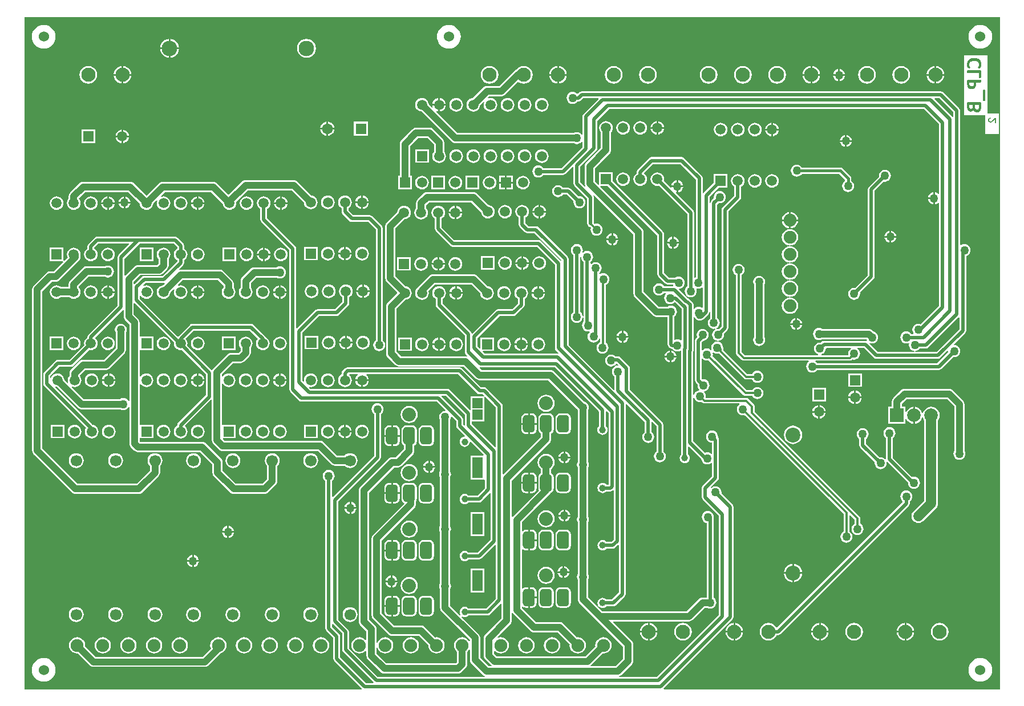
<source format=gbl>
%FSLAX43Y43*%
%MOMM*%
G71*
G01*
G75*
G04 Layer_Physical_Order=8*
G04 Layer_Color=16711680*
%ADD10R,2.950X1.050*%
%ADD11R,9.000X10.600*%
%ADD12R,3.000X2.800*%
%ADD13R,1.050X1.400*%
%ADD14R,0.950X1.400*%
%ADD15O,0.350X2.100*%
%ADD16R,1.016X1.270*%
%ADD17R,1.270X1.016*%
%ADD18R,1.400X0.950*%
%ADD19R,1.550X0.600*%
%ADD20O,1.800X0.300*%
%ADD21O,0.300X1.800*%
%ADD22R,6.096X1.200*%
%ADD23O,2.200X0.600*%
%ADD24R,0.600X1.550*%
%ADD25R,2.200X1.800*%
%ADD26R,1.300X0.600*%
%ADD27R,4.100X1.520*%
%ADD28R,0.610X2.032*%
%ADD29O,0.610X2.032*%
%ADD30C,0.300*%
%ADD31C,0.250*%
%ADD32C,0.500*%
%ADD33C,0.400*%
%ADD34C,0.254*%
%ADD35C,1.000*%
%ADD36C,2.000*%
%ADD37C,3.000*%
%ADD38C,0.800*%
%ADD39C,0.127*%
%ADD40C,1.900*%
%ADD41C,1.500*%
%ADD42C,1.500*%
%ADD43R,1.500X1.500*%
G04:AMPARAMS|DCode=44|XSize=1.778mm|YSize=2.54mm|CornerRadius=0.445mm|HoleSize=0mm|Usage=FLASHONLY|Rotation=180.000|XOffset=0mm|YOffset=0mm|HoleType=Round|Shape=RoundedRectangle|*
%AMROUNDEDRECTD44*
21,1,1.778,1.651,0,0,180.0*
21,1,0.889,2.540,0,0,180.0*
1,1,0.889,-0.445,0.826*
1,1,0.889,0.445,0.826*
1,1,0.889,0.445,-0.826*
1,1,0.889,-0.445,-0.826*
%
%ADD44ROUNDEDRECTD44*%
%ADD45C,2.300*%
%ADD46C,2.032*%
%ADD47R,1.524X1.524*%
%ADD48C,2.100*%
%ADD49R,1.500X1.500*%
%ADD50R,2.000X2.000*%
%ADD51C,2.000*%
%ADD52R,1.500X1.500*%
%ADD53C,2.200*%
%ADD54C,1.524*%
%ADD55C,1.600*%
%ADD56R,1.600X1.600*%
%ADD57C,1.700*%
%ADD58C,1.270*%
%ADD59C,1.000*%
%ADD60C,1.500*%
G36*
X70115Y41964D02*
Y36097D01*
X69998Y36048D01*
X66560Y39486D01*
Y39915D01*
X68402D01*
Y41566D01*
Y43511D01*
X68519Y43560D01*
X70115Y41964D01*
D02*
G37*
G36*
X64240Y39927D02*
Y39200D01*
X64240Y39200D01*
X64240D01*
X64279Y39005D01*
X64390Y38840D01*
X65494Y37735D01*
X65453Y37615D01*
X65289Y37594D01*
X65107Y37518D01*
X64950Y37398D01*
X64830Y37241D01*
X64754Y37059D01*
X64729Y36863D01*
X64754Y36667D01*
X64830Y36485D01*
X64950Y36328D01*
X65107Y36208D01*
X65289Y36132D01*
X65485Y36107D01*
X65681Y36132D01*
X65863Y36208D01*
X66020Y36328D01*
X66140Y36485D01*
X66216Y36667D01*
X66237Y36831D01*
X66357Y36872D01*
X68285Y34944D01*
X68236Y34827D01*
X66378D01*
Y32803D01*
Y31279D01*
X68400D01*
X68400Y31279D01*
Y31279D01*
X68402Y31279D01*
X68490Y31191D01*
Y29976D01*
X67378Y28864D01*
X66039D01*
X66020Y28889D01*
X65863Y29009D01*
X65681Y29085D01*
X65485Y29110D01*
X65289Y29085D01*
X65107Y29009D01*
X64950Y28889D01*
X64830Y28732D01*
X64754Y28550D01*
X64729Y28354D01*
X64754Y28158D01*
X64830Y27976D01*
X64950Y27819D01*
X65107Y27699D01*
X65289Y27623D01*
X65485Y27598D01*
X65681Y27623D01*
X65863Y27699D01*
X66020Y27819D01*
X66039Y27844D01*
X67589D01*
X67784Y27883D01*
X67949Y27994D01*
X67949Y27994D01*
X67949Y27994D01*
X69198Y29242D01*
X69315Y29193D01*
Y22343D01*
X67390Y20418D01*
X66039D01*
X66020Y20443D01*
X65863Y20564D01*
X65681Y20639D01*
X65485Y20665D01*
X65289Y20639D01*
X65107Y20564D01*
X64950Y20443D01*
X64830Y20287D01*
X64754Y20104D01*
X64729Y19909D01*
X64754Y19713D01*
X64830Y19530D01*
X64950Y19374D01*
X65107Y19253D01*
X65289Y19178D01*
X65485Y19152D01*
X65681Y19178D01*
X65863Y19253D01*
X66020Y19374D01*
X66039Y19399D01*
X67602D01*
X67797Y19438D01*
X67962Y19548D01*
X67962Y19548D01*
X67962Y19548D01*
X69998Y21584D01*
X70115Y21535D01*
Y13563D01*
X68652Y12100D01*
X66039D01*
X66020Y12125D01*
X65863Y12245D01*
X65681Y12321D01*
X65485Y12346D01*
X65289Y12321D01*
X65107Y12245D01*
X64950Y12125D01*
X64830Y11968D01*
X64754Y11786D01*
X64729Y11590D01*
X64754Y11394D01*
X64830Y11212D01*
X64842Y11196D01*
X64746Y11113D01*
X63320Y12538D01*
Y14932D01*
X63337Y14954D01*
X63426Y15169D01*
X63457Y15400D01*
X63426Y15631D01*
X63337Y15846D01*
X63320Y15868D01*
Y23441D01*
X63337Y23463D01*
X63426Y23678D01*
X63457Y23909D01*
X63426Y24140D01*
X63337Y24355D01*
X63320Y24377D01*
Y31569D01*
X63337Y31591D01*
X63426Y31806D01*
X63457Y32037D01*
X63426Y32268D01*
X63337Y32483D01*
X63320Y32505D01*
Y40078D01*
X63337Y40100D01*
X63426Y40315D01*
X63457Y40546D01*
X63567Y40600D01*
X64240Y39927D01*
D02*
G37*
G36*
X122816Y50711D02*
X122639Y50575D01*
X122497Y50390D01*
X122408Y50175D01*
X122377Y49944D01*
X122395Y49812D01*
X122311Y49717D01*
X118428D01*
X118419Y49844D01*
X118421Y49844D01*
X118636Y49933D01*
X118821Y50075D01*
X118963Y50260D01*
X119052Y50475D01*
X119083Y50706D01*
X119079Y50736D01*
X119162Y50831D01*
X122775D01*
X122816Y50711D01*
D02*
G37*
G36*
X70952Y12792D02*
Y10633D01*
X68506Y8188D01*
X68386Y8031D01*
X68310Y7849D01*
X68285Y7653D01*
Y5113D01*
X68285Y5113D01*
X68285D01*
X68310Y4917D01*
X68386Y4735D01*
X68506Y4578D01*
X69369Y3715D01*
X69369Y3715D01*
X69369D01*
X69369Y3715D01*
X69369D01*
X69369Y3715D01*
Y3715D01*
Y3715D01*
D01*
D01*
X69369D01*
Y3715D01*
X69452Y3652D01*
X69411Y3531D01*
X69025D01*
X67765Y4791D01*
Y7780D01*
X67765Y7780D01*
X67740Y7976D01*
X67664Y8158D01*
X67544Y8315D01*
X67544Y8315D01*
X65008Y10851D01*
X65091Y10947D01*
X65107Y10935D01*
X65289Y10859D01*
X65485Y10834D01*
X65681Y10859D01*
X65863Y10935D01*
X66020Y11055D01*
X66039Y11080D01*
X68863D01*
X69058Y11119D01*
X69223Y11230D01*
X70834Y12840D01*
X70952Y12792D01*
D02*
G37*
G36*
X65540Y40864D02*
Y39297D01*
X65423Y39248D01*
X65260Y39411D01*
Y40138D01*
X65221Y40333D01*
X65110Y40498D01*
X62007Y43602D01*
X62056Y43719D01*
X62685D01*
X65540Y40864D01*
D02*
G37*
G36*
X126212Y49330D02*
X126377Y49219D01*
X126572Y49180D01*
X135716D01*
X135911Y49219D01*
X136076Y49330D01*
X137126Y50379D01*
X137236Y50325D01*
X137256Y50173D01*
X135632Y48549D01*
X117771D01*
X117678Y48670D01*
X117534Y48781D01*
X117575Y48901D01*
X122635D01*
X122635Y48901D01*
X122765Y48927D01*
X122791Y48932D01*
X122923Y49021D01*
X123000Y49098D01*
X123039Y49082D01*
X123270Y49051D01*
X123501Y49082D01*
X123716Y49171D01*
X123901Y49313D01*
X124043Y49498D01*
X124132Y49713D01*
X124163Y49944D01*
X124132Y50175D01*
X124043Y50390D01*
X123901Y50575D01*
X123724Y50711D01*
X123765Y50831D01*
X124710D01*
X126212Y49330D01*
D02*
G37*
G36*
X144907Y127D02*
X95041D01*
X94992Y244D01*
X105215Y10468D01*
X105326Y10633D01*
X105365Y10828D01*
X105365Y10828D01*
X105365Y10828D01*
Y10828D01*
Y27211D01*
X105326Y27406D01*
X105215Y27571D01*
X103569Y29218D01*
X103589Y29370D01*
X103558Y29601D01*
X103469Y29816D01*
X103327Y30001D01*
X103142Y30143D01*
X102927Y30232D01*
X102696Y30263D01*
X102465Y30232D01*
X102250Y30143D01*
X102080Y30013D01*
X101996Y30108D01*
X103056Y31169D01*
X103167Y31334D01*
X103206Y31529D01*
Y37117D01*
X103167Y37312D01*
X103060Y37472D01*
X103081Y37625D01*
X103050Y37856D01*
X102961Y38071D01*
X102819Y38256D01*
X102634Y38398D01*
X102419Y38487D01*
X102188Y38518D01*
X101957Y38487D01*
X101742Y38398D01*
X101557Y38256D01*
X101415Y38071D01*
X101326Y37856D01*
X101295Y37625D01*
X101326Y37394D01*
X101415Y37179D01*
X101557Y36994D01*
X101742Y36852D01*
X101957Y36763D01*
X102186Y36733D01*
Y35129D01*
X102072Y35073D01*
X101919Y35190D01*
X101704Y35279D01*
X101473Y35310D01*
X101242Y35279D01*
X101116Y35227D01*
X99396Y36947D01*
Y43351D01*
X99520Y43376D01*
X99602Y43179D01*
X99744Y42994D01*
X99929Y42852D01*
X100144Y42763D01*
X100375Y42732D01*
X100606Y42763D01*
X100647Y42780D01*
X100757Y42671D01*
X100889Y42582D01*
X100915Y42577D01*
X101045Y42551D01*
X101045Y42551D01*
X106232D01*
X106273Y42431D01*
X106129Y42320D01*
X105987Y42135D01*
X105898Y41920D01*
X105867Y41689D01*
X105898Y41458D01*
X105987Y41243D01*
X106129Y41058D01*
X106314Y40916D01*
X106529Y40827D01*
X106760Y40796D01*
X106991Y40827D01*
X107030Y40843D01*
X121719Y26153D01*
Y23555D01*
X121681Y23539D01*
X121496Y23397D01*
X121354Y23212D01*
X121265Y22997D01*
X121234Y22766D01*
X121265Y22535D01*
X121354Y22320D01*
X121496Y22135D01*
X121681Y21993D01*
X121896Y21904D01*
X122127Y21873D01*
X122358Y21904D01*
X122573Y21993D01*
X122758Y22135D01*
X122900Y22320D01*
X122989Y22535D01*
X123020Y22766D01*
X122989Y22997D01*
X122900Y23212D01*
X122758Y23397D01*
X122573Y23539D01*
X122535Y23555D01*
Y25949D01*
X122652Y25998D01*
X123370Y25280D01*
Y24698D01*
X123332Y24682D01*
X123147Y24540D01*
X123005Y24355D01*
X122916Y24140D01*
X122885Y23909D01*
X122916Y23678D01*
X123005Y23463D01*
X123147Y23278D01*
X123332Y23136D01*
X123547Y23047D01*
X123778Y23016D01*
X124009Y23047D01*
X124224Y23136D01*
X124409Y23278D01*
X124551Y23463D01*
X124640Y23678D01*
X124671Y23909D01*
X124640Y24140D01*
X124551Y24355D01*
X124409Y24540D01*
X124224Y24682D01*
X124186Y24698D01*
Y25449D01*
X124186Y25449D01*
X124160Y25579D01*
X124155Y25605D01*
X124066Y25737D01*
X124066Y25737D01*
X108514Y41290D01*
Y42121D01*
X108514Y42121D01*
X108483Y42277D01*
X108453Y42321D01*
X108394Y42409D01*
X108394Y42409D01*
X107556Y43247D01*
X107424Y43336D01*
X107398Y43341D01*
X107268Y43367D01*
X107268Y43367D01*
X101330D01*
X101246Y43462D01*
X101268Y43625D01*
X101237Y43856D01*
X101148Y44071D01*
X101008Y44253D01*
X101014Y44266D01*
X101098Y44376D01*
X101149Y44383D01*
X101364Y44472D01*
X101549Y44614D01*
X101691Y44799D01*
X101780Y45014D01*
X101811Y45245D01*
X101780Y45476D01*
X101691Y45691D01*
X101549Y45876D01*
X101364Y46018D01*
X101149Y46107D01*
X100918Y46138D01*
X100766Y46118D01*
X100666Y46218D01*
Y49156D01*
X100786Y49197D01*
X100795Y49186D01*
X100980Y49044D01*
X101195Y48955D01*
X101426Y48924D01*
X101657Y48955D01*
X101696Y48971D01*
X106853Y43814D01*
X106853Y43814D01*
X106941Y43755D01*
X106985Y43725D01*
X107141Y43694D01*
X107141Y43694D01*
X108130D01*
X108146Y43656D01*
X108288Y43471D01*
X108473Y43329D01*
X108688Y43240D01*
X108919Y43209D01*
X109150Y43240D01*
X109365Y43329D01*
X109550Y43471D01*
X109692Y43656D01*
X109781Y43871D01*
X109812Y44102D01*
X109781Y44333D01*
X109692Y44548D01*
X109550Y44733D01*
X109365Y44875D01*
X109150Y44964D01*
X108919Y44995D01*
X108688Y44964D01*
X108473Y44875D01*
X108288Y44733D01*
X108146Y44548D01*
X108130Y44510D01*
X107310D01*
X102272Y49547D01*
X102288Y49586D01*
X102319Y49817D01*
X102288Y50048D01*
X102274Y50081D01*
X102375Y50159D01*
X102504Y50060D01*
X102719Y49971D01*
X102950Y49940D01*
X103181Y49971D01*
X103220Y49987D01*
X106980Y46227D01*
X106980Y46227D01*
X107112Y46138D01*
X107268Y46107D01*
X108130D01*
X108146Y46069D01*
X108288Y45884D01*
X108473Y45742D01*
X108688Y45653D01*
X108919Y45622D01*
X109150Y45653D01*
X109365Y45742D01*
X109550Y45884D01*
X109692Y46069D01*
X109781Y46284D01*
X109812Y46515D01*
X109781Y46746D01*
X109692Y46961D01*
X109550Y47146D01*
X109365Y47288D01*
X109150Y47377D01*
X108919Y47408D01*
X108688Y47377D01*
X108473Y47288D01*
X108288Y47146D01*
X108146Y46961D01*
X108130Y46923D01*
X107437D01*
X103866Y50494D01*
Y50670D01*
X103866Y50670D01*
X103840Y50800D01*
X103839Y50805D01*
X103843Y50833D01*
X103812Y51064D01*
X103723Y51279D01*
X103581Y51464D01*
X103396Y51606D01*
X103181Y51695D01*
X102950Y51726D01*
X102719Y51695D01*
X102504Y51606D01*
X102319Y51464D01*
X102177Y51279D01*
X102088Y51064D01*
X102057Y50833D01*
X102088Y50602D01*
X102102Y50569D01*
X102001Y50491D01*
X101872Y50590D01*
X101657Y50679D01*
X101426Y50710D01*
X101195Y50679D01*
X100980Y50590D01*
X100795Y50448D01*
X100786Y50437D01*
X100666Y50478D01*
Y51638D01*
X100886Y51858D01*
X101022Y51876D01*
X101237Y51965D01*
X101422Y52107D01*
X101564Y52292D01*
X101653Y52507D01*
X101684Y52738D01*
X101653Y52969D01*
X101564Y53184D01*
X101422Y53369D01*
X101237Y53511D01*
X101022Y53600D01*
X100791Y53631D01*
X100560Y53600D01*
X100345Y53511D01*
X100160Y53369D01*
X100018Y53184D01*
X99929Y52969D01*
X99898Y52738D01*
X99929Y52507D01*
X99977Y52391D01*
X99796Y52209D01*
X99685Y52044D01*
X99646Y51849D01*
Y46007D01*
X99646Y46007D01*
X99646D01*
X99685Y45812D01*
X99796Y45647D01*
X100045Y45397D01*
X100025Y45245D01*
X100056Y45014D01*
X100145Y44799D01*
X100285Y44617D01*
X100279Y44604D01*
X100195Y44494D01*
X100144Y44487D01*
X99929Y44398D01*
X99744Y44256D01*
X99602Y44071D01*
X99520Y43874D01*
X99396Y43899D01*
Y50264D01*
X99423Y50400D01*
Y55372D01*
X99543Y55413D01*
X99572Y55376D01*
X99666Y55303D01*
X99685Y55210D01*
X99796Y55045D01*
X99961Y54934D01*
X100156Y54895D01*
X100537D01*
X100732Y54934D01*
X100897Y55045D01*
X101659Y55807D01*
X101770Y55972D01*
X101806Y56152D01*
X101932Y56140D01*
Y55240D01*
X101811Y55147D01*
X101669Y54962D01*
X101580Y54747D01*
X101549Y54516D01*
X101580Y54285D01*
X101669Y54070D01*
X101811Y53885D01*
X101996Y53743D01*
X102211Y53654D01*
X102442Y53623D01*
X102634Y53649D01*
X102667Y53526D01*
X102631Y53511D01*
X102446Y53369D01*
X102304Y53184D01*
X102215Y52969D01*
X102184Y52738D01*
X102215Y52507D01*
X102304Y52292D01*
X102446Y52107D01*
X102631Y51965D01*
X102846Y51876D01*
X103077Y51845D01*
X103308Y51876D01*
X103523Y51965D01*
X103708Y52107D01*
X103850Y52292D01*
X103939Y52507D01*
X103970Y52738D01*
X103950Y52890D01*
X104453Y53394D01*
X104564Y53559D01*
X104570Y53591D01*
X104603Y53754D01*
Y71069D01*
X106358Y72825D01*
X106469Y72990D01*
X106469Y72990D01*
X106469Y72990D01*
X106508Y73185D01*
Y74729D01*
X106711Y74885D01*
X106871Y75094D01*
X106972Y75337D01*
X107007Y75598D01*
X106972Y75859D01*
X106871Y76102D01*
X106711Y76311D01*
X106502Y76471D01*
X106259Y76572D01*
X105998Y76607D01*
X105737Y76572D01*
X105494Y76471D01*
X105285Y76311D01*
X105124Y76102D01*
X105024Y75859D01*
X104989Y75598D01*
X105024Y75337D01*
X105124Y75094D01*
X105285Y74885D01*
X105488Y74729D01*
Y73396D01*
X103733Y71640D01*
X103622Y71475D01*
X103583Y71280D01*
Y53965D01*
X103229Y53611D01*
X103077Y53631D01*
X102885Y53605D01*
X102852Y53728D01*
X102888Y53743D01*
X103073Y53885D01*
X103215Y54070D01*
X103304Y54285D01*
X103335Y54516D01*
X103304Y54747D01*
X103215Y54962D01*
X103073Y55147D01*
X102952Y55240D01*
Y72085D01*
X103179Y72312D01*
X103331Y72292D01*
X103562Y72323D01*
X103777Y72412D01*
X103962Y72554D01*
X104104Y72739D01*
X104193Y72954D01*
X104224Y73185D01*
X104193Y73416D01*
X104104Y73631D01*
X103962Y73816D01*
X103777Y73958D01*
X103562Y74047D01*
X103331Y74078D01*
X103100Y74047D01*
X102885Y73958D01*
X102700Y73816D01*
X102558Y73631D01*
X102469Y73416D01*
X102438Y73185D01*
X102458Y73033D01*
X102082Y72656D01*
X101971Y72491D01*
X101935Y72311D01*
X101809Y72323D01*
Y73228D01*
X103179Y74598D01*
X104458D01*
Y76598D01*
X102458D01*
Y75319D01*
X100939Y73799D01*
X100914Y73763D01*
X100793Y73800D01*
Y75993D01*
X100754Y76188D01*
X100643Y76353D01*
X98023Y78973D01*
X97858Y79084D01*
X97663Y79123D01*
X93218D01*
X93055Y79090D01*
X93023Y79084D01*
X92858Y78973D01*
X91160Y77275D01*
X91049Y77110D01*
X91010Y76915D01*
Y76721D01*
X90807Y76565D01*
X90646Y76356D01*
X90546Y76113D01*
X90511Y75852D01*
X90546Y75591D01*
X90646Y75348D01*
X90807Y75139D01*
X91016Y74979D01*
X91259Y74878D01*
X91520Y74843D01*
X91781Y74878D01*
X92024Y74979D01*
X92233Y75139D01*
X92394Y75348D01*
X92494Y75591D01*
X92529Y75852D01*
X92494Y76113D01*
X92394Y76356D01*
X92233Y76565D01*
X92116Y76655D01*
X92108Y76782D01*
X93429Y78103D01*
X97452D01*
X99773Y75782D01*
Y61284D01*
X99710Y61258D01*
X99637Y61202D01*
X99523Y61258D01*
Y70899D01*
X99490Y71062D01*
X99484Y71094D01*
X99373Y71259D01*
X96816Y73817D01*
X96872Y73931D01*
X96901Y73927D01*
Y74676D01*
X96152D01*
X96156Y74647D01*
X96042Y74591D01*
X95035Y75598D01*
X95069Y75852D01*
X95034Y76113D01*
X94934Y76356D01*
X94773Y76565D01*
X94564Y76726D01*
X94321Y76826D01*
X94060Y76861D01*
X93799Y76826D01*
X93556Y76726D01*
X93347Y76565D01*
X93187Y76356D01*
X93086Y76113D01*
X93051Y75852D01*
X93086Y75591D01*
X93187Y75348D01*
X93347Y75139D01*
X93556Y74979D01*
X93799Y74878D01*
X94060Y74843D01*
X94314Y74877D01*
X98503Y70688D01*
Y59939D01*
X98382Y59846D01*
X98240Y59661D01*
X98151Y59446D01*
X98120Y59215D01*
X98151Y58984D01*
X98240Y58769D01*
X98382Y58584D01*
X98567Y58442D01*
X98782Y58353D01*
X99013Y58322D01*
X99244Y58353D01*
X99459Y58442D01*
X99644Y58584D01*
X99786Y58769D01*
X99875Y58984D01*
X99906Y59215D01*
X99875Y59446D01*
X99863Y59474D01*
X99925Y59623D01*
X100156Y59592D01*
X100387Y59623D01*
X100602Y59712D01*
X100675Y59768D01*
X100789Y59712D01*
Y56816D01*
X100675Y56760D01*
X100649Y56780D01*
X100434Y56869D01*
X100203Y56900D01*
X99972Y56869D01*
X99757Y56780D01*
X99572Y56638D01*
X99543Y56601D01*
X99423Y56642D01*
Y57215D01*
X99384Y57410D01*
X99273Y57575D01*
X98795Y58053D01*
X98630Y58164D01*
X98592Y58171D01*
X97280Y59483D01*
X97321Y59604D01*
X97466Y59623D01*
X97681Y59712D01*
X97866Y59854D01*
X98008Y60039D01*
X98097Y60254D01*
X98128Y60485D01*
X98097Y60716D01*
X98008Y60931D01*
X97866Y61116D01*
X97681Y61258D01*
X97466Y61347D01*
X97235Y61378D01*
X97004Y61347D01*
X96789Y61258D01*
X96777Y61249D01*
X95795D01*
X95078Y61966D01*
Y67724D01*
X95045Y67887D01*
X95039Y67919D01*
X94928Y68084D01*
X87440Y75573D01*
Y76852D01*
X85440D01*
Y75040D01*
X85323Y74991D01*
X84783Y75530D01*
Y77444D01*
X86975Y79635D01*
X87095Y79792D01*
X87095Y79792D01*
X87095Y79792D01*
X87171Y79974D01*
X87184Y80072D01*
X87196Y80170D01*
X87196Y80170D01*
Y82815D01*
X87313Y82968D01*
X87414Y83211D01*
X87449Y83472D01*
X87414Y83733D01*
X87313Y83976D01*
X87153Y84185D01*
X86944Y84345D01*
X86701Y84446D01*
X86440Y84481D01*
X86179Y84446D01*
X85936Y84345D01*
X85727Y84185D01*
X85566Y83976D01*
X85466Y83733D01*
X85431Y83472D01*
X85466Y83211D01*
X85566Y82968D01*
X85684Y82815D01*
Y80483D01*
X83492Y78292D01*
X83372Y78135D01*
X83296Y77953D01*
X83271Y77757D01*
Y75217D01*
X83296Y75021D01*
X83372Y74839D01*
X83382Y74825D01*
X83287Y74741D01*
X82632Y75396D01*
Y77713D01*
X85035Y80117D01*
X85146Y80282D01*
X85185Y80477D01*
Y84539D01*
X86910Y86264D01*
X133665D01*
X135865Y84064D01*
Y73718D01*
X135751Y73662D01*
X135574Y73798D01*
X135359Y73887D01*
X135255Y73901D01*
Y73025D01*
Y72149D01*
X135359Y72163D01*
X135574Y72252D01*
X135751Y72388D01*
X135865Y72332D01*
Y57037D01*
X133142Y54314D01*
X133026Y54362D01*
X132795Y54393D01*
X132564Y54362D01*
X132349Y54273D01*
X132164Y54131D01*
X132022Y53946D01*
X131933Y53731D01*
X131902Y53500D01*
X131933Y53269D01*
X132022Y53054D01*
X132078Y52981D01*
X132022Y52867D01*
X131741D01*
X131648Y52988D01*
X131463Y53130D01*
X131248Y53219D01*
X131017Y53250D01*
X130786Y53219D01*
X130571Y53130D01*
X130386Y52988D01*
X130244Y52803D01*
X130155Y52588D01*
X130124Y52357D01*
X130155Y52126D01*
X130244Y51911D01*
X130386Y51726D01*
X130571Y51584D01*
X130786Y51495D01*
X131017Y51464D01*
X131248Y51495D01*
X131276Y51507D01*
X131425Y51445D01*
X131394Y51214D01*
X131425Y50983D01*
X131514Y50768D01*
X131656Y50583D01*
X131841Y50441D01*
X132056Y50352D01*
X132248Y50327D01*
X132239Y50200D01*
X126783D01*
X125564Y51419D01*
X125635Y51524D01*
X125706Y51495D01*
X125937Y51464D01*
X126168Y51495D01*
X126383Y51584D01*
X126568Y51726D01*
X126710Y51911D01*
X126799Y52126D01*
X126830Y52357D01*
X126799Y52588D01*
X126710Y52803D01*
X126568Y52988D01*
X126383Y53130D01*
X126168Y53219D01*
X126141Y53223D01*
X125964Y53400D01*
X125807Y53520D01*
X125625Y53596D01*
X125429Y53621D01*
X118531D01*
X118509Y53638D01*
X118294Y53727D01*
X118063Y53758D01*
X117832Y53727D01*
X117617Y53638D01*
X117432Y53496D01*
X117290Y53311D01*
X117201Y53096D01*
X117170Y52865D01*
X117201Y52634D01*
X117290Y52419D01*
X117432Y52234D01*
X117617Y52092D01*
X117832Y52003D01*
X118063Y51972D01*
X118294Y52003D01*
X118509Y52092D01*
X118531Y52109D01*
X125082D01*
X125161Y51917D01*
X125142Y51894D01*
X125052Y51825D01*
X124921Y51851D01*
X118825D01*
X118662Y51818D01*
X118630Y51812D01*
X118465Y51701D01*
X118342Y51579D01*
X118190Y51599D01*
X117959Y51568D01*
X117744Y51479D01*
X117559Y51337D01*
X117417Y51152D01*
X117328Y50937D01*
X117297Y50706D01*
X117328Y50475D01*
X117417Y50260D01*
X117559Y50075D01*
X117744Y49933D01*
X117959Y49844D01*
X117961Y49844D01*
X117952Y49717D01*
X107056D01*
X106533Y50240D01*
Y61601D01*
X106571Y61617D01*
X106756Y61759D01*
X106898Y61944D01*
X106987Y62159D01*
X107018Y62390D01*
X106987Y62621D01*
X106898Y62836D01*
X106756Y63021D01*
X106571Y63163D01*
X106356Y63252D01*
X106125Y63283D01*
X105894Y63252D01*
X105679Y63163D01*
X105494Y63021D01*
X105352Y62836D01*
X105263Y62621D01*
X105232Y62390D01*
X105263Y62159D01*
X105352Y61944D01*
X105494Y61759D01*
X105679Y61617D01*
X105717Y61601D01*
Y50071D01*
X105717Y50071D01*
X105743Y49941D01*
X105748Y49915D01*
X105837Y49783D01*
X105837Y49783D01*
X105837Y49783D01*
X106599Y49021D01*
X106731Y48932D01*
X106887Y48901D01*
X106887Y48901D01*
X116519D01*
X116560Y48781D01*
X116416Y48670D01*
X116274Y48485D01*
X116185Y48270D01*
X116154Y48039D01*
X116185Y47808D01*
X116274Y47593D01*
X116416Y47408D01*
X116601Y47266D01*
X116816Y47177D01*
X117047Y47146D01*
X117278Y47177D01*
X117493Y47266D01*
X117678Y47408D01*
X117771Y47529D01*
X135843D01*
X136038Y47568D01*
X136203Y47679D01*
X136203Y47679D01*
X136203Y47679D01*
X137977Y49452D01*
X138129Y49432D01*
X138360Y49463D01*
X138575Y49552D01*
X138760Y49694D01*
X138902Y49879D01*
X138991Y50094D01*
X139022Y50325D01*
X138991Y50556D01*
X138902Y50771D01*
X138760Y50956D01*
X138575Y51098D01*
X138360Y51187D01*
X138129Y51218D01*
X138075Y51328D01*
X139759Y53013D01*
X139870Y53178D01*
X139909Y53373D01*
X139909Y53373D01*
X139909Y53373D01*
Y53373D01*
Y64459D01*
X140099Y64538D01*
X140284Y64680D01*
X140426Y64865D01*
X140515Y65080D01*
X140546Y65311D01*
X140515Y65542D01*
X140426Y65757D01*
X140284Y65942D01*
X140099Y66084D01*
X139884Y66173D01*
X139653Y66204D01*
X139422Y66173D01*
X139207Y66084D01*
X139134Y66028D01*
X139020Y66084D01*
Y86012D01*
X138981Y86207D01*
X138870Y86372D01*
X136507Y88735D01*
X136342Y88846D01*
X136147Y88885D01*
X82834D01*
X82639Y88846D01*
X82474Y88735D01*
X82259Y88521D01*
X82133Y88530D01*
X82118Y88548D01*
X81933Y88690D01*
X81718Y88779D01*
X81487Y88810D01*
X81256Y88779D01*
X81041Y88690D01*
X80856Y88548D01*
X80714Y88363D01*
X80625Y88148D01*
X80594Y87917D01*
X80625Y87686D01*
X80714Y87471D01*
X80856Y87286D01*
X81041Y87144D01*
X81256Y87055D01*
X81487Y87024D01*
X81718Y87055D01*
X81933Y87144D01*
X82118Y87286D01*
X82211Y87407D01*
X82376D01*
X82571Y87446D01*
X82736Y87557D01*
X83045Y87865D01*
X85288D01*
X85336Y87748D01*
X83104Y85515D01*
X82993Y85350D01*
X82954Y85155D01*
Y82515D01*
X82834Y82474D01*
X82753Y82579D01*
X82568Y82721D01*
X82353Y82810D01*
X82122Y82841D01*
X81891Y82810D01*
X81676Y82721D01*
X81654Y82704D01*
X64401D01*
X61243Y85863D01*
X61314Y85968D01*
X61414Y85927D01*
X61548Y85909D01*
Y86774D01*
X60683D01*
X60701Y86640D01*
X60742Y86540D01*
X60637Y86469D01*
X60134Y86971D01*
X60109Y87162D01*
X60008Y87405D01*
X59848Y87614D01*
X59639Y87774D01*
X59396Y87875D01*
X59135Y87910D01*
X58874Y87875D01*
X58631Y87774D01*
X58422Y87614D01*
X58262Y87405D01*
X58161Y87162D01*
X58126Y86901D01*
X58161Y86640D01*
X58262Y86397D01*
X58422Y86188D01*
X58631Y86027D01*
X58874Y85927D01*
X59065Y85902D01*
X63553Y81413D01*
X63553Y81413D01*
X63710Y81293D01*
D01*
D01*
Y81293D01*
X63710Y81293D01*
D01*
D01*
X63710D01*
Y81293D01*
D01*
X63710D01*
Y81293D01*
X63892Y81217D01*
X64088Y81192D01*
X81654D01*
X81676Y81175D01*
X81891Y81086D01*
X82122Y81055D01*
X82353Y81086D01*
X82568Y81175D01*
X82753Y81317D01*
X82834Y81422D01*
X82954Y81381D01*
Y80600D01*
X79859Y77505D01*
X77131D01*
X77038Y77626D01*
X76853Y77768D01*
X76638Y77857D01*
X76407Y77888D01*
X76176Y77857D01*
X75961Y77768D01*
X75776Y77626D01*
X75634Y77441D01*
X75545Y77226D01*
X75514Y76995D01*
X75545Y76764D01*
X75634Y76549D01*
X75776Y76364D01*
X75961Y76222D01*
X76176Y76133D01*
X76407Y76102D01*
X76638Y76133D01*
X76853Y76222D01*
X77038Y76364D01*
X77131Y76485D01*
X80070D01*
X80265Y76524D01*
X80430Y76635D01*
X80430Y76635D01*
X80430Y76635D01*
X81495Y77699D01*
X81612Y77650D01*
Y75185D01*
X81612Y75185D01*
X81612D01*
X81651Y74990D01*
X81762Y74825D01*
X83644Y72942D01*
Y69248D01*
X83683Y69053D01*
X83794Y68888D01*
X83959Y68777D01*
X84070Y68755D01*
X84197Y68629D01*
X84181Y68590D01*
X84150Y68359D01*
X84181Y68128D01*
X84270Y67913D01*
X84412Y67728D01*
X84597Y67586D01*
X84812Y67497D01*
X85043Y67466D01*
X85274Y67497D01*
X85489Y67586D01*
X85674Y67728D01*
X85816Y67913D01*
X85905Y68128D01*
X85936Y68359D01*
X85905Y68590D01*
X85816Y68805D01*
X85674Y68990D01*
X85489Y69132D01*
X85274Y69221D01*
X85043Y69252D01*
X84812Y69221D01*
X84773Y69205D01*
X84664Y69315D01*
Y73153D01*
X84625Y73348D01*
X84580Y73415D01*
X84679Y73496D01*
X90510Y67665D01*
Y58834D01*
X90510Y58834D01*
X90510D01*
X90535Y58638D01*
X90611Y58456D01*
X90731Y58299D01*
X93398Y55632D01*
X93398Y55632D01*
X93555Y55512D01*
D01*
D01*
Y55512D01*
X93555Y55512D01*
D01*
D01*
X93555D01*
Y55512D01*
D01*
X93555D01*
Y55512D01*
X93737Y55436D01*
X93933Y55411D01*
X95582D01*
Y51341D01*
X95582Y51341D01*
X95582D01*
X95621Y51146D01*
X95732Y50981D01*
X95892Y50821D01*
X96057Y50710D01*
X96252Y50671D01*
X96304D01*
X96397Y50550D01*
X96582Y50408D01*
X96797Y50319D01*
X97028Y50288D01*
X97259Y50319D01*
X97474Y50408D01*
X97500Y50428D01*
X97614Y50372D01*
Y35004D01*
X97589Y34985D01*
X97469Y34828D01*
X97393Y34646D01*
X97368Y34450D01*
X97393Y34254D01*
X97469Y34072D01*
X97589Y33915D01*
X97746Y33795D01*
X97928Y33719D01*
X98124Y33694D01*
X98320Y33719D01*
X98502Y33795D01*
X98659Y33915D01*
X98779Y34072D01*
X98855Y34254D01*
X98880Y34450D01*
X98855Y34646D01*
X98779Y34828D01*
X98659Y34985D01*
X98634Y35004D01*
Y36101D01*
X98751Y36150D01*
X100595Y34306D01*
X100611Y34186D01*
X100700Y33971D01*
X100842Y33786D01*
X101027Y33644D01*
X101242Y33555D01*
X101473Y33524D01*
X101704Y33555D01*
X101919Y33644D01*
X102072Y33761D01*
X102186Y33705D01*
Y31740D01*
X100812Y30365D01*
X100701Y30200D01*
X100662Y30005D01*
Y28608D01*
X100662Y28608D01*
X100662D01*
X100701Y28413D01*
X100812Y28248D01*
X103202Y25857D01*
Y11166D01*
X93976Y1940D01*
X88435D01*
X88410Y2064D01*
X88544Y2120D01*
X88701Y2240D01*
X88701Y2240D01*
X88701Y2240D01*
X90277Y3816D01*
X90397Y3973D01*
X90473Y4155D01*
X90498Y4351D01*
X90498Y4351D01*
Y6764D01*
X90473Y6960D01*
X90397Y7142D01*
X90277Y7299D01*
X90277Y7299D01*
X87495Y10081D01*
X87543Y10199D01*
X98759D01*
X98955Y10224D01*
X99137Y10300D01*
X99294Y10420D01*
X99294Y10420D01*
X99294Y10420D01*
X101104Y12231D01*
X101466D01*
X101488Y12214D01*
X101703Y12125D01*
X101934Y12094D01*
X102165Y12125D01*
X102380Y12214D01*
X102565Y12356D01*
X102707Y12541D01*
X102796Y12756D01*
X102827Y12987D01*
X102796Y13218D01*
X102707Y13433D01*
X102565Y13618D01*
X102444Y13711D01*
Y25560D01*
X102435Y25605D01*
X102446Y25687D01*
X102415Y25918D01*
X102326Y26133D01*
X102184Y26318D01*
X101999Y26460D01*
X101784Y26549D01*
X101553Y26580D01*
X101322Y26549D01*
X101107Y26460D01*
X100922Y26318D01*
X100780Y26133D01*
X100691Y25918D01*
X100660Y25687D01*
X100691Y25456D01*
X100780Y25241D01*
X100922Y25056D01*
X101107Y24914D01*
X101322Y24825D01*
X101424Y24811D01*
Y13743D01*
X100791D01*
X100791Y13743D01*
X100693Y13731D01*
X100595Y13718D01*
X100413Y13642D01*
X100256Y13522D01*
X98446Y11711D01*
X85864D01*
X83767Y13808D01*
Y16329D01*
X83784Y16351D01*
X83873Y16566D01*
X83904Y16797D01*
X83873Y17028D01*
X83784Y17243D01*
X83767Y17265D01*
Y24838D01*
X83784Y24860D01*
X83873Y25075D01*
X83904Y25306D01*
X83873Y25537D01*
X83784Y25752D01*
X83767Y25774D01*
Y32966D01*
X83784Y32988D01*
X83873Y33203D01*
X83904Y33434D01*
X83873Y33665D01*
X83784Y33880D01*
X83767Y33902D01*
Y41475D01*
X83784Y41497D01*
X83873Y41712D01*
X83904Y41943D01*
X83873Y42174D01*
X83784Y42389D01*
X83642Y42574D01*
X83457Y42716D01*
X83242Y42805D01*
X83215Y42809D01*
X78720Y47304D01*
X78563Y47424D01*
X78381Y47500D01*
X78185Y47525D01*
X67957D01*
X67670Y47813D01*
X67729Y47925D01*
X67805Y47910D01*
X78863D01*
X85414Y41359D01*
Y39195D01*
X85389Y39176D01*
X85268Y39019D01*
X85193Y38837D01*
X85167Y38641D01*
X85193Y38445D01*
X85268Y38263D01*
X85389Y38106D01*
X85545Y37986D01*
X85728Y37910D01*
X85924Y37885D01*
X86119Y37910D01*
X86302Y37986D01*
X86458Y38106D01*
X86579Y38263D01*
X86654Y38445D01*
X86680Y38641D01*
X86654Y38837D01*
X86579Y39019D01*
X86458Y39176D01*
X86433Y39195D01*
Y41317D01*
X86551Y41365D01*
X86819Y41097D01*
Y30515D01*
X86486D01*
X86467Y30540D01*
X86310Y30660D01*
X86128Y30736D01*
X85932Y30761D01*
X85736Y30736D01*
X85554Y30660D01*
X85397Y30540D01*
X85277Y30383D01*
X85201Y30201D01*
X85176Y30005D01*
X85201Y29809D01*
X85277Y29627D01*
X85397Y29470D01*
X85554Y29350D01*
X85736Y29274D01*
X85932Y29249D01*
X86128Y29274D01*
X86310Y29350D01*
X86467Y29470D01*
X86486Y29495D01*
X87075D01*
X87270Y29534D01*
X87435Y29645D01*
X87464Y29673D01*
X87581Y29624D01*
Y22342D01*
X87245Y22006D01*
X86486D01*
X86467Y22031D01*
X86310Y22151D01*
X86128Y22227D01*
X85932Y22252D01*
X85736Y22227D01*
X85554Y22151D01*
X85397Y22031D01*
X85277Y21874D01*
X85201Y21692D01*
X85176Y21496D01*
X85201Y21300D01*
X85277Y21118D01*
X85397Y20961D01*
X85554Y20841D01*
X85736Y20765D01*
X85932Y20740D01*
X86128Y20765D01*
X86310Y20841D01*
X86467Y20961D01*
X86486Y20986D01*
X87456D01*
X87651Y21025D01*
X87816Y21136D01*
X88226Y21545D01*
X88343Y21496D01*
Y14468D01*
X87308Y13433D01*
X86486D01*
X86467Y13458D01*
X86310Y13579D01*
X86128Y13654D01*
X85932Y13680D01*
X85736Y13654D01*
X85554Y13579D01*
X85397Y13458D01*
X85277Y13302D01*
X85201Y13119D01*
X85176Y12924D01*
X85201Y12728D01*
X85277Y12545D01*
X85397Y12389D01*
X85554Y12268D01*
X85736Y12193D01*
X85932Y12167D01*
X86128Y12193D01*
X86310Y12268D01*
X86467Y12389D01*
X86486Y12414D01*
X87520D01*
X87715Y12453D01*
X87880Y12563D01*
X89213Y13897D01*
X89324Y14062D01*
X89363Y14257D01*
Y42451D01*
X89480Y42500D01*
X92153Y39827D01*
Y38280D01*
X92079Y38223D01*
X91937Y38038D01*
X91848Y37823D01*
X91817Y37592D01*
X91848Y37361D01*
X91937Y37146D01*
X92079Y36961D01*
X92264Y36819D01*
X92479Y36730D01*
X92710Y36699D01*
X92941Y36730D01*
X93156Y36819D01*
X93341Y36961D01*
X93483Y37146D01*
X93572Y37361D01*
X93603Y37592D01*
X93572Y37823D01*
X93483Y38038D01*
X93341Y38223D01*
X93173Y38352D01*
Y39784D01*
X93290Y39833D01*
X93931Y39192D01*
Y35428D01*
X93810Y35335D01*
X93668Y35150D01*
X93579Y34935D01*
X93548Y34704D01*
X93579Y34473D01*
X93668Y34258D01*
X93810Y34073D01*
X93995Y33931D01*
X94210Y33842D01*
X94441Y33811D01*
X94672Y33842D01*
X94887Y33931D01*
X95072Y34073D01*
X95214Y34258D01*
X95303Y34473D01*
X95334Y34704D01*
X95303Y34935D01*
X95214Y35150D01*
X95072Y35335D01*
X94951Y35428D01*
Y39403D01*
X94918Y39566D01*
X94912Y39598D01*
X94801Y39763D01*
X89998Y44567D01*
Y47785D01*
X89959Y47980D01*
X89848Y48145D01*
X88578Y49415D01*
X88413Y49526D01*
X88218Y49565D01*
X87826D01*
X87648Y49701D01*
X87433Y49790D01*
X87202Y49821D01*
X86971Y49790D01*
X86756Y49701D01*
X86571Y49559D01*
X86429Y49374D01*
X86340Y49159D01*
X86309Y48928D01*
X86340Y48697D01*
X86429Y48482D01*
X86571Y48297D01*
X86756Y48155D01*
X86971Y48066D01*
X87202Y48035D01*
X87433Y48066D01*
X87648Y48155D01*
X87833Y48297D01*
X87958Y48459D01*
X88020Y48463D01*
X88138Y48414D01*
X88272Y48280D01*
X88218Y48170D01*
X87987Y48139D01*
X87772Y48050D01*
X87587Y47908D01*
X87445Y47723D01*
X87356Y47508D01*
X87325Y47277D01*
X87356Y47046D01*
X87445Y46831D01*
X87587Y46646D01*
X87708Y46553D01*
Y44610D01*
X87591Y44561D01*
X80910Y51242D01*
Y64000D01*
X80871Y64195D01*
X80760Y64360D01*
X76401Y68719D01*
X76236Y68830D01*
X76041Y68869D01*
X74967D01*
X74504Y69332D01*
Y70157D01*
X74707Y70313D01*
X74868Y70522D01*
X74968Y70765D01*
X75003Y71026D01*
X74968Y71287D01*
X74868Y71530D01*
X74707Y71739D01*
X74498Y71899D01*
X74255Y72000D01*
X73994Y72035D01*
X73733Y72000D01*
X73490Y71899D01*
X73281Y71739D01*
X73120Y71530D01*
X73020Y71287D01*
X72985Y71026D01*
X73020Y70765D01*
X73120Y70522D01*
X73281Y70313D01*
X73484Y70157D01*
Y69121D01*
X73523Y68926D01*
X73634Y68761D01*
X74396Y67999D01*
X74396Y67999D01*
X74396D01*
X74396Y67999D01*
X74396D01*
X74396Y67999D01*
Y67999D01*
Y67999D01*
D01*
D01*
X74396D01*
Y67999D01*
X74561Y67888D01*
X74756Y67849D01*
X75830D01*
X79826Y63854D01*
X79795Y63730D01*
X79769Y63722D01*
X79760Y63735D01*
X76808Y66687D01*
X76642Y66798D01*
X76447Y66837D01*
X63918D01*
X62058Y68697D01*
Y70030D01*
X62261Y70186D01*
X62422Y70395D01*
X62522Y70638D01*
X62557Y70899D01*
X62522Y71160D01*
X62422Y71403D01*
X62261Y71612D01*
X62052Y71772D01*
X61809Y71873D01*
X61548Y71908D01*
X61287Y71873D01*
X61044Y71772D01*
X60835Y71612D01*
X60674Y71403D01*
X60574Y71160D01*
X60539Y70899D01*
X60574Y70638D01*
X60674Y70395D01*
X60835Y70186D01*
X61038Y70030D01*
Y68486D01*
X61038Y68486D01*
X61038D01*
X61077Y68291D01*
X61188Y68126D01*
X63347Y65967D01*
X63512Y65856D01*
X63512Y65856D01*
X63512Y65856D01*
D01*
X63512Y65856D01*
X63512Y65856D01*
X63707Y65817D01*
X76236D01*
X78890Y63163D01*
Y50761D01*
X78890Y50761D01*
X78890D01*
X78929Y50566D01*
X79040Y50401D01*
X79412Y50028D01*
X79353Y49916D01*
X79201Y49946D01*
X68450D01*
X68172Y50224D01*
X68221Y50341D01*
X69787D01*
Y52341D01*
X67787D01*
Y50775D01*
X67670Y50726D01*
X67392Y51004D01*
Y52273D01*
X70649Y55530D01*
X72724D01*
X72919Y55569D01*
X73084Y55680D01*
X74227Y56823D01*
X74338Y56988D01*
X74377Y57183D01*
X74377Y57183D01*
X74377Y57183D01*
Y57183D01*
Y58092D01*
X74580Y58248D01*
X74741Y58457D01*
X74841Y58700D01*
X74876Y58961D01*
X74841Y59222D01*
X74741Y59465D01*
X74580Y59674D01*
X74371Y59834D01*
X74128Y59935D01*
X73867Y59970D01*
X73606Y59935D01*
X73363Y59834D01*
X73154Y59674D01*
X72993Y59465D01*
X72893Y59222D01*
X72858Y58961D01*
X72893Y58700D01*
X72993Y58457D01*
X73154Y58248D01*
X73357Y58092D01*
Y57394D01*
X72513Y56550D01*
X70438D01*
X70243Y56511D01*
X70078Y56400D01*
X66605Y52928D01*
X66483Y52964D01*
X66464Y53060D01*
X66353Y53225D01*
X62185Y57394D01*
Y58092D01*
X62388Y58248D01*
X62549Y58457D01*
X62649Y58700D01*
X62684Y58961D01*
X62649Y59222D01*
X62549Y59465D01*
X62388Y59674D01*
X62179Y59834D01*
X61936Y59935D01*
X61675Y59970D01*
X61414Y59935D01*
X61171Y59834D01*
X60962Y59674D01*
X60801Y59465D01*
X60701Y59222D01*
X60666Y58961D01*
X60701Y58700D01*
X60801Y58457D01*
X60962Y58248D01*
X61165Y58092D01*
Y57183D01*
X61165Y57183D01*
X61165D01*
X61204Y56988D01*
X61315Y56823D01*
X65483Y52654D01*
Y50232D01*
X65522Y50037D01*
X65633Y49872D01*
X65856Y49648D01*
X65843Y49617D01*
X65801Y49533D01*
X65612Y49557D01*
X56019D01*
X55319Y50257D01*
Y56616D01*
X56665Y57962D01*
X56856Y57987D01*
X57099Y58088D01*
X57308Y58248D01*
X57468Y58457D01*
X57569Y58700D01*
X57604Y58961D01*
X57569Y59222D01*
X57468Y59465D01*
X57308Y59674D01*
X57099Y59834D01*
X56856Y59935D01*
X56665Y59960D01*
X55192Y61433D01*
Y68554D01*
X56538Y69900D01*
X56729Y69925D01*
X56972Y70025D01*
X57181Y70186D01*
X57341Y70395D01*
X57442Y70638D01*
X57477Y70899D01*
X57442Y71160D01*
X57341Y71403D01*
X57181Y71612D01*
X56972Y71772D01*
X56729Y71873D01*
X56468Y71908D01*
X56207Y71873D01*
X55964Y71772D01*
X55755Y71612D01*
X55595Y71403D01*
X55494Y71160D01*
X55469Y70969D01*
X53901Y69402D01*
X53781Y69245D01*
X53705Y69063D01*
X53680Y68867D01*
Y61120D01*
X53680Y61120D01*
X53680D01*
X53705Y60924D01*
X53781Y60742D01*
X53901Y60585D01*
X55462Y59025D01*
Y58897D01*
X54028Y57464D01*
X53908Y57307D01*
X53832Y57125D01*
X53807Y56929D01*
Y49944D01*
X53832Y49748D01*
X53908Y49566D01*
X54028Y49409D01*
X55171Y48266D01*
X55171Y48266D01*
X55171D01*
X55171Y48266D01*
X55171D01*
X55171Y48266D01*
Y48266D01*
Y48266D01*
D01*
D01*
X55171D01*
Y48266D01*
X55328Y48146D01*
X55510Y48070D01*
X55706Y48045D01*
X65299D01*
X67109Y46234D01*
X67109Y46234D01*
X67109D01*
X67109Y46234D01*
X67109D01*
X67109Y46234D01*
Y46234D01*
Y46234D01*
D01*
D01*
X67109D01*
Y46234D01*
X67266Y46114D01*
X67448Y46038D01*
X67546Y46025D01*
X67644Y46013D01*
X67644Y46013D01*
X77872D01*
X82145Y41739D01*
X82149Y41712D01*
X82238Y41497D01*
X82255Y41475D01*
Y33902D01*
X82238Y33880D01*
X82149Y33665D01*
X82118Y33434D01*
X82149Y33203D01*
X82238Y32988D01*
X82255Y32966D01*
Y25774D01*
X82238Y25752D01*
X82149Y25537D01*
X82118Y25306D01*
X82149Y25075D01*
X82238Y24860D01*
X82255Y24838D01*
Y17265D01*
X82238Y17243D01*
X82149Y17028D01*
X82118Y16797D01*
X82149Y16566D01*
X82238Y16351D01*
X82255Y16329D01*
Y13495D01*
X82255Y13495D01*
X82255D01*
X82280Y13299D01*
X82356Y13117D01*
X82476Y12960D01*
X85016Y10420D01*
X85016Y10420D01*
X88986Y6451D01*
Y4664D01*
X87853Y3531D01*
X84165D01*
X84124Y3652D01*
X84207Y3715D01*
X85935Y5443D01*
X86059Y5427D01*
X86372Y5468D01*
X86664Y5589D01*
X86915Y5781D01*
X87107Y6032D01*
X87228Y6324D01*
X87269Y6637D01*
X87228Y6950D01*
X87107Y7242D01*
X86915Y7493D01*
X86664Y7685D01*
X86372Y7806D01*
X86059Y7847D01*
X85746Y7806D01*
X85454Y7685D01*
X85203Y7493D01*
X85011Y7242D01*
X84890Y6950D01*
X84849Y6637D01*
X84865Y6513D01*
X83359Y5006D01*
X70217D01*
X69797Y5426D01*
Y5800D01*
X69918Y5840D01*
X69963Y5781D01*
X70214Y5589D01*
X70506Y5468D01*
X70819Y5427D01*
X71132Y5468D01*
X71424Y5589D01*
X71675Y5781D01*
X71867Y6032D01*
X71988Y6324D01*
X72029Y6637D01*
X71988Y6950D01*
X71867Y7242D01*
X71675Y7493D01*
X71424Y7685D01*
X71132Y7806D01*
X70819Y7847D01*
X70506Y7806D01*
X70394Y7760D01*
X70323Y7865D01*
X72243Y9785D01*
X72243Y9785D01*
X72363Y9942D01*
X72439Y10124D01*
X72464Y10320D01*
Y11405D01*
X72585Y11446D01*
X72665Y11341D01*
X75237Y8769D01*
X75394Y8649D01*
X75576Y8573D01*
X75772Y8548D01*
X75772Y8548D01*
X79269D01*
X81055Y6761D01*
X81039Y6637D01*
X81080Y6324D01*
X81201Y6032D01*
X81393Y5781D01*
X81644Y5589D01*
X81936Y5468D01*
X82249Y5427D01*
X82562Y5468D01*
X82854Y5589D01*
X83105Y5781D01*
X83297Y6032D01*
X83418Y6324D01*
X83459Y6637D01*
X83418Y6950D01*
X83297Y7242D01*
X83105Y7493D01*
X82854Y7685D01*
X82562Y7806D01*
X82249Y7847D01*
X82125Y7831D01*
X80117Y9839D01*
X79960Y9959D01*
X79778Y10035D01*
X79582Y10060D01*
X76085D01*
X73956Y12189D01*
Y12341D01*
X74070Y12428D01*
X74070D01*
Y12428D01*
X74070Y12428D01*
X74215Y12317D01*
X74384Y12247D01*
X74565Y12223D01*
X74883D01*
Y13749D01*
Y15275D01*
X74565D01*
X74384Y15251D01*
X74215Y15181D01*
X74070Y15070D01*
X73956Y15157D01*
Y20850D01*
X74070Y20937D01*
X74070D01*
Y20937D01*
X74070Y20937D01*
X74215Y20826D01*
X74384Y20756D01*
X74565Y20732D01*
X74883D01*
Y22258D01*
Y23784D01*
X74565D01*
X74384Y23760D01*
X74215Y23690D01*
X74070Y23579D01*
X73956Y23666D01*
Y24961D01*
X78085Y29089D01*
X78085Y29089D01*
X78205Y29246D01*
X78221Y29283D01*
X78345Y29335D01*
X78490Y29446D01*
X78601Y29591D01*
X78671Y29760D01*
X78695Y29941D01*
Y31593D01*
X78671Y31774D01*
X78601Y31943D01*
X78490Y32088D01*
X78345Y32199D01*
X78306Y32215D01*
Y32800D01*
X78453Y32912D01*
X78656Y33177D01*
X78783Y33485D01*
X78827Y33815D01*
X78783Y34145D01*
X78656Y34453D01*
X78453Y34718D01*
X78188Y34921D01*
X77880Y35048D01*
X77550Y35092D01*
X77220Y35048D01*
X76912Y34921D01*
X76647Y34718D01*
X76444Y34453D01*
X76317Y34145D01*
X76273Y33815D01*
X76317Y33485D01*
X76444Y33177D01*
X76647Y32912D01*
X76794Y32800D01*
Y32215D01*
X76755Y32199D01*
X76610Y32088D01*
X76499Y31943D01*
X76429Y31774D01*
X76405Y31593D01*
Y29941D01*
X76429Y29760D01*
X76484Y29628D01*
X72665Y25809D01*
X72585Y25704D01*
X72464Y25745D01*
Y31089D01*
X78085Y36709D01*
X78205Y36866D01*
X78205Y36866D01*
X78205Y36866D01*
X78281Y37048D01*
X78306Y37244D01*
Y38082D01*
X78345Y38098D01*
X78490Y38209D01*
X78601Y38354D01*
X78671Y38523D01*
X78695Y38704D01*
Y40355D01*
X78671Y40537D01*
X78601Y40706D01*
X78490Y40851D01*
X78345Y40962D01*
X78176Y41032D01*
X77994Y41056D01*
X77105D01*
X76924Y41032D01*
X76755Y40962D01*
X76610Y40851D01*
X76499Y40706D01*
X76429Y40537D01*
X76405Y40355D01*
Y38704D01*
X76429Y38523D01*
X76499Y38354D01*
X76610Y38209D01*
X76755Y38098D01*
X76794Y38082D01*
Y37557D01*
X71252Y32016D01*
X71135Y32065D01*
Y42175D01*
X71102Y42338D01*
X71096Y42370D01*
X70985Y42535D01*
X68710Y44810D01*
X68545Y44921D01*
X68350Y44960D01*
X67888D01*
X65083Y47764D01*
X64918Y47875D01*
X64723Y47914D01*
X48086D01*
X47891Y47875D01*
X47726Y47764D01*
X47345Y47383D01*
X47234Y47218D01*
X47195Y47023D01*
Y46876D01*
X46992Y46720D01*
X46832Y46511D01*
X46731Y46268D01*
X46696Y46007D01*
X46731Y45746D01*
X46832Y45503D01*
X46992Y45294D01*
X47201Y45133D01*
X47444Y45033D01*
X47705Y44998D01*
X47966Y45033D01*
X48209Y45133D01*
X48418Y45294D01*
X48578Y45503D01*
X48679Y45746D01*
X48714Y46007D01*
X48679Y46268D01*
X48578Y46511D01*
X48418Y46720D01*
X48348Y46774D01*
X48389Y46894D01*
X49561D01*
X49602Y46774D01*
X49532Y46720D01*
X49371Y46511D01*
X49271Y46268D01*
X49253Y46134D01*
X51237D01*
X51219Y46268D01*
X51118Y46511D01*
X50958Y46720D01*
X50888Y46774D01*
X50929Y46894D01*
X64512D01*
X67317Y44090D01*
X67317Y44090D01*
X67317D01*
X67317Y44090D01*
X67317D01*
X67317Y44090D01*
Y44090D01*
Y44090D01*
D01*
D01*
X67317D01*
Y44090D01*
X67482Y43979D01*
X67677Y43940D01*
X68139D01*
X68372Y43707D01*
X68323Y43590D01*
X66378D01*
Y41634D01*
X66261Y41585D01*
X63256Y44589D01*
X63091Y44700D01*
X62896Y44739D01*
X42582D01*
X42416Y44905D01*
X42473Y45018D01*
X42625Y44998D01*
X42886Y45033D01*
X43129Y45133D01*
X43338Y45294D01*
X43499Y45503D01*
X43599Y45746D01*
X43634Y46007D01*
X43599Y46268D01*
X43499Y46511D01*
X43338Y46720D01*
X43129Y46881D01*
X42886Y46981D01*
X42625Y47016D01*
X42364Y46981D01*
X42121Y46881D01*
X41912Y46720D01*
X41751Y46511D01*
X41651Y46268D01*
X41616Y46007D01*
X41636Y45855D01*
X41523Y45798D01*
X41357Y45964D01*
Y53035D01*
X43852Y55530D01*
X46435D01*
X46630Y55569D01*
X46795Y55680D01*
X46795Y55680D01*
X46795Y55680D01*
X48192Y57077D01*
X48303Y57242D01*
X48309Y57274D01*
X48342Y57437D01*
Y58346D01*
X48545Y58502D01*
X48706Y58711D01*
X48806Y58954D01*
X48841Y59215D01*
X48806Y59476D01*
X48706Y59719D01*
X48545Y59928D01*
X48336Y60089D01*
X48093Y60189D01*
X47832Y60224D01*
X47571Y60189D01*
X47328Y60089D01*
X47119Y59928D01*
X46958Y59719D01*
X46858Y59476D01*
X46823Y59215D01*
X46858Y58954D01*
X46958Y58711D01*
X47119Y58502D01*
X47322Y58346D01*
Y57648D01*
X46224Y56550D01*
X43641D01*
X43446Y56511D01*
X43281Y56400D01*
X40585Y53705D01*
X40468Y53754D01*
Y65565D01*
X40429Y65760D01*
X40318Y65925D01*
X36150Y70094D01*
Y71427D01*
X36353Y71583D01*
X36514Y71792D01*
X36614Y72035D01*
X36649Y72296D01*
X36614Y72557D01*
X36514Y72800D01*
X36353Y73009D01*
X36144Y73170D01*
X35901Y73270D01*
X35640Y73305D01*
X35379Y73270D01*
X35136Y73170D01*
X34927Y73009D01*
X34766Y72800D01*
X34666Y72557D01*
X34631Y72296D01*
X34666Y72035D01*
X34766Y71792D01*
X34927Y71583D01*
X35130Y71427D01*
Y69883D01*
X35130Y69883D01*
X35130D01*
X35169Y69688D01*
X35280Y69523D01*
X39448Y65354D01*
Y44610D01*
X39448Y44610D01*
X39448D01*
X39487Y44415D01*
X39598Y44250D01*
X40868Y42980D01*
X41033Y42869D01*
X41228Y42830D01*
X61337D01*
X62618Y41549D01*
X62564Y41439D01*
X62333Y41408D01*
X62118Y41319D01*
X61933Y41177D01*
X61791Y40992D01*
X61702Y40777D01*
X61671Y40546D01*
X61702Y40315D01*
X61791Y40100D01*
X61808Y40078D01*
Y32505D01*
X61791Y32483D01*
X61702Y32268D01*
X61671Y32037D01*
X61702Y31806D01*
X61791Y31591D01*
X61808Y31569D01*
Y24377D01*
X61791Y24355D01*
X61702Y24140D01*
X61671Y23909D01*
X61702Y23678D01*
X61791Y23463D01*
X61808Y23441D01*
Y15868D01*
X61791Y15846D01*
X61702Y15631D01*
X61671Y15400D01*
X61702Y15169D01*
X61791Y14954D01*
X61808Y14932D01*
Y12225D01*
X61808Y12225D01*
X61808D01*
X61833Y12029D01*
X61909Y11847D01*
X62029Y11690D01*
X66253Y7467D01*
Y7309D01*
X66132Y7268D01*
X65960Y7493D01*
X65709Y7685D01*
X65417Y7806D01*
X65104Y7847D01*
X64791Y7806D01*
X64499Y7685D01*
X64248Y7493D01*
X64056Y7242D01*
X63935Y6950D01*
X63894Y6637D01*
X63935Y6324D01*
X64056Y6032D01*
X64248Y5781D01*
X64348Y5705D01*
Y4156D01*
X64156Y3964D01*
X53860D01*
X52398Y5426D01*
Y6255D01*
X52523Y6280D01*
X52626Y6032D01*
X52818Y5781D01*
X53069Y5589D01*
X53361Y5468D01*
X53674Y5427D01*
X53987Y5468D01*
X54279Y5589D01*
X54530Y5781D01*
X54722Y6032D01*
X54843Y6324D01*
X54884Y6637D01*
X54843Y6950D01*
X54722Y7242D01*
X54530Y7493D01*
X54279Y7685D01*
X53987Y7806D01*
X53674Y7847D01*
X53361Y7806D01*
X53069Y7685D01*
X52818Y7493D01*
X52626Y7242D01*
X52523Y6994D01*
X52398Y7019D01*
Y9050D01*
X52373Y9246D01*
X52297Y9428D01*
X52177Y9585D01*
X51255Y10506D01*
Y29311D01*
X55003Y33059D01*
X55579D01*
X55775Y33084D01*
X55957Y33160D01*
X56114Y33280D01*
X57765Y34931D01*
X57885Y35088D01*
X57961Y35270D01*
X57986Y35466D01*
X57986Y35466D01*
Y36304D01*
X58025Y36320D01*
X58170Y36431D01*
X58281Y36576D01*
X58351Y36745D01*
X58375Y36926D01*
Y38577D01*
X58351Y38759D01*
X58281Y38928D01*
X58170Y39073D01*
X58025Y39184D01*
X57856Y39254D01*
X57674Y39278D01*
X56785D01*
X56604Y39254D01*
X56435Y39184D01*
X56290Y39073D01*
X56179Y38928D01*
X56109Y38759D01*
X56085Y38577D01*
Y36926D01*
X56109Y36745D01*
X56179Y36576D01*
X56290Y36431D01*
X56435Y36320D01*
X56474Y36304D01*
Y35779D01*
X55266Y34571D01*
X54690D01*
X54494Y34546D01*
X54312Y34470D01*
X54155Y34350D01*
X54155Y34350D01*
X49964Y30159D01*
X49844Y30002D01*
X49768Y29820D01*
X49743Y29624D01*
Y10193D01*
X49743Y10193D01*
X49743D01*
X49768Y9997D01*
X49844Y9815D01*
X49964Y9658D01*
X50886Y8737D01*
Y7475D01*
X50765Y7434D01*
X50720Y7493D01*
X50469Y7685D01*
X50177Y7806D01*
X49864Y7847D01*
X49551Y7806D01*
X49259Y7685D01*
X49008Y7493D01*
X48816Y7242D01*
X48695Y6950D01*
X48654Y6637D01*
X48695Y6324D01*
X48816Y6032D01*
X49008Y5781D01*
X49259Y5589D01*
X49551Y5468D01*
X49864Y5427D01*
X50177Y5468D01*
X50469Y5589D01*
X50720Y5781D01*
X50765Y5840D01*
X50886Y5799D01*
Y5113D01*
X50886Y5113D01*
X50886D01*
X50911Y4917D01*
X50987Y4735D01*
X51107Y4578D01*
X53012Y2673D01*
X53169Y2553D01*
X53351Y2477D01*
X53547Y2452D01*
X64469D01*
X64665Y2477D01*
X64847Y2553D01*
X65004Y2673D01*
X65004Y2673D01*
X65004Y2673D01*
X65639Y3308D01*
X65639Y3308D01*
X65707Y3397D01*
X65759Y3465D01*
X65835Y3647D01*
X65861Y3843D01*
X65861Y3843D01*
X65861Y3843D01*
Y3843D01*
Y5705D01*
X65960Y5781D01*
X66132Y6006D01*
X66253Y5965D01*
Y4478D01*
X66253Y4478D01*
X66253D01*
X66278Y4282D01*
X66354Y4100D01*
X66474Y3943D01*
X68177Y2240D01*
X68177Y2240D01*
X68334Y2120D01*
X68468Y2064D01*
X68443Y1940D01*
X52581D01*
X48310Y6211D01*
Y8625D01*
X48271Y8820D01*
X48161Y8985D01*
X46691Y10455D01*
Y28015D01*
X52891Y34216D01*
X53002Y34381D01*
X53041Y34576D01*
X53041Y34576D01*
X53041Y34576D01*
Y34576D01*
Y40965D01*
X53162Y41058D01*
X53304Y41243D01*
X53393Y41458D01*
X53424Y41689D01*
X53393Y41920D01*
X53304Y42135D01*
X53162Y42320D01*
X52977Y42462D01*
X52762Y42551D01*
X52531Y42582D01*
X52300Y42551D01*
X52085Y42462D01*
X51900Y42320D01*
X51758Y42135D01*
X51669Y41920D01*
X51638Y41689D01*
X51669Y41458D01*
X51758Y41243D01*
X51900Y41058D01*
X52021Y40965D01*
Y34788D01*
X45919Y28686D01*
X45802Y28734D01*
Y31059D01*
X45923Y31152D01*
X46065Y31337D01*
X46154Y31552D01*
X46185Y31783D01*
X46154Y32014D01*
X46065Y32229D01*
X45923Y32414D01*
X45738Y32556D01*
X45523Y32645D01*
X45292Y32676D01*
X45061Y32645D01*
X44846Y32556D01*
X44661Y32414D01*
X44519Y32229D01*
X44430Y32014D01*
X44399Y31783D01*
X44430Y31552D01*
X44519Y31337D01*
X44661Y31152D01*
X44782Y31059D01*
Y9183D01*
X44782Y9183D01*
X44782D01*
X44821Y8988D01*
X44932Y8823D01*
X45991Y7763D01*
Y4674D01*
X45991Y4674D01*
X45991D01*
X46030Y4479D01*
X46140Y4314D01*
X50210Y244D01*
X50161Y127D01*
X127D01*
Y99949D01*
X144907D01*
Y127D01*
D02*
G37*
G36*
X47290Y8414D02*
Y6000D01*
X47290Y6000D01*
X47290D01*
X47329Y5805D01*
X47440Y5639D01*
X51927Y1152D01*
X51878Y1035D01*
X50861D01*
X47010Y4886D01*
Y7975D01*
X46971Y8170D01*
X46861Y8335D01*
X45802Y9394D01*
Y9736D01*
X45919Y9785D01*
X47290Y8414D01*
D02*
G37*
G36*
X138889Y55278D02*
Y53584D01*
X135505Y50200D01*
X132335D01*
X132326Y50327D01*
X132518Y50352D01*
X132733Y50441D01*
X132918Y50583D01*
X133011Y50704D01*
X133938D01*
X134133Y50743D01*
X134298Y50854D01*
X138772Y55327D01*
X138889Y55278D01*
D02*
G37*
G36*
X138000Y85801D02*
Y85106D01*
X137879Y85069D01*
X137860Y85096D01*
X135209Y87748D01*
X135258Y87865D01*
X135936D01*
X138000Y85801D01*
D02*
G37*
G36*
X94058Y67513D02*
Y61755D01*
X94058Y61755D01*
X94058D01*
X94097Y61560D01*
X94208Y61395D01*
X95224Y60379D01*
X95389Y60268D01*
X95421Y60262D01*
X95584Y60229D01*
X96383D01*
X96443Y60084D01*
X96372Y59979D01*
X95038D01*
X94945Y60100D01*
X94760Y60242D01*
X94545Y60331D01*
X94314Y60362D01*
X94083Y60331D01*
X93868Y60242D01*
X93683Y60100D01*
X93541Y59915D01*
X93452Y59700D01*
X93421Y59469D01*
X93452Y59238D01*
X93541Y59023D01*
X93683Y58838D01*
X93868Y58696D01*
X94083Y58607D01*
X94314Y58576D01*
X94545Y58607D01*
X94760Y58696D01*
X94945Y58838D01*
X95038Y58959D01*
X95304D01*
X95345Y58839D01*
X95334Y58830D01*
X95192Y58645D01*
X95103Y58430D01*
X95072Y58199D01*
X95103Y57968D01*
X95192Y57753D01*
X95334Y57568D01*
X95519Y57426D01*
X95734Y57337D01*
X95965Y57306D01*
X96196Y57337D01*
X96411Y57426D01*
X96596Y57568D01*
X96687Y57574D01*
X97653Y56608D01*
Y51960D01*
X97539Y51904D01*
X97474Y51954D01*
X97259Y52043D01*
X97028Y52074D01*
X96797Y52043D01*
X96707Y52006D01*
X96602Y52077D01*
Y55443D01*
X96723Y55536D01*
X96865Y55721D01*
X96954Y55936D01*
X96985Y56167D01*
X96954Y56398D01*
X96865Y56613D01*
X96723Y56798D01*
X96538Y56940D01*
X96323Y57029D01*
X96092Y57060D01*
X95861Y57029D01*
X95646Y56940D01*
X95624Y56923D01*
X94246D01*
X92022Y59147D01*
Y67978D01*
X92022Y67978D01*
X91997Y68174D01*
X91921Y68356D01*
X91801Y68513D01*
X91801Y68513D01*
X85579Y74735D01*
X85628Y74852D01*
X86719D01*
X94058Y67513D01*
D02*
G37*
%LPC*%
G36*
X57230Y42204D02*
X56900Y42160D01*
X56592Y42033D01*
X56327Y41830D01*
X56124Y41565D01*
X55997Y41257D01*
X55953Y40927D01*
X55997Y40597D01*
X56124Y40289D01*
X56327Y40024D01*
X56592Y39821D01*
X56900Y39694D01*
X57230Y39650D01*
X57560Y39694D01*
X57868Y39821D01*
X58133Y40024D01*
X58336Y40289D01*
X58463Y40597D01*
X58507Y40927D01*
X58463Y41257D01*
X58336Y41565D01*
X58133Y41830D01*
X57868Y42033D01*
X57560Y42160D01*
X57230Y42204D01*
D02*
G37*
G36*
X76155Y39403D02*
X75137D01*
Y38004D01*
X75454D01*
X75636Y38028D01*
X75805Y38098D01*
X75950Y38209D01*
X76061Y38354D01*
X76131Y38523D01*
X76155Y38704D01*
Y39403D01*
D02*
G37*
G36*
X74883D02*
X73865D01*
Y38704D01*
X73889Y38523D01*
X73959Y38354D01*
X74070Y38209D01*
X74215Y38098D01*
X74384Y38028D01*
X74565Y38004D01*
X74883D01*
Y39403D01*
D02*
G37*
G36*
X55134Y39278D02*
X54817D01*
Y37879D01*
X55835D01*
Y38577D01*
X55811Y38759D01*
X55741Y38928D01*
X55630Y39073D01*
X55485Y39184D01*
X55316Y39254D01*
X55134Y39278D01*
D02*
G37*
G36*
X47832Y39379D02*
Y38514D01*
X48697D01*
X48679Y38648D01*
X48578Y38891D01*
X48418Y39100D01*
X48209Y39261D01*
X47966Y39361D01*
X47832Y39379D01*
D02*
G37*
G36*
X47578D02*
X47444Y39361D01*
X47201Y39261D01*
X46992Y39100D01*
X46832Y38891D01*
X46731Y38648D01*
X46713Y38514D01*
X47578D01*
Y39379D01*
D02*
G37*
G36*
X80535Y41056D02*
X79646D01*
X79464Y41032D01*
X79295Y40962D01*
X79150Y40851D01*
X79039Y40706D01*
X78969Y40537D01*
X78945Y40355D01*
Y38704D01*
X78969Y38523D01*
X79039Y38354D01*
X79150Y38209D01*
X79295Y38098D01*
X79464Y38028D01*
X79646Y38004D01*
X80535D01*
X80716Y38028D01*
X80885Y38098D01*
X81030Y38209D01*
X81141Y38354D01*
X81211Y38523D01*
X81235Y38704D01*
Y40355D01*
X81211Y40537D01*
X81141Y40706D01*
X81030Y40851D01*
X80885Y40962D01*
X80716Y41032D01*
X80535Y41056D01*
D02*
G37*
G36*
X124389Y43340D02*
X123524D01*
Y42475D01*
X123658Y42493D01*
X123901Y42593D01*
X124110Y42754D01*
X124271Y42963D01*
X124371Y43206D01*
X124389Y43340D01*
D02*
G37*
G36*
X123270D02*
X122405D01*
X122423Y43206D01*
X122523Y42963D01*
X122684Y42754D01*
X122893Y42593D01*
X123136Y42493D01*
X123270Y42475D01*
Y43340D01*
D02*
G37*
G36*
X118190Y42300D02*
Y41435D01*
X119055D01*
X119037Y41569D01*
X118937Y41812D01*
X118776Y42021D01*
X118567Y42181D01*
X118324Y42282D01*
X118190Y42300D01*
D02*
G37*
G36*
X119063Y44848D02*
X117063D01*
Y42848D01*
X119063D01*
Y44848D01*
D02*
G37*
G36*
X20781Y47016D02*
X20520Y46981D01*
X20277Y46881D01*
X20068Y46720D01*
X19907Y46511D01*
X19807Y46268D01*
X19772Y46007D01*
X19807Y45746D01*
X19907Y45503D01*
X20068Y45294D01*
X20277Y45133D01*
X20520Y45033D01*
X20781Y44998D01*
X21042Y45033D01*
X21285Y45133D01*
X21494Y45294D01*
X21654Y45503D01*
X21755Y45746D01*
X21790Y46007D01*
X21755Y46268D01*
X21654Y46511D01*
X21494Y46720D01*
X21285Y46881D01*
X21042Y46981D01*
X20781Y47016D01*
D02*
G37*
G36*
X123524Y44459D02*
Y43594D01*
X124389D01*
X124371Y43728D01*
X124271Y43971D01*
X124110Y44180D01*
X123901Y44340D01*
X123658Y44441D01*
X123524Y44459D01*
D02*
G37*
G36*
X123270D02*
X123136Y44441D01*
X122893Y44340D01*
X122684Y44180D01*
X122523Y43971D01*
X122423Y43728D01*
X122405Y43594D01*
X123270D01*
Y44459D01*
D02*
G37*
G36*
X117936Y41181D02*
X117071D01*
X117089Y41047D01*
X117189Y40804D01*
X117350Y40595D01*
X117559Y40435D01*
X117802Y40334D01*
X117936Y40316D01*
Y41181D01*
D02*
G37*
G36*
X75454Y41056D02*
X75137D01*
Y39657D01*
X76155D01*
Y40355D01*
X76131Y40537D01*
X76061Y40706D01*
X75950Y40851D01*
X75805Y40962D01*
X75636Y41032D01*
X75454Y41056D01*
D02*
G37*
G36*
X74883D02*
X74565D01*
X74384Y41032D01*
X74215Y40962D01*
X74070Y40851D01*
X73959Y40706D01*
X73889Y40537D01*
X73865Y40355D01*
Y39657D01*
X74883D01*
Y41056D01*
D02*
G37*
G36*
X119055Y41181D02*
X118190D01*
Y40316D01*
X118324Y40334D01*
X118567Y40435D01*
X118776Y40595D01*
X118937Y40804D01*
X119037Y41047D01*
X119055Y41181D01*
D02*
G37*
G36*
X117936Y42300D02*
X117802Y42282D01*
X117559Y42181D01*
X117350Y42021D01*
X117189Y41812D01*
X117089Y41569D01*
X117071Y41435D01*
X117936D01*
Y42300D01*
D02*
G37*
G36*
X77550Y43855D02*
X77220Y43811D01*
X76912Y43684D01*
X76647Y43481D01*
X76444Y43216D01*
X76317Y42908D01*
X76273Y42578D01*
X76317Y42248D01*
X76444Y41940D01*
X76647Y41675D01*
X76912Y41472D01*
X77220Y41345D01*
X77550Y41301D01*
X77880Y41345D01*
X78188Y41472D01*
X78453Y41675D01*
X78656Y41940D01*
X78783Y42248D01*
X78827Y42578D01*
X78783Y42908D01*
X78656Y43216D01*
X78453Y43481D01*
X78188Y43684D01*
X77880Y43811D01*
X77550Y43855D01*
D02*
G37*
G36*
X134700Y42061D02*
X134374Y42018D01*
X134070Y41892D01*
X133808Y41692D01*
X133608Y41430D01*
X133493Y41154D01*
X133482D01*
Y41154D01*
X133378D01*
X133378D01*
D01*
D01*
Y41154D01*
D01*
X133367D01*
X133252Y41430D01*
X133052Y41692D01*
X132790Y41892D01*
X132486Y42018D01*
X132287Y42044D01*
Y40800D01*
Y39556D01*
X132486Y39582D01*
X132790Y39708D01*
X133052Y39908D01*
X133252Y40170D01*
X133367Y40446D01*
X133378D01*
Y40446D01*
X133482D01*
X133482D01*
D01*
D01*
Y40446D01*
D01*
X133493D01*
X133608Y40170D01*
X133691Y40061D01*
Y28137D01*
X132082Y26527D01*
X131921Y26318D01*
X131821Y26075D01*
X131786Y25814D01*
X131821Y25553D01*
X131921Y25310D01*
X132082Y25101D01*
X132291Y24941D01*
X132534Y24840D01*
X132795Y24805D01*
X133056Y24840D01*
X133299Y24941D01*
X133508Y25101D01*
X135413Y27006D01*
X135574Y27215D01*
X135674Y27458D01*
X135709Y27719D01*
X135709Y27719D01*
X135709Y27719D01*
Y27719D01*
Y40061D01*
X135792Y40170D01*
X135918Y40474D01*
X135961Y40800D01*
X135918Y41126D01*
X135792Y41430D01*
X135592Y41692D01*
X135330Y41892D01*
X135026Y42018D01*
X134700Y42061D01*
D02*
G37*
G36*
X54563Y39278D02*
X54245D01*
X54064Y39254D01*
X53895Y39184D01*
X53750Y39073D01*
X53639Y38928D01*
X53569Y38759D01*
X53545Y38577D01*
Y37879D01*
X54563D01*
Y39278D01*
D02*
G37*
G36*
X128510Y39026D02*
X128279Y38995D01*
X128064Y38906D01*
X127879Y38764D01*
X127737Y38579D01*
X127648Y38364D01*
X127617Y38133D01*
X127648Y37902D01*
X127737Y37687D01*
X127879Y37502D01*
X128000Y37409D01*
Y34306D01*
X127889Y34268D01*
X127879Y34266D01*
X127838Y34319D01*
X127653Y34461D01*
X127438Y34550D01*
X127207Y34581D01*
X127055Y34561D01*
X125050Y36566D01*
Y37282D01*
X125171Y37375D01*
X125313Y37560D01*
X125402Y37775D01*
X125433Y38006D01*
X125402Y38237D01*
X125313Y38452D01*
X125171Y38637D01*
X124986Y38779D01*
X124771Y38868D01*
X124540Y38899D01*
X124309Y38868D01*
X124094Y38779D01*
X123909Y38637D01*
X123767Y38452D01*
X123678Y38237D01*
X123647Y38006D01*
X123678Y37775D01*
X123767Y37560D01*
X123909Y37375D01*
X124030Y37282D01*
Y36355D01*
X124030Y36355D01*
X124030D01*
X124069Y36160D01*
X124180Y35995D01*
X126334Y33840D01*
X126314Y33688D01*
X126345Y33457D01*
X126434Y33242D01*
X126576Y33057D01*
X126761Y32915D01*
X126976Y32826D01*
X127207Y32795D01*
X127438Y32826D01*
X127653Y32915D01*
X127838Y33057D01*
X127980Y33242D01*
X128069Y33457D01*
X128100Y33688D01*
X128081Y33828D01*
X128195Y33884D01*
X131273Y30806D01*
X131267Y30767D01*
X131298Y30536D01*
X131387Y30321D01*
X131529Y30136D01*
X131714Y29994D01*
X131929Y29905D01*
X132160Y29874D01*
X132391Y29905D01*
X132606Y29994D01*
X132791Y30136D01*
X132933Y30321D01*
X133022Y30536D01*
X133053Y30767D01*
X133022Y30998D01*
X132933Y31213D01*
X132791Y31398D01*
X132606Y31540D01*
X132391Y31629D01*
X132160Y31660D01*
X131929Y31629D01*
X131903Y31618D01*
X129020Y34501D01*
Y37409D01*
X129141Y37502D01*
X129283Y37687D01*
X129372Y37902D01*
X129403Y38133D01*
X129372Y38364D01*
X129283Y38579D01*
X129141Y38764D01*
X128956Y38906D01*
X128741Y38995D01*
X128510Y39026D01*
D02*
G37*
G36*
X137367Y44731D02*
X130763D01*
X130567Y44706D01*
X130385Y44630D01*
X130228Y44510D01*
X129085Y43367D01*
X128965Y43210D01*
X128889Y43028D01*
X128864Y42832D01*
Y42050D01*
X128370D01*
Y39550D01*
X130870D01*
Y40322D01*
X130995Y40347D01*
X131068Y40170D01*
X131268Y39908D01*
X131530Y39708D01*
X131834Y39582D01*
X132033Y39556D01*
Y40800D01*
Y42044D01*
X131834Y42018D01*
X131530Y41892D01*
X131268Y41692D01*
X131068Y41430D01*
X130995Y41253D01*
X130870Y41278D01*
Y42050D01*
X130376D01*
Y42519D01*
X131076Y43219D01*
X137054D01*
X138135Y42138D01*
Y35553D01*
X138118Y35531D01*
X138029Y35316D01*
X137998Y35085D01*
X138029Y34854D01*
X138118Y34639D01*
X138260Y34454D01*
X138445Y34312D01*
X138660Y34223D01*
X138891Y34192D01*
X139122Y34223D01*
X139337Y34312D01*
X139522Y34454D01*
X139664Y34639D01*
X139753Y34854D01*
X139784Y35085D01*
X139753Y35316D01*
X139664Y35531D01*
X139647Y35553D01*
Y42451D01*
X139622Y42647D01*
X139546Y42829D01*
X139426Y42986D01*
X137902Y44510D01*
X137745Y44630D01*
X137563Y44706D01*
X137367Y44731D01*
D02*
G37*
G36*
X81140Y34417D02*
X80391D01*
Y33668D01*
X80495Y33682D01*
X80710Y33771D01*
X80895Y33913D01*
X81037Y34098D01*
X81126Y34313D01*
X81140Y34417D01*
D02*
G37*
G36*
X80137Y35420D02*
X80033Y35406D01*
X79818Y35317D01*
X79633Y35175D01*
X79491Y34990D01*
X79402Y34775D01*
X79388Y34671D01*
X80137D01*
Y35420D01*
D02*
G37*
G36*
X55835Y37625D02*
X54817D01*
Y36226D01*
X55134D01*
X55316Y36250D01*
X55485Y36320D01*
X55630Y36431D01*
X55741Y36576D01*
X55811Y36745D01*
X55835Y36926D01*
Y37625D01*
D02*
G37*
G36*
X54563D02*
X53545D01*
Y36926D01*
X53569Y36745D01*
X53639Y36576D01*
X53750Y36431D01*
X53895Y36320D01*
X54064Y36250D01*
X54245Y36226D01*
X54563D01*
Y37625D01*
D02*
G37*
G36*
X80391Y35420D02*
Y34671D01*
X81140D01*
X81126Y34775D01*
X81037Y34990D01*
X80895Y35175D01*
X80710Y35317D01*
X80495Y35406D01*
X80391Y35420D01*
D02*
G37*
G36*
X31068Y35178D02*
X30781Y35141D01*
X30513Y35030D01*
X30283Y34854D01*
X30107Y34624D01*
X29996Y34356D01*
X29959Y34069D01*
X29996Y33782D01*
X30107Y33514D01*
X30283Y33284D01*
X30513Y33108D01*
X30781Y32997D01*
X31068Y32960D01*
X31355Y32997D01*
X31623Y33108D01*
X31853Y33284D01*
X32029Y33514D01*
X32140Y33782D01*
X32177Y34069D01*
X32140Y34356D01*
X32029Y34624D01*
X31853Y34854D01*
X31623Y35030D01*
X31355Y35141D01*
X31068Y35178D01*
D02*
G37*
G36*
X25226D02*
X24939Y35141D01*
X24671Y35030D01*
X24441Y34854D01*
X24265Y34624D01*
X24154Y34356D01*
X24117Y34069D01*
X24154Y33782D01*
X24265Y33514D01*
X24441Y33284D01*
X24671Y33108D01*
X24939Y32997D01*
X25226Y32960D01*
X25513Y32997D01*
X25781Y33108D01*
X26011Y33284D01*
X26187Y33514D01*
X26298Y33782D01*
X26335Y34069D01*
X26298Y34356D01*
X26187Y34624D01*
X26011Y34854D01*
X25781Y35030D01*
X25513Y35141D01*
X25226Y35178D01*
D02*
G37*
G36*
X13669D02*
X13382Y35141D01*
X13114Y35030D01*
X12884Y34854D01*
X12708Y34624D01*
X12597Y34356D01*
X12560Y34069D01*
X12597Y33782D01*
X12708Y33514D01*
X12884Y33284D01*
X13114Y33108D01*
X13382Y32997D01*
X13669Y32960D01*
X13956Y32997D01*
X14224Y33108D01*
X14454Y33284D01*
X14630Y33514D01*
X14741Y33782D01*
X14778Y34069D01*
X14741Y34356D01*
X14630Y34624D01*
X14454Y34854D01*
X14224Y35030D01*
X13956Y35141D01*
X13669Y35178D01*
D02*
G37*
G36*
X42625D02*
X42338Y35141D01*
X42070Y35030D01*
X41840Y34854D01*
X41664Y34624D01*
X41553Y34356D01*
X41516Y34069D01*
X41553Y33782D01*
X41664Y33514D01*
X41840Y33284D01*
X42070Y33108D01*
X42338Y32997D01*
X42625Y32960D01*
X42912Y32997D01*
X43180Y33108D01*
X43410Y33284D01*
X43586Y33514D01*
X43697Y33782D01*
X43734Y34069D01*
X43697Y34356D01*
X43586Y34624D01*
X43410Y34854D01*
X43180Y35030D01*
X42912Y35141D01*
X42625Y35178D01*
D02*
G37*
G36*
X80137Y34417D02*
X79388D01*
X79402Y34313D01*
X79491Y34098D01*
X79633Y33913D01*
X79818Y33771D01*
X80033Y33682D01*
X80137Y33668D01*
Y34417D01*
D02*
G37*
G36*
X60325Y34023D02*
Y33274D01*
X61074D01*
X61060Y33378D01*
X60971Y33593D01*
X60829Y33778D01*
X60644Y33920D01*
X60429Y34009D01*
X60325Y34023D01*
D02*
G37*
G36*
X60071D02*
X59967Y34009D01*
X59752Y33920D01*
X59567Y33778D01*
X59425Y33593D01*
X59336Y33378D01*
X59322Y33274D01*
X60071D01*
Y34023D01*
D02*
G37*
G36*
X60215Y39278D02*
X59326D01*
X59144Y39254D01*
X58975Y39184D01*
X58830Y39073D01*
X58719Y38928D01*
X58649Y38759D01*
X58625Y38577D01*
Y36926D01*
X58649Y36745D01*
X58719Y36576D01*
X58830Y36431D01*
X58975Y36320D01*
X59144Y36250D01*
X59326Y36226D01*
X60215D01*
X60396Y36250D01*
X60565Y36320D01*
X60710Y36431D01*
X60821Y36576D01*
X60891Y36745D01*
X60915Y36926D01*
Y38577D01*
X60891Y38759D01*
X60821Y38928D01*
X60710Y39073D01*
X60565Y39184D01*
X60396Y39254D01*
X60215Y39278D01*
D02*
G37*
G36*
X50245Y39396D02*
X49984Y39361D01*
X49741Y39261D01*
X49532Y39100D01*
X49371Y38891D01*
X49271Y38648D01*
X49236Y38387D01*
X49271Y38126D01*
X49371Y37883D01*
X49532Y37674D01*
X49741Y37514D01*
X49984Y37413D01*
X50245Y37378D01*
X50506Y37413D01*
X50749Y37514D01*
X50958Y37674D01*
X51118Y37883D01*
X51219Y38126D01*
X51254Y38387D01*
X51219Y38648D01*
X51118Y38891D01*
X50958Y39100D01*
X50749Y39261D01*
X50506Y39361D01*
X50245Y39396D01*
D02*
G37*
G36*
X45165D02*
X44904Y39361D01*
X44661Y39261D01*
X44452Y39100D01*
X44292Y38891D01*
X44191Y38648D01*
X44156Y38387D01*
X44191Y38126D01*
X44292Y37883D01*
X44452Y37674D01*
X44661Y37514D01*
X44904Y37413D01*
X45165Y37378D01*
X45426Y37413D01*
X45669Y37514D01*
X45878Y37674D01*
X46039Y37883D01*
X46139Y38126D01*
X46174Y38387D01*
X46139Y38648D01*
X46039Y38891D01*
X45878Y39100D01*
X45669Y39261D01*
X45426Y39361D01*
X45165Y39396D01*
D02*
G37*
G36*
X38053D02*
X37792Y39361D01*
X37549Y39261D01*
X37340Y39100D01*
X37180Y38891D01*
X37079Y38648D01*
X37044Y38387D01*
X37079Y38126D01*
X37180Y37883D01*
X37340Y37674D01*
X37549Y37514D01*
X37792Y37413D01*
X38053Y37378D01*
X38314Y37413D01*
X38557Y37514D01*
X38766Y37674D01*
X38926Y37883D01*
X39027Y38126D01*
X39062Y38387D01*
X39027Y38648D01*
X38926Y38891D01*
X38766Y39100D01*
X38557Y39261D01*
X38314Y39361D01*
X38053Y39396D01*
D02*
G37*
G36*
X6033Y39387D02*
X4033D01*
Y37387D01*
X6033D01*
Y39387D01*
D02*
G37*
G36*
X48697Y38260D02*
X47832D01*
Y37395D01*
X47966Y37413D01*
X48209Y37514D01*
X48418Y37674D01*
X48578Y37883D01*
X48679Y38126D01*
X48697Y38260D01*
D02*
G37*
G36*
X47578D02*
X46713D01*
X46731Y38126D01*
X46832Y37883D01*
X46992Y37674D01*
X47201Y37514D01*
X47444Y37413D01*
X47578Y37395D01*
Y38260D01*
D02*
G37*
G36*
X43625Y39387D02*
X41625D01*
Y37387D01*
X43625D01*
Y39387D01*
D02*
G37*
G36*
X12653Y39396D02*
X12392Y39361D01*
X12149Y39261D01*
X11940Y39100D01*
X11780Y38891D01*
X11679Y38648D01*
X11644Y38387D01*
X11679Y38126D01*
X11780Y37883D01*
X11940Y37674D01*
X12149Y37514D01*
X12392Y37413D01*
X12653Y37378D01*
X12914Y37413D01*
X13157Y37514D01*
X13366Y37674D01*
X13526Y37883D01*
X13627Y38126D01*
X13662Y38387D01*
X13627Y38648D01*
X13526Y38891D01*
X13366Y39100D01*
X13157Y39261D01*
X12914Y39361D01*
X12653Y39396D01*
D02*
G37*
G36*
X7573D02*
X7312Y39361D01*
X7069Y39261D01*
X6860Y39100D01*
X6700Y38891D01*
X6599Y38648D01*
X6564Y38387D01*
X6599Y38126D01*
X6700Y37883D01*
X6860Y37674D01*
X7069Y37514D01*
X7312Y37413D01*
X7573Y37378D01*
X7834Y37413D01*
X8077Y37514D01*
X8286Y37674D01*
X8446Y37883D01*
X8547Y38126D01*
X8582Y38387D01*
X8547Y38648D01*
X8446Y38891D01*
X8286Y39100D01*
X8077Y39261D01*
X7834Y39361D01*
X7573Y39396D01*
D02*
G37*
G36*
X114222Y39247D02*
X113869Y39200D01*
X113541Y39064D01*
X113259Y38848D01*
X113043Y38566D01*
X112907Y38237D01*
X112860Y37885D01*
X112907Y37533D01*
X113043Y37204D01*
X113259Y36922D01*
X113541Y36706D01*
X113869Y36570D01*
X114222Y36523D01*
X114574Y36570D01*
X114903Y36706D01*
X115185Y36922D01*
X115401Y37204D01*
X115537Y37533D01*
X115584Y37885D01*
X115537Y38237D01*
X115401Y38566D01*
X115185Y38848D01*
X114903Y39064D01*
X114574Y39200D01*
X114222Y39247D01*
D02*
G37*
G36*
X20781Y39396D02*
X20520Y39361D01*
X20277Y39261D01*
X20068Y39100D01*
X19907Y38891D01*
X19807Y38648D01*
X19772Y38387D01*
X19807Y38126D01*
X19907Y37883D01*
X20068Y37674D01*
X20277Y37514D01*
X20520Y37413D01*
X20781Y37378D01*
X21042Y37413D01*
X21285Y37514D01*
X21494Y37674D01*
X21654Y37883D01*
X21755Y38126D01*
X21790Y38387D01*
X21755Y38648D01*
X21654Y38891D01*
X21494Y39100D01*
X21285Y39261D01*
X21042Y39361D01*
X20781Y39396D01*
D02*
G37*
G36*
X35513D02*
X35252Y39361D01*
X35009Y39261D01*
X34800Y39100D01*
X34639Y38891D01*
X34539Y38648D01*
X34504Y38387D01*
X34539Y38126D01*
X34639Y37883D01*
X34800Y37674D01*
X35009Y37514D01*
X35252Y37413D01*
X35513Y37378D01*
X35774Y37413D01*
X36017Y37514D01*
X36226Y37674D01*
X36387Y37883D01*
X36487Y38126D01*
X36522Y38387D01*
X36487Y38648D01*
X36387Y38891D01*
X36226Y39100D01*
X36017Y39261D01*
X35774Y39361D01*
X35513Y39396D01*
D02*
G37*
G36*
X32973D02*
X32712Y39361D01*
X32469Y39261D01*
X32260Y39100D01*
X32099Y38891D01*
X31999Y38648D01*
X31964Y38387D01*
X31999Y38126D01*
X32099Y37883D01*
X32260Y37674D01*
X32469Y37514D01*
X32712Y37413D01*
X32973Y37378D01*
X33234Y37413D01*
X33477Y37514D01*
X33686Y37674D01*
X33847Y37883D01*
X33947Y38126D01*
X33982Y38387D01*
X33947Y38648D01*
X33847Y38891D01*
X33686Y39100D01*
X33477Y39261D01*
X33234Y39361D01*
X32973Y39396D01*
D02*
G37*
G36*
X25861D02*
X25600Y39361D01*
X25357Y39261D01*
X25148Y39100D01*
X24987Y38891D01*
X24887Y38648D01*
X24852Y38387D01*
X24887Y38126D01*
X24987Y37883D01*
X25148Y37674D01*
X25357Y37514D01*
X25600Y37413D01*
X25861Y37378D01*
X26122Y37413D01*
X26365Y37514D01*
X26574Y37674D01*
X26735Y37883D01*
X26835Y38126D01*
X26870Y38387D01*
X26835Y38648D01*
X26735Y38891D01*
X26574Y39100D01*
X26365Y39261D01*
X26122Y39361D01*
X25861Y39396D01*
D02*
G37*
G36*
X45292Y52604D02*
X45031Y52569D01*
X44788Y52468D01*
X44579Y52308D01*
X44418Y52099D01*
X44318Y51856D01*
X44283Y51595D01*
X44318Y51334D01*
X44418Y51091D01*
X44579Y50882D01*
X44788Y50722D01*
X45031Y50621D01*
X45156Y50604D01*
X45292Y50577D01*
X45428Y50604D01*
X45553Y50621D01*
X45796Y50722D01*
X46005Y50882D01*
X46166Y51091D01*
X46266Y51334D01*
X46301Y51595D01*
X46266Y51856D01*
X46166Y52099D01*
X46005Y52308D01*
X45796Y52468D01*
X45553Y52569D01*
X45292Y52604D01*
D02*
G37*
G36*
X31433Y52468D02*
X29433D01*
Y50468D01*
X31433D01*
Y52468D01*
D02*
G37*
G36*
X5906D02*
X3906D01*
Y50468D01*
X5906D01*
Y52468D01*
D02*
G37*
G36*
X47705Y51468D02*
X46840D01*
X46858Y51334D01*
X46958Y51091D01*
X47119Y50882D01*
X47328Y50722D01*
X47571Y50621D01*
X47705Y50603D01*
Y51468D01*
D02*
G37*
G36*
X43752Y52595D02*
X41752D01*
Y50595D01*
X43752D01*
Y52595D01*
D02*
G37*
G36*
X50372Y52604D02*
X50111Y52569D01*
X49868Y52468D01*
X49659Y52308D01*
X49499Y52099D01*
X49398Y51856D01*
X49363Y51595D01*
X49398Y51334D01*
X49499Y51091D01*
X49659Y50882D01*
X49868Y50722D01*
X50111Y50621D01*
X50372Y50586D01*
X50633Y50621D01*
X50876Y50722D01*
X51085Y50882D01*
X51245Y51091D01*
X51346Y51334D01*
X51381Y51595D01*
X51346Y51856D01*
X51245Y52099D01*
X51085Y52308D01*
X50876Y52468D01*
X50633Y52569D01*
X50372Y52604D01*
D02*
G37*
G36*
X38053Y52477D02*
X37792Y52442D01*
X37549Y52341D01*
X37340Y52181D01*
X37180Y51972D01*
X37079Y51729D01*
X37044Y51468D01*
X37079Y51207D01*
X37180Y50964D01*
X37340Y50755D01*
X37549Y50595D01*
X37792Y50494D01*
X38053Y50459D01*
X38314Y50494D01*
X38557Y50595D01*
X38766Y50755D01*
X38926Y50964D01*
X39027Y51207D01*
X39062Y51468D01*
X39027Y51729D01*
X38926Y51972D01*
X38766Y52181D01*
X38557Y52341D01*
X38314Y52442D01*
X38053Y52477D01*
D02*
G37*
G36*
X74859Y51214D02*
X73994D01*
Y50349D01*
X74128Y50367D01*
X74371Y50467D01*
X74580Y50628D01*
X74741Y50837D01*
X74841Y51080D01*
X74859Y51214D01*
D02*
G37*
G36*
X73740D02*
X72875D01*
X72893Y51080D01*
X72993Y50837D01*
X73154Y50628D01*
X73363Y50467D01*
X73606Y50367D01*
X73740Y50349D01*
Y51214D01*
D02*
G37*
G36*
X62667D02*
X61802D01*
Y50349D01*
X61936Y50367D01*
X62179Y50467D01*
X62388Y50628D01*
X62549Y50837D01*
X62649Y51080D01*
X62667Y51214D01*
D02*
G37*
G36*
X25861Y52477D02*
X25600Y52442D01*
X25357Y52341D01*
X25148Y52181D01*
X24987Y51972D01*
X24887Y51729D01*
X24852Y51468D01*
X24887Y51207D01*
X24987Y50964D01*
X25148Y50755D01*
X25357Y50595D01*
X25600Y50494D01*
X25861Y50459D01*
X26122Y50494D01*
X26365Y50595D01*
X26574Y50755D01*
X26735Y50964D01*
X26835Y51207D01*
X26870Y51468D01*
X26835Y51729D01*
X26735Y51972D01*
X26574Y52181D01*
X26365Y52341D01*
X26122Y52442D01*
X25861Y52477D01*
D02*
G37*
G36*
X20781D02*
X20520Y52442D01*
X20277Y52341D01*
X20068Y52181D01*
X19907Y51972D01*
X19807Y51729D01*
X19772Y51468D01*
X19807Y51207D01*
X19907Y50964D01*
X20068Y50755D01*
X20277Y50595D01*
X20520Y50494D01*
X20781Y50459D01*
X21042Y50494D01*
X21285Y50595D01*
X21494Y50755D01*
X21654Y50964D01*
X21755Y51207D01*
X21790Y51468D01*
X21755Y51729D01*
X21654Y51972D01*
X21494Y52181D01*
X21285Y52341D01*
X21042Y52442D01*
X20781Y52477D01*
D02*
G37*
G36*
X7446D02*
X7185Y52442D01*
X6942Y52341D01*
X6733Y52181D01*
X6573Y51972D01*
X6472Y51729D01*
X6437Y51468D01*
X6472Y51207D01*
X6573Y50964D01*
X6733Y50755D01*
X6942Y50595D01*
X7185Y50494D01*
X7446Y50459D01*
X7707Y50494D01*
X7950Y50595D01*
X8159Y50755D01*
X8319Y50964D01*
X8420Y51207D01*
X8455Y51468D01*
X8420Y51729D01*
X8319Y51972D01*
X8159Y52181D01*
X7950Y52341D01*
X7707Y52442D01*
X7446Y52477D01*
D02*
G37*
G36*
X48824Y51468D02*
X47959D01*
Y50603D01*
X48093Y50621D01*
X48336Y50722D01*
X48545Y50882D01*
X48706Y51091D01*
X48806Y51334D01*
X48824Y51468D01*
D02*
G37*
G36*
X88773Y53327D02*
X88669Y53313D01*
X88454Y53224D01*
X88269Y53082D01*
X88127Y52897D01*
X88038Y52682D01*
X88024Y52578D01*
X88773D01*
Y53327D01*
D02*
G37*
G36*
X47959Y52587D02*
Y51722D01*
X48824D01*
X48806Y51856D01*
X48706Y52099D01*
X48545Y52308D01*
X48336Y52468D01*
X48093Y52569D01*
X47959Y52587D01*
D02*
G37*
G36*
X47705D02*
X47571Y52569D01*
X47328Y52468D01*
X47119Y52308D01*
X46958Y52099D01*
X46858Y51856D01*
X46840Y51722D01*
X47705D01*
Y52587D01*
D02*
G37*
G36*
X115557Y54229D02*
X114808D01*
Y53480D01*
X114912Y53494D01*
X115127Y53583D01*
X115312Y53725D01*
X115454Y53910D01*
X115543Y54125D01*
X115557Y54229D01*
D02*
G37*
G36*
X114554D02*
X113805D01*
X113819Y54125D01*
X113908Y53910D01*
X114050Y53725D01*
X114235Y53583D01*
X114450Y53494D01*
X114554Y53480D01*
Y54229D01*
D02*
G37*
G36*
X89027Y53327D02*
Y52578D01*
X89776D01*
X89762Y52682D01*
X89673Y52897D01*
X89531Y53082D01*
X89346Y53224D01*
X89131Y53313D01*
X89027Y53327D01*
D02*
G37*
G36*
X89776Y52324D02*
X89027D01*
Y51575D01*
X89131Y51589D01*
X89346Y51678D01*
X89531Y51820D01*
X89673Y52005D01*
X89762Y52220D01*
X89776Y52324D01*
D02*
G37*
G36*
X61802Y52333D02*
Y51468D01*
X62667D01*
X62649Y51602D01*
X62549Y51845D01*
X62388Y52054D01*
X62179Y52215D01*
X61936Y52315D01*
X61802Y52333D01*
D02*
G37*
G36*
X61548D02*
X61414Y52315D01*
X61171Y52215D01*
X60962Y52054D01*
X60801Y51845D01*
X60701Y51602D01*
X60683Y51468D01*
X61548D01*
Y52333D01*
D02*
G37*
G36*
X109173Y61505D02*
X108942Y61474D01*
X108727Y61385D01*
X108542Y61243D01*
X108400Y61058D01*
X108311Y60843D01*
X108280Y60612D01*
X108311Y60381D01*
X108400Y60166D01*
X108417Y60144D01*
Y52444D01*
X108400Y52422D01*
X108311Y52207D01*
X108280Y51976D01*
X108311Y51745D01*
X108400Y51530D01*
X108542Y51345D01*
X108727Y51203D01*
X108942Y51114D01*
X109173Y51083D01*
X109404Y51114D01*
X109619Y51203D01*
X109804Y51345D01*
X109946Y51530D01*
X110035Y51745D01*
X110066Y51976D01*
X110035Y52207D01*
X109946Y52422D01*
X109929Y52444D01*
Y60144D01*
X109946Y60166D01*
X110035Y60381D01*
X110066Y60612D01*
X110035Y60843D01*
X109946Y61058D01*
X109804Y61243D01*
X109619Y61385D01*
X109404Y61474D01*
X109173Y61505D01*
D02*
G37*
G36*
X88773Y52324D02*
X88024D01*
X88038Y52220D01*
X88127Y52005D01*
X88269Y51820D01*
X88454Y51678D01*
X88669Y51589D01*
X88773Y51575D01*
Y52324D01*
D02*
G37*
G36*
X73994Y52333D02*
Y51468D01*
X74859D01*
X74841Y51602D01*
X74741Y51845D01*
X74580Y52054D01*
X74371Y52215D01*
X74128Y52315D01*
X73994Y52333D01*
D02*
G37*
G36*
X73740D02*
X73606Y52315D01*
X73363Y52215D01*
X73154Y52054D01*
X72993Y51845D01*
X72893Y51602D01*
X72875Y51468D01*
X73740D01*
Y52333D01*
D02*
G37*
G36*
X50118Y45880D02*
X49253D01*
X49271Y45746D01*
X49371Y45503D01*
X49532Y45294D01*
X49741Y45133D01*
X49984Y45033D01*
X50118Y45015D01*
Y45880D01*
D02*
G37*
G36*
X39045D02*
X38180D01*
Y45015D01*
X38314Y45033D01*
X38557Y45133D01*
X38766Y45294D01*
X38926Y45503D01*
X39027Y45746D01*
X39045Y45880D01*
D02*
G37*
G36*
X37926D02*
X37061D01*
X37079Y45746D01*
X37180Y45503D01*
X37340Y45294D01*
X37549Y45133D01*
X37792Y45033D01*
X37926Y45015D01*
Y45880D01*
D02*
G37*
G36*
X25988Y46999D02*
Y46134D01*
X26853D01*
X26835Y46268D01*
X26735Y46511D01*
X26574Y46720D01*
X26365Y46881D01*
X26122Y46981D01*
X25988Y46999D01*
D02*
G37*
G36*
X25734D02*
X25600Y46981D01*
X25357Y46881D01*
X25148Y46720D01*
X24987Y46511D01*
X24887Y46268D01*
X24869Y46134D01*
X25734D01*
Y46999D01*
D02*
G37*
G36*
X51237Y45880D02*
X50372D01*
Y45015D01*
X50506Y45033D01*
X50749Y45133D01*
X50958Y45294D01*
X51118Y45503D01*
X51219Y45746D01*
X51237Y45880D01*
D02*
G37*
G36*
X26853D02*
X25988D01*
Y45015D01*
X26122Y45033D01*
X26365Y45133D01*
X26574Y45294D01*
X26735Y45503D01*
X26835Y45746D01*
X26853Y45880D01*
D02*
G37*
G36*
X35513Y47016D02*
X35252Y46981D01*
X35009Y46881D01*
X34800Y46720D01*
X34639Y46511D01*
X34539Y46268D01*
X34504Y46007D01*
X34539Y45746D01*
X34639Y45503D01*
X34800Y45294D01*
X35009Y45133D01*
X35252Y45033D01*
X35513Y44998D01*
X35774Y45033D01*
X36017Y45133D01*
X36226Y45294D01*
X36387Y45503D01*
X36487Y45746D01*
X36522Y46007D01*
X36487Y46268D01*
X36387Y46511D01*
X36226Y46720D01*
X36017Y46881D01*
X35774Y46981D01*
X35513Y47016D01*
D02*
G37*
G36*
X32973D02*
X32712Y46981D01*
X32469Y46881D01*
X32260Y46720D01*
X32099Y46511D01*
X31999Y46268D01*
X31964Y46007D01*
X31999Y45746D01*
X32099Y45503D01*
X32260Y45294D01*
X32469Y45133D01*
X32712Y45033D01*
X32973Y44998D01*
X33234Y45033D01*
X33477Y45133D01*
X33686Y45294D01*
X33847Y45503D01*
X33947Y45746D01*
X33982Y46007D01*
X33947Y46268D01*
X33847Y46511D01*
X33686Y46720D01*
X33477Y46881D01*
X33234Y46981D01*
X32973Y47016D01*
D02*
G37*
G36*
X23321D02*
X23060Y46981D01*
X22817Y46881D01*
X22608Y46720D01*
X22448Y46511D01*
X22347Y46268D01*
X22312Y46007D01*
X22347Y45746D01*
X22448Y45503D01*
X22608Y45294D01*
X22817Y45133D01*
X23060Y45033D01*
X23321Y44998D01*
X23582Y45033D01*
X23825Y45133D01*
X24034Y45294D01*
X24194Y45503D01*
X24295Y45746D01*
X24330Y46007D01*
X24295Y46268D01*
X24194Y46511D01*
X24034Y46720D01*
X23825Y46881D01*
X23582Y46981D01*
X23321Y47016D01*
D02*
G37*
G36*
X25734Y45880D02*
X24869D01*
X24887Y45746D01*
X24987Y45503D01*
X25148Y45294D01*
X25357Y45133D01*
X25600Y45033D01*
X25734Y45015D01*
Y45880D01*
D02*
G37*
G36*
X124397Y47007D02*
X122397D01*
Y45007D01*
X124397D01*
Y47007D01*
D02*
G37*
G36*
X45165Y47016D02*
X44904Y46981D01*
X44661Y46881D01*
X44452Y46720D01*
X44292Y46511D01*
X44191Y46268D01*
X44156Y46007D01*
X44191Y45746D01*
X44292Y45503D01*
X44452Y45294D01*
X44661Y45133D01*
X44904Y45033D01*
X45165Y44998D01*
X45426Y45033D01*
X45669Y45133D01*
X45878Y45294D01*
X46039Y45503D01*
X46139Y45746D01*
X46174Y46007D01*
X46139Y46268D01*
X46039Y46511D01*
X45878Y46720D01*
X45669Y46881D01*
X45426Y46981D01*
X45165Y47016D01*
D02*
G37*
G36*
X37926Y46999D02*
X37792Y46981D01*
X37549Y46881D01*
X37340Y46720D01*
X37180Y46511D01*
X37079Y46268D01*
X37061Y46134D01*
X37926D01*
Y46999D01*
D02*
G37*
G36*
X71327Y52350D02*
X71066Y52315D01*
X70823Y52215D01*
X70614Y52054D01*
X70453Y51845D01*
X70353Y51602D01*
X70318Y51341D01*
X70353Y51080D01*
X70453Y50837D01*
X70614Y50628D01*
X70823Y50467D01*
X71066Y50367D01*
X71327Y50332D01*
X71588Y50367D01*
X71831Y50467D01*
X72040Y50628D01*
X72201Y50837D01*
X72301Y51080D01*
X72336Y51341D01*
X72301Y51602D01*
X72201Y51845D01*
X72040Y52054D01*
X71831Y52215D01*
X71588Y52315D01*
X71327Y52350D01*
D02*
G37*
G36*
X64215D02*
X63954Y52315D01*
X63711Y52215D01*
X63502Y52054D01*
X63341Y51845D01*
X63241Y51602D01*
X63206Y51341D01*
X63241Y51080D01*
X63341Y50837D01*
X63502Y50628D01*
X63711Y50467D01*
X63954Y50367D01*
X64215Y50332D01*
X64476Y50367D01*
X64719Y50467D01*
X64928Y50628D01*
X65089Y50837D01*
X65189Y51080D01*
X65224Y51341D01*
X65189Y51602D01*
X65089Y51845D01*
X64928Y52054D01*
X64719Y52215D01*
X64476Y52315D01*
X64215Y52350D01*
D02*
G37*
G36*
X59135D02*
X58874Y52315D01*
X58631Y52215D01*
X58422Y52054D01*
X58262Y51845D01*
X58161Y51602D01*
X58126Y51341D01*
X58161Y51080D01*
X58262Y50837D01*
X58422Y50628D01*
X58631Y50467D01*
X58874Y50367D01*
X59135Y50332D01*
X59396Y50367D01*
X59639Y50467D01*
X59848Y50628D01*
X60008Y50837D01*
X60109Y51080D01*
X60144Y51341D01*
X60109Y51602D01*
X60008Y51845D01*
X59848Y52054D01*
X59639Y52215D01*
X59396Y52315D01*
X59135Y52350D01*
D02*
G37*
G36*
X61548Y51214D02*
X60683D01*
X60701Y51080D01*
X60801Y50837D01*
X60962Y50628D01*
X61171Y50467D01*
X61414Y50367D01*
X61548Y50349D01*
Y51214D01*
D02*
G37*
G36*
X57595Y52341D02*
X55595D01*
Y50341D01*
X57595D01*
Y52341D01*
D02*
G37*
G36*
X76407Y52350D02*
X76146Y52315D01*
X75903Y52215D01*
X75694Y52054D01*
X75534Y51845D01*
X75433Y51602D01*
X75398Y51341D01*
X75433Y51080D01*
X75534Y50837D01*
X75694Y50628D01*
X75903Y50467D01*
X76146Y50367D01*
X76407Y50332D01*
X76668Y50367D01*
X76911Y50467D01*
X77120Y50628D01*
X77281Y50837D01*
X77381Y51080D01*
X77416Y51341D01*
X77381Y51602D01*
X77281Y51845D01*
X77120Y52054D01*
X76911Y52215D01*
X76668Y52315D01*
X76407Y52350D01*
D02*
G37*
G36*
X47705Y73432D02*
X47444Y73397D01*
X47201Y73297D01*
X46992Y73136D01*
X46832Y72927D01*
X46731Y72684D01*
X46696Y72423D01*
X46731Y72162D01*
X46832Y71919D01*
X46992Y71710D01*
X47195Y71554D01*
Y71026D01*
X47195Y71026D01*
X47195D01*
X47234Y70831D01*
X47345Y70666D01*
X48361Y69650D01*
X48526Y69539D01*
X48558Y69533D01*
X48721Y69500D01*
X51177D01*
X52275Y68402D01*
Y51938D01*
X52154Y51845D01*
X52012Y51660D01*
X51923Y51445D01*
X51892Y51214D01*
X51923Y50983D01*
X52012Y50768D01*
X52154Y50583D01*
X52339Y50441D01*
X52554Y50352D01*
X52785Y50321D01*
X53016Y50352D01*
X53231Y50441D01*
X53416Y50583D01*
X53558Y50768D01*
X53647Y50983D01*
X53678Y51214D01*
X53647Y51445D01*
X53558Y51660D01*
X53416Y51845D01*
X53295Y51938D01*
Y68613D01*
X53262Y68776D01*
X53256Y68808D01*
X53145Y68973D01*
X51748Y70370D01*
X51583Y70481D01*
X51388Y70520D01*
X48932D01*
X48215Y71237D01*
Y71554D01*
X48418Y71710D01*
X48578Y71919D01*
X48679Y72162D01*
X48714Y72423D01*
X48679Y72684D01*
X48578Y72927D01*
X48418Y73136D01*
X48209Y73297D01*
X47966Y73397D01*
X47705Y73432D01*
D02*
G37*
G36*
X96888Y49403D02*
X96139D01*
Y48654D01*
X96243Y48668D01*
X96458Y48757D01*
X96643Y48899D01*
X96785Y49084D01*
X96874Y49299D01*
X96888Y49403D01*
D02*
G37*
G36*
X95885D02*
X95136D01*
X95150Y49299D01*
X95239Y49084D01*
X95381Y48899D01*
X95566Y48757D01*
X95781Y48668D01*
X95885Y48654D01*
Y49403D01*
D02*
G37*
G36*
X38180Y46999D02*
Y46134D01*
X39045D01*
X39027Y46268D01*
X38926Y46511D01*
X38766Y46720D01*
X38557Y46881D01*
X38314Y46981D01*
X38180Y46999D01*
D02*
G37*
G36*
X82122Y66204D02*
X81891Y66173D01*
X81676Y66084D01*
X81491Y65942D01*
X81349Y65757D01*
X81260Y65542D01*
X81229Y65311D01*
X81260Y65080D01*
X81349Y64865D01*
X81491Y64680D01*
X81612Y64587D01*
Y56129D01*
X81491Y56036D01*
X81349Y55851D01*
X81260Y55636D01*
X81229Y55405D01*
X81260Y55174D01*
X81349Y54959D01*
X81491Y54774D01*
X81676Y54632D01*
X81891Y54543D01*
X82122Y54512D01*
X82353Y54543D01*
X82568Y54632D01*
X82753Y54774D01*
X82895Y54959D01*
X82984Y55174D01*
X83009Y55366D01*
X83136Y55357D01*
Y54759D01*
X83000Y54581D01*
X82911Y54366D01*
X82880Y54135D01*
X82911Y53904D01*
X83000Y53689D01*
X83142Y53504D01*
X83327Y53362D01*
X83542Y53273D01*
X83773Y53242D01*
X83970Y53268D01*
X84018Y53151D01*
X83972Y53115D01*
X83830Y52930D01*
X83741Y52715D01*
X83710Y52484D01*
X83741Y52253D01*
X83830Y52038D01*
X83972Y51853D01*
X84157Y51711D01*
X84372Y51622D01*
X84603Y51591D01*
X84834Y51622D01*
X85049Y51711D01*
X85234Y51853D01*
X85376Y52038D01*
X85459Y52237D01*
X85583Y52212D01*
Y51646D01*
X85486Y51606D01*
X85301Y51464D01*
X85159Y51279D01*
X85070Y51064D01*
X85039Y50833D01*
X85070Y50602D01*
X85159Y50387D01*
X85301Y50202D01*
X85486Y50060D01*
X85701Y49971D01*
X85932Y49940D01*
X86163Y49971D01*
X86378Y50060D01*
X86563Y50202D01*
X86705Y50387D01*
X86794Y50602D01*
X86825Y50833D01*
X86794Y51064D01*
X86705Y51279D01*
X86563Y51464D01*
X86399Y51590D01*
Y60176D01*
X86505Y60220D01*
X86690Y60362D01*
X86832Y60547D01*
X86921Y60762D01*
X86952Y60993D01*
X86921Y61224D01*
X86832Y61439D01*
X86690Y61624D01*
X86505Y61766D01*
X86290Y61855D01*
X86059Y61886D01*
X85828Y61855D01*
X85613Y61766D01*
X85540Y61710D01*
X85426Y61766D01*
Y61920D01*
X85547Y62013D01*
X85689Y62198D01*
X85778Y62413D01*
X85809Y62644D01*
X85778Y62875D01*
X85689Y63090D01*
X85547Y63275D01*
X85362Y63417D01*
X85147Y63506D01*
X84916Y63537D01*
X84685Y63506D01*
X84470Y63417D01*
X84285Y63275D01*
X84276Y63264D01*
X84156Y63305D01*
Y63571D01*
X84277Y63664D01*
X84419Y63849D01*
X84508Y64064D01*
X84539Y64295D01*
X84508Y64526D01*
X84419Y64741D01*
X84277Y64926D01*
X84092Y65068D01*
X83877Y65157D01*
X83646Y65188D01*
X83415Y65157D01*
X83200Y65068D01*
X83071Y64969D01*
X82970Y65047D01*
X82984Y65080D01*
X83015Y65311D01*
X82984Y65542D01*
X82895Y65757D01*
X82753Y65942D01*
X82568Y66084D01*
X82353Y66173D01*
X82122Y66204D01*
D02*
G37*
G36*
X96139Y50406D02*
Y49657D01*
X96888D01*
X96874Y49761D01*
X96785Y49976D01*
X96643Y50161D01*
X96458Y50303D01*
X96243Y50392D01*
X96139Y50406D01*
D02*
G37*
G36*
X95885D02*
X95781Y50392D01*
X95566Y50303D01*
X95381Y50161D01*
X95239Y49976D01*
X95150Y49761D01*
X95136Y49657D01*
X95885D01*
Y50406D01*
D02*
G37*
G36*
X25226Y12318D02*
X24939Y12281D01*
X24671Y12170D01*
X24441Y11994D01*
X24265Y11764D01*
X24154Y11496D01*
X24117Y11209D01*
X24154Y10922D01*
X24265Y10654D01*
X24441Y10424D01*
X24671Y10248D01*
X24939Y10137D01*
X25226Y10100D01*
X25513Y10137D01*
X25781Y10248D01*
X26011Y10424D01*
X26187Y10654D01*
X26298Y10922D01*
X26335Y11209D01*
X26298Y11496D01*
X26187Y11764D01*
X26011Y11994D01*
X25781Y12170D01*
X25513Y12281D01*
X25226Y12318D01*
D02*
G37*
G36*
X19511D02*
X19224Y12281D01*
X18956Y12170D01*
X18726Y11994D01*
X18550Y11764D01*
X18439Y11496D01*
X18402Y11209D01*
X18439Y10922D01*
X18550Y10654D01*
X18726Y10424D01*
X18956Y10248D01*
X19224Y10137D01*
X19511Y10100D01*
X19798Y10137D01*
X20066Y10248D01*
X20296Y10424D01*
X20472Y10654D01*
X20583Y10922D01*
X20620Y11209D01*
X20583Y11496D01*
X20472Y11764D01*
X20296Y11994D01*
X20066Y12170D01*
X19798Y12281D01*
X19511Y12318D01*
D02*
G37*
G36*
X13669D02*
X13382Y12281D01*
X13114Y12170D01*
X12884Y11994D01*
X12708Y11764D01*
X12597Y11496D01*
X12560Y11209D01*
X12597Y10922D01*
X12708Y10654D01*
X12884Y10424D01*
X13114Y10248D01*
X13382Y10137D01*
X13669Y10100D01*
X13956Y10137D01*
X14224Y10248D01*
X14454Y10424D01*
X14630Y10654D01*
X14741Y10922D01*
X14778Y11209D01*
X14741Y11496D01*
X14630Y11764D01*
X14454Y11994D01*
X14224Y12170D01*
X13956Y12281D01*
X13669Y12318D01*
D02*
G37*
G36*
X42625D02*
X42338Y12281D01*
X42070Y12170D01*
X41840Y11994D01*
X41664Y11764D01*
X41553Y11496D01*
X41516Y11209D01*
X41553Y10922D01*
X41664Y10654D01*
X41840Y10424D01*
X42070Y10248D01*
X42338Y10137D01*
X42625Y10100D01*
X42912Y10137D01*
X43180Y10248D01*
X43410Y10424D01*
X43586Y10654D01*
X43697Y10922D01*
X43734Y11209D01*
X43697Y11496D01*
X43586Y11764D01*
X43410Y11994D01*
X43180Y12170D01*
X42912Y12281D01*
X42625Y12318D01*
D02*
G37*
G36*
X36910D02*
X36623Y12281D01*
X36355Y12170D01*
X36125Y11994D01*
X35949Y11764D01*
X35838Y11496D01*
X35801Y11209D01*
X35838Y10922D01*
X35949Y10654D01*
X36125Y10424D01*
X36355Y10248D01*
X36623Y10137D01*
X36910Y10100D01*
X37197Y10137D01*
X37465Y10248D01*
X37695Y10424D01*
X37871Y10654D01*
X37982Y10922D01*
X38019Y11209D01*
X37982Y11496D01*
X37871Y11764D01*
X37695Y11994D01*
X37465Y12170D01*
X37197Y12281D01*
X36910Y12318D01*
D02*
G37*
G36*
X31068D02*
X30781Y12281D01*
X30513Y12170D01*
X30283Y11994D01*
X30107Y11764D01*
X29996Y11496D01*
X29959Y11209D01*
X29996Y10922D01*
X30107Y10654D01*
X30283Y10424D01*
X30513Y10248D01*
X30781Y10137D01*
X31068Y10100D01*
X31355Y10137D01*
X31623Y10248D01*
X31853Y10424D01*
X32029Y10654D01*
X32140Y10922D01*
X32177Y11209D01*
X32140Y11496D01*
X32029Y11764D01*
X31853Y11994D01*
X31623Y12170D01*
X31355Y12281D01*
X31068Y12318D01*
D02*
G37*
G36*
X7827D02*
X7540Y12281D01*
X7272Y12170D01*
X7042Y11994D01*
X6866Y11764D01*
X6755Y11496D01*
X6718Y11209D01*
X6755Y10922D01*
X6866Y10654D01*
X7042Y10424D01*
X7272Y10248D01*
X7540Y10137D01*
X7827Y10100D01*
X8114Y10137D01*
X8382Y10248D01*
X8612Y10424D01*
X8788Y10654D01*
X8899Y10922D01*
X8936Y11209D01*
X8899Y11496D01*
X8788Y11764D01*
X8612Y11994D01*
X8382Y12170D01*
X8114Y12281D01*
X7827Y12318D01*
D02*
G37*
G36*
X118317Y9964D02*
Y8796D01*
X119484D01*
X119457Y9008D01*
X119326Y9325D01*
X119117Y9596D01*
X118846Y9805D01*
X118529Y9936D01*
X118317Y9964D01*
D02*
G37*
G36*
X118063D02*
X117851Y9936D01*
X117534Y9805D01*
X117263Y9596D01*
X117054Y9325D01*
X116923Y9008D01*
X116896Y8796D01*
X118063D01*
Y9964D01*
D02*
G37*
G36*
X105617D02*
Y8796D01*
X106784D01*
X106757Y9008D01*
X106626Y9325D01*
X106417Y9596D01*
X106146Y9805D01*
X105829Y9936D01*
X105617Y9964D01*
D02*
G37*
G36*
X131017Y29628D02*
X130786Y29597D01*
X130571Y29508D01*
X130386Y29366D01*
X130244Y29181D01*
X130155Y28966D01*
X130124Y28735D01*
X130155Y28504D01*
X130244Y28289D01*
X130386Y28104D01*
X130476Y28034D01*
X130485Y27908D01*
X111844Y9267D01*
X111719Y9292D01*
X111706Y9325D01*
X111497Y9596D01*
X111226Y9805D01*
X110909Y9936D01*
X110570Y9980D01*
X110231Y9936D01*
X109914Y9805D01*
X109643Y9596D01*
X109434Y9325D01*
X109303Y9008D01*
X109259Y8669D01*
X109303Y8330D01*
X109434Y8013D01*
X109643Y7742D01*
X109914Y7533D01*
X110231Y7402D01*
X110570Y7358D01*
X110909Y7402D01*
X111226Y7533D01*
X111497Y7742D01*
X111706Y8013D01*
X111766Y8159D01*
X111967D01*
X112162Y8198D01*
X112327Y8309D01*
X131377Y27359D01*
X131488Y27524D01*
X131527Y27719D01*
Y28011D01*
X131648Y28104D01*
X131790Y28289D01*
X131879Y28504D01*
X131910Y28735D01*
X131879Y28966D01*
X131790Y29181D01*
X131648Y29366D01*
X131463Y29508D01*
X131248Y29597D01*
X131017Y29628D01*
D02*
G37*
G36*
X131017Y9964D02*
Y8796D01*
X132184D01*
X132157Y9008D01*
X132026Y9325D01*
X131817Y9596D01*
X131546Y9805D01*
X131229Y9936D01*
X131017Y9964D01*
D02*
G37*
G36*
X130763D02*
X130551Y9936D01*
X130234Y9805D01*
X129963Y9596D01*
X129754Y9325D01*
X129623Y9008D01*
X129596Y8796D01*
X130763D01*
Y9964D01*
D02*
G37*
G36*
X48467Y12318D02*
X48180Y12281D01*
X47912Y12170D01*
X47682Y11994D01*
X47506Y11764D01*
X47395Y11496D01*
X47358Y11209D01*
X47395Y10922D01*
X47506Y10654D01*
X47682Y10424D01*
X47912Y10248D01*
X48180Y10137D01*
X48467Y10100D01*
X48754Y10137D01*
X49022Y10248D01*
X49252Y10424D01*
X49428Y10654D01*
X49539Y10922D01*
X49576Y11209D01*
X49539Y11496D01*
X49428Y11764D01*
X49252Y11994D01*
X49022Y12170D01*
X48754Y12281D01*
X48467Y12318D01*
D02*
G37*
G36*
X75454Y15275D02*
X75137D01*
Y13876D01*
X76155D01*
Y14575D01*
X76131Y14756D01*
X76061Y14925D01*
X75950Y15070D01*
X75805Y15181D01*
X75636Y15251D01*
X75454Y15275D01*
D02*
G37*
G36*
X55134Y14005D02*
X54817D01*
Y12606D01*
X55835D01*
Y13304D01*
X55811Y13486D01*
X55741Y13655D01*
X55630Y13800D01*
X55485Y13911D01*
X55316Y13981D01*
X55134Y14005D01*
D02*
G37*
G36*
X54563D02*
X54245D01*
X54064Y13981D01*
X53895Y13911D01*
X53750Y13800D01*
X53639Y13655D01*
X53569Y13486D01*
X53545Y13304D01*
Y12606D01*
X54563D01*
Y14005D01*
D02*
G37*
G36*
X54483Y16002D02*
X53734D01*
X53748Y15898D01*
X53837Y15683D01*
X53979Y15498D01*
X54164Y15356D01*
X54379Y15267D01*
X54483Y15253D01*
Y16002D01*
D02*
G37*
G36*
X68402Y18063D02*
X66378D01*
Y16039D01*
Y14515D01*
X68402D01*
Y16039D01*
Y18063D01*
D02*
G37*
G36*
X57230Y16804D02*
X56900Y16760D01*
X56592Y16633D01*
X56327Y16430D01*
X56124Y16165D01*
X55997Y15858D01*
X55953Y15527D01*
X55997Y15197D01*
X56124Y14889D01*
X56327Y14624D01*
X56592Y14421D01*
X56900Y14294D01*
X57230Y14250D01*
X57560Y14294D01*
X57868Y14421D01*
X58133Y14624D01*
X58336Y14889D01*
X58463Y15197D01*
X58507Y15527D01*
X58463Y15858D01*
X58336Y16165D01*
X58133Y16430D01*
X57868Y16633D01*
X57560Y16760D01*
X57230Y16804D01*
D02*
G37*
G36*
X80535Y15275D02*
X79646D01*
X79464Y15251D01*
X79295Y15181D01*
X79150Y15070D01*
X79039Y14925D01*
X78969Y14756D01*
X78945Y14575D01*
Y12924D01*
X78969Y12742D01*
X79039Y12573D01*
X79150Y12428D01*
X79295Y12317D01*
X79464Y12247D01*
X79646Y12223D01*
X80535D01*
X80716Y12247D01*
X80885Y12317D01*
X81030Y12428D01*
X81141Y12573D01*
X81211Y12742D01*
X81235Y12924D01*
Y14575D01*
X81211Y14756D01*
X81141Y14925D01*
X81030Y15070D01*
X80885Y15181D01*
X80716Y15251D01*
X80535Y15275D01*
D02*
G37*
G36*
X57674Y14005D02*
X56785D01*
X56604Y13981D01*
X56435Y13911D01*
X56290Y13800D01*
X56179Y13655D01*
X56109Y13486D01*
X56085Y13304D01*
Y11653D01*
X56109Y11472D01*
X56179Y11303D01*
X56290Y11158D01*
X56435Y11047D01*
X56604Y10977D01*
X56785Y10953D01*
X57674D01*
X57856Y10977D01*
X58025Y11047D01*
X58170Y11158D01*
X58281Y11303D01*
X58351Y11472D01*
X58375Y11653D01*
Y13304D01*
X58351Y13486D01*
X58281Y13655D01*
X58170Y13800D01*
X58025Y13911D01*
X57856Y13981D01*
X57674Y14005D01*
D02*
G37*
G36*
X55835Y12352D02*
X54817D01*
Y10953D01*
X55134D01*
X55316Y10977D01*
X55485Y11047D01*
X55630Y11158D01*
X55741Y11303D01*
X55811Y11472D01*
X55835Y11653D01*
Y12352D01*
D02*
G37*
G36*
X54563D02*
X53545D01*
Y11653D01*
X53569Y11472D01*
X53639Y11303D01*
X53750Y11158D01*
X53895Y11047D01*
X54064Y10977D01*
X54245Y10953D01*
X54563D01*
Y12352D01*
D02*
G37*
G36*
X77994Y15275D02*
X77105D01*
X76924Y15251D01*
X76755Y15181D01*
X76610Y15070D01*
X76499Y14925D01*
X76429Y14756D01*
X76405Y14575D01*
Y12924D01*
X76429Y12742D01*
X76499Y12573D01*
X76610Y12428D01*
X76755Y12317D01*
X76924Y12247D01*
X77105Y12223D01*
X77994D01*
X78176Y12247D01*
X78345Y12317D01*
X78490Y12428D01*
X78601Y12573D01*
X78671Y12742D01*
X78695Y12924D01*
Y14575D01*
X78671Y14756D01*
X78601Y14925D01*
X78490Y15070D01*
X78345Y15181D01*
X78176Y15251D01*
X77994Y15275D01*
D02*
G37*
G36*
X76155Y13622D02*
X75137D01*
Y12223D01*
X75454D01*
X75636Y12247D01*
X75805Y12317D01*
X75950Y12428D01*
X76061Y12573D01*
X76131Y12742D01*
X76155Y12924D01*
Y13622D01*
D02*
G37*
G36*
X60215Y14005D02*
X59326D01*
X59144Y13981D01*
X58975Y13911D01*
X58830Y13800D01*
X58719Y13655D01*
X58649Y13486D01*
X58625Y13304D01*
Y11653D01*
X58649Y11472D01*
X58719Y11303D01*
X58830Y11158D01*
X58975Y11047D01*
X59144Y10977D01*
X59326Y10953D01*
X60215D01*
X60396Y10977D01*
X60565Y11047D01*
X60710Y11158D01*
X60821Y11303D01*
X60891Y11472D01*
X60915Y11653D01*
Y13304D01*
X60891Y13486D01*
X60821Y13655D01*
X60710Y13800D01*
X60565Y13911D01*
X60396Y13981D01*
X60215Y14005D01*
D02*
G37*
G36*
X105363Y9964D02*
X105151Y9936D01*
X104834Y9805D01*
X104563Y9596D01*
X104354Y9325D01*
X104223Y9008D01*
X104196Y8796D01*
X105363D01*
Y9964D01*
D02*
G37*
G36*
X40339Y7847D02*
X40026Y7806D01*
X39734Y7685D01*
X39483Y7493D01*
X39291Y7242D01*
X39170Y6950D01*
X39129Y6637D01*
X39170Y6324D01*
X39291Y6032D01*
X39483Y5781D01*
X39734Y5589D01*
X40026Y5468D01*
X40339Y5427D01*
X40652Y5468D01*
X40944Y5589D01*
X41195Y5781D01*
X41387Y6032D01*
X41508Y6324D01*
X41549Y6637D01*
X41508Y6950D01*
X41387Y7242D01*
X41195Y7493D01*
X40944Y7685D01*
X40652Y7806D01*
X40339Y7847D01*
D02*
G37*
G36*
X36529D02*
X36216Y7806D01*
X35924Y7685D01*
X35673Y7493D01*
X35481Y7242D01*
X35360Y6950D01*
X35319Y6637D01*
X35360Y6324D01*
X35481Y6032D01*
X35673Y5781D01*
X35924Y5589D01*
X36216Y5468D01*
X36529Y5427D01*
X36842Y5468D01*
X37134Y5589D01*
X37385Y5781D01*
X37577Y6032D01*
X37698Y6324D01*
X37739Y6637D01*
X37698Y6950D01*
X37577Y7242D01*
X37385Y7493D01*
X37134Y7685D01*
X36842Y7806D01*
X36529Y7847D01*
D02*
G37*
G36*
X32719D02*
X32406Y7806D01*
X32114Y7685D01*
X31863Y7493D01*
X31671Y7242D01*
X31550Y6950D01*
X31509Y6637D01*
X31550Y6324D01*
X31671Y6032D01*
X31863Y5781D01*
X32114Y5589D01*
X32406Y5468D01*
X32719Y5427D01*
X33032Y5468D01*
X33324Y5589D01*
X33575Y5781D01*
X33767Y6032D01*
X33888Y6324D01*
X33929Y6637D01*
X33888Y6950D01*
X33767Y7242D01*
X33575Y7493D01*
X33324Y7685D01*
X33032Y7806D01*
X32719Y7847D01*
D02*
G37*
G36*
X74629D02*
X74316Y7806D01*
X74024Y7685D01*
X73773Y7493D01*
X73581Y7242D01*
X73460Y6950D01*
X73419Y6637D01*
X73460Y6324D01*
X73581Y6032D01*
X73773Y5781D01*
X74024Y5589D01*
X74316Y5468D01*
X74629Y5427D01*
X74942Y5468D01*
X75234Y5589D01*
X75485Y5781D01*
X75677Y6032D01*
X75798Y6324D01*
X75839Y6637D01*
X75798Y6950D01*
X75677Y7242D01*
X75485Y7493D01*
X75234Y7685D01*
X74942Y7806D01*
X74629Y7847D01*
D02*
G37*
G36*
X57484D02*
X57171Y7806D01*
X56879Y7685D01*
X56628Y7493D01*
X56436Y7242D01*
X56315Y6950D01*
X56274Y6637D01*
X56315Y6324D01*
X56436Y6032D01*
X56628Y5781D01*
X56879Y5589D01*
X57171Y5468D01*
X57484Y5427D01*
X57797Y5468D01*
X58089Y5589D01*
X58340Y5781D01*
X58532Y6032D01*
X58653Y6324D01*
X58694Y6637D01*
X58653Y6950D01*
X58532Y7242D01*
X58340Y7493D01*
X58089Y7685D01*
X57797Y7806D01*
X57484Y7847D01*
D02*
G37*
G36*
X44149D02*
X43836Y7806D01*
X43544Y7685D01*
X43293Y7493D01*
X43101Y7242D01*
X42980Y6950D01*
X42939Y6637D01*
X42980Y6324D01*
X43101Y6032D01*
X43293Y5781D01*
X43544Y5589D01*
X43836Y5468D01*
X44149Y5427D01*
X44462Y5468D01*
X44754Y5589D01*
X45005Y5781D01*
X45197Y6032D01*
X45318Y6324D01*
X45359Y6637D01*
X45318Y6950D01*
X45197Y7242D01*
X45005Y7493D01*
X44754Y7685D01*
X44462Y7806D01*
X44149Y7847D01*
D02*
G37*
G36*
X23194D02*
X22881Y7806D01*
X22589Y7685D01*
X22338Y7493D01*
X22146Y7242D01*
X22025Y6950D01*
X21984Y6637D01*
X22025Y6324D01*
X22146Y6032D01*
X22338Y5781D01*
X22589Y5589D01*
X22881Y5468D01*
X23194Y5427D01*
X23507Y5468D01*
X23799Y5589D01*
X24050Y5781D01*
X24242Y6032D01*
X24363Y6324D01*
X24404Y6637D01*
X24363Y6950D01*
X24242Y7242D01*
X24050Y7493D01*
X23799Y7685D01*
X23507Y7806D01*
X23194Y7847D01*
D02*
G37*
G36*
X28909D02*
X28596Y7806D01*
X28304Y7685D01*
X28053Y7493D01*
X27861Y7242D01*
X27740Y6950D01*
X27699Y6637D01*
X27740Y6324D01*
X27812Y6149D01*
X26611Y4947D01*
X10713D01*
X9148Y6513D01*
X9164Y6637D01*
X9123Y6950D01*
X9002Y7242D01*
X8810Y7493D01*
X8559Y7685D01*
X8267Y7806D01*
X7954Y7847D01*
X7641Y7806D01*
X7349Y7685D01*
X7098Y7493D01*
X6906Y7242D01*
X6785Y6950D01*
X6744Y6637D01*
X6785Y6324D01*
X6906Y6032D01*
X7098Y5781D01*
X7349Y5589D01*
X7641Y5468D01*
X7954Y5427D01*
X8078Y5443D01*
X9865Y3656D01*
X9865Y3656D01*
X9954Y3588D01*
X10022Y3536D01*
X10097Y3505D01*
X10204Y3460D01*
X10400Y3435D01*
X26924D01*
X27120Y3460D01*
X27302Y3536D01*
X27459Y3656D01*
X27459Y3656D01*
X27459Y3656D01*
X29305Y5502D01*
X29514Y5589D01*
X29765Y5781D01*
X29957Y6032D01*
X30078Y6324D01*
X30119Y6637D01*
X30078Y6950D01*
X29957Y7242D01*
X29765Y7493D01*
X29514Y7685D01*
X29222Y7806D01*
X28909Y7847D01*
D02*
G37*
G36*
X142000Y4758D02*
X141657Y4725D01*
X141327Y4625D01*
X141023Y4462D01*
X140757Y4243D01*
X140538Y3977D01*
X140375Y3673D01*
X140275Y3343D01*
X140242Y3000D01*
X140275Y2657D01*
X140375Y2327D01*
X140538Y2023D01*
X140757Y1757D01*
X141023Y1538D01*
X141327Y1375D01*
X141657Y1275D01*
X142000Y1242D01*
X142343Y1275D01*
X142673Y1375D01*
X142977Y1538D01*
X143243Y1757D01*
X143462Y2023D01*
X143625Y2327D01*
X143725Y2657D01*
X143758Y3000D01*
X143725Y3343D01*
X143625Y3673D01*
X143462Y3977D01*
X143243Y4243D01*
X142977Y4462D01*
X142673Y4625D01*
X142343Y4725D01*
X142000Y4758D01*
D02*
G37*
G36*
X3000D02*
X2657Y4725D01*
X2327Y4625D01*
X2023Y4462D01*
X1757Y4243D01*
X1538Y3977D01*
X1375Y3673D01*
X1275Y3343D01*
X1242Y3000D01*
X1275Y2657D01*
X1375Y2327D01*
X1538Y2023D01*
X1757Y1757D01*
X2023Y1538D01*
X2327Y1375D01*
X2657Y1275D01*
X3000Y1242D01*
X3343Y1275D01*
X3673Y1375D01*
X3977Y1538D01*
X4243Y1757D01*
X4462Y2023D01*
X4625Y2327D01*
X4725Y2657D01*
X4758Y3000D01*
X4725Y3343D01*
X4625Y3673D01*
X4462Y3977D01*
X4243Y4243D01*
X3977Y4462D01*
X3673Y4625D01*
X3343Y4725D01*
X3000Y4758D01*
D02*
G37*
G36*
X19384Y7847D02*
X19071Y7806D01*
X18779Y7685D01*
X18528Y7493D01*
X18336Y7242D01*
X18215Y6950D01*
X18174Y6637D01*
X18215Y6324D01*
X18336Y6032D01*
X18528Y5781D01*
X18779Y5589D01*
X19071Y5468D01*
X19384Y5427D01*
X19697Y5468D01*
X19989Y5589D01*
X20240Y5781D01*
X20432Y6032D01*
X20553Y6324D01*
X20594Y6637D01*
X20553Y6950D01*
X20432Y7242D01*
X20240Y7493D01*
X19989Y7685D01*
X19697Y7806D01*
X19384Y7847D01*
D02*
G37*
G36*
X15574D02*
X15261Y7806D01*
X14969Y7685D01*
X14718Y7493D01*
X14526Y7242D01*
X14405Y6950D01*
X14364Y6637D01*
X14405Y6324D01*
X14526Y6032D01*
X14718Y5781D01*
X14969Y5589D01*
X15261Y5468D01*
X15574Y5427D01*
X15887Y5468D01*
X16179Y5589D01*
X16430Y5781D01*
X16622Y6032D01*
X16743Y6324D01*
X16784Y6637D01*
X16743Y6950D01*
X16622Y7242D01*
X16430Y7493D01*
X16179Y7685D01*
X15887Y7806D01*
X15574Y7847D01*
D02*
G37*
G36*
X11764D02*
X11451Y7806D01*
X11159Y7685D01*
X10908Y7493D01*
X10716Y7242D01*
X10595Y6950D01*
X10554Y6637D01*
X10595Y6324D01*
X10716Y6032D01*
X10908Y5781D01*
X11159Y5589D01*
X11451Y5468D01*
X11764Y5427D01*
X12077Y5468D01*
X12369Y5589D01*
X12620Y5781D01*
X12812Y6032D01*
X12933Y6324D01*
X12974Y6637D01*
X12933Y6950D01*
X12812Y7242D01*
X12620Y7493D01*
X12369Y7685D01*
X12077Y7806D01*
X11764Y7847D01*
D02*
G37*
G36*
X78439D02*
X78126Y7806D01*
X77834Y7685D01*
X77583Y7493D01*
X77391Y7242D01*
X77270Y6950D01*
X77229Y6637D01*
X77270Y6324D01*
X77391Y6032D01*
X77583Y5781D01*
X77834Y5589D01*
X78126Y5468D01*
X78439Y5427D01*
X78752Y5468D01*
X79044Y5589D01*
X79295Y5781D01*
X79487Y6032D01*
X79608Y6324D01*
X79649Y6637D01*
X79608Y6950D01*
X79487Y7242D01*
X79295Y7493D01*
X79044Y7685D01*
X78752Y7806D01*
X78439Y7847D01*
D02*
G37*
G36*
X130763Y8542D02*
X129596D01*
X129623Y8330D01*
X129754Y8013D01*
X129963Y7742D01*
X130234Y7533D01*
X130551Y7402D01*
X130763Y7374D01*
Y8542D01*
D02*
G37*
G36*
X119484D02*
X118317D01*
Y7374D01*
X118529Y7402D01*
X118846Y7533D01*
X119117Y7742D01*
X119326Y8013D01*
X119457Y8330D01*
X119484Y8542D01*
D02*
G37*
G36*
X118063D02*
X116896D01*
X116923Y8330D01*
X117054Y8013D01*
X117263Y7742D01*
X117534Y7533D01*
X117851Y7402D01*
X118063Y7374D01*
Y8542D01*
D02*
G37*
G36*
X92917Y9964D02*
Y8796D01*
X94084D01*
X94057Y9008D01*
X93926Y9325D01*
X93717Y9596D01*
X93446Y9805D01*
X93129Y9936D01*
X92917Y9964D01*
D02*
G37*
G36*
X92663D02*
X92451Y9936D01*
X92134Y9805D01*
X91863Y9596D01*
X91654Y9325D01*
X91523Y9008D01*
X91495Y8796D01*
X92663D01*
Y9964D01*
D02*
G37*
G36*
X132184Y8542D02*
X131017D01*
Y7374D01*
X131229Y7402D01*
X131546Y7533D01*
X131817Y7742D01*
X132026Y8013D01*
X132157Y8330D01*
X132184Y8542D01*
D02*
G37*
G36*
X106784D02*
X105617D01*
Y7374D01*
X105829Y7402D01*
X106146Y7533D01*
X106417Y7742D01*
X106626Y8013D01*
X106757Y8330D01*
X106784Y8542D01*
D02*
G37*
G36*
X135970Y9980D02*
X135631Y9936D01*
X135314Y9805D01*
X135043Y9596D01*
X134834Y9325D01*
X134703Y9008D01*
X134659Y8669D01*
X134703Y8330D01*
X134834Y8013D01*
X135043Y7742D01*
X135314Y7533D01*
X135631Y7402D01*
X135970Y7358D01*
X136309Y7402D01*
X136626Y7533D01*
X136897Y7742D01*
X137106Y8013D01*
X137237Y8330D01*
X137281Y8669D01*
X137237Y9008D01*
X137106Y9325D01*
X136897Y9596D01*
X136626Y9805D01*
X136309Y9936D01*
X135970Y9980D01*
D02*
G37*
G36*
X123270D02*
X122931Y9936D01*
X122614Y9805D01*
X122343Y9596D01*
X122134Y9325D01*
X122003Y9008D01*
X121959Y8669D01*
X122003Y8330D01*
X122134Y8013D01*
X122343Y7742D01*
X122614Y7533D01*
X122931Y7402D01*
X123270Y7358D01*
X123609Y7402D01*
X123926Y7533D01*
X124197Y7742D01*
X124406Y8013D01*
X124537Y8330D01*
X124581Y8669D01*
X124537Y9008D01*
X124406Y9325D01*
X124197Y9596D01*
X123926Y9805D01*
X123609Y9936D01*
X123270Y9980D01*
D02*
G37*
G36*
X97870D02*
X97531Y9936D01*
X97214Y9805D01*
X96943Y9596D01*
X96734Y9325D01*
X96603Y9008D01*
X96559Y8669D01*
X96603Y8330D01*
X96734Y8013D01*
X96943Y7742D01*
X97214Y7533D01*
X97531Y7402D01*
X97870Y7358D01*
X98209Y7402D01*
X98526Y7533D01*
X98797Y7742D01*
X99006Y8013D01*
X99137Y8330D01*
X99181Y8669D01*
X99137Y9008D01*
X99006Y9325D01*
X98797Y9596D01*
X98526Y9805D01*
X98209Y9936D01*
X97870Y9980D01*
D02*
G37*
G36*
X105363Y8542D02*
X104196D01*
X104223Y8330D01*
X104354Y8013D01*
X104563Y7742D01*
X104834Y7533D01*
X105151Y7402D01*
X105363Y7374D01*
Y8542D01*
D02*
G37*
G36*
X94084D02*
X92917D01*
Y7374D01*
X93129Y7402D01*
X93446Y7533D01*
X93717Y7742D01*
X93926Y8013D01*
X94057Y8330D01*
X94084Y8542D01*
D02*
G37*
G36*
X92663D02*
X91495D01*
X91523Y8330D01*
X91654Y8013D01*
X91863Y7742D01*
X92134Y7533D01*
X92451Y7402D01*
X92663Y7374D01*
Y8542D01*
D02*
G37*
G36*
X55486Y16002D02*
X54737D01*
Y15253D01*
X54841Y15267D01*
X55056Y15356D01*
X55241Y15498D01*
X55383Y15683D01*
X55472Y15898D01*
X55486Y16002D01*
D02*
G37*
G36*
X49390Y26924D02*
X48641D01*
Y26175D01*
X48745Y26189D01*
X48960Y26278D01*
X49145Y26420D01*
X49287Y26605D01*
X49376Y26820D01*
X49390Y26924D01*
D02*
G37*
G36*
X48387D02*
X47638D01*
X47652Y26820D01*
X47741Y26605D01*
X47883Y26420D01*
X48068Y26278D01*
X48283Y26189D01*
X48387Y26175D01*
Y26924D01*
D02*
G37*
G36*
X80391Y26784D02*
Y26035D01*
X81140D01*
X81126Y26139D01*
X81037Y26354D01*
X80895Y26539D01*
X80710Y26681D01*
X80495Y26770D01*
X80391Y26784D01*
D02*
G37*
G36*
X57674Y30769D02*
X56785D01*
X56604Y30745D01*
X56435Y30675D01*
X56290Y30564D01*
X56179Y30419D01*
X56109Y30250D01*
X56085Y30069D01*
Y28417D01*
X56109Y28236D01*
X56179Y28067D01*
X56290Y27922D01*
X56435Y27811D01*
X56470Y27797D01*
X56494Y27672D01*
X51869Y23047D01*
X51749Y22890D01*
X51673Y22708D01*
X51648Y22512D01*
Y11082D01*
X51648Y11082D01*
X51648D01*
X51673Y10886D01*
X51749Y10704D01*
X51869Y10547D01*
X54155Y8261D01*
X54312Y8141D01*
X54494Y8065D01*
X54690Y8040D01*
X58695D01*
X60085Y6649D01*
X60084Y6637D01*
X60125Y6324D01*
X60246Y6032D01*
X60438Y5781D01*
X60689Y5589D01*
X60981Y5468D01*
X61294Y5427D01*
X61607Y5468D01*
X61899Y5589D01*
X62150Y5781D01*
X62342Y6032D01*
X62463Y6324D01*
X62504Y6637D01*
X62463Y6950D01*
X62342Y7242D01*
X62150Y7493D01*
X61899Y7685D01*
X61607Y7806D01*
X61294Y7847D01*
X61058Y7816D01*
X59543Y9331D01*
X59386Y9451D01*
X59204Y9527D01*
X59008Y9552D01*
X55003D01*
X53160Y11395D01*
Y22199D01*
X58019Y27057D01*
X58139Y27214D01*
X58139Y27214D01*
X58139Y27214D01*
X58215Y27396D01*
X58240Y27592D01*
Y28014D01*
X58281Y28067D01*
X58351Y28236D01*
X58375Y28417D01*
Y30069D01*
X58351Y30250D01*
X58281Y30419D01*
X58170Y30564D01*
X58025Y30675D01*
X57856Y30745D01*
X57674Y30769D01*
D02*
G37*
G36*
X48641Y27927D02*
Y27178D01*
X49390D01*
X49376Y27282D01*
X49287Y27497D01*
X49145Y27682D01*
X48960Y27824D01*
X48745Y27913D01*
X48641Y27927D01*
D02*
G37*
G36*
X48387D02*
X48283Y27913D01*
X48068Y27824D01*
X47883Y27682D01*
X47741Y27497D01*
X47652Y27282D01*
X47638Y27178D01*
X48387D01*
Y27927D01*
D02*
G37*
G36*
X80137Y26784D02*
X80033Y26770D01*
X79818Y26681D01*
X79633Y26539D01*
X79491Y26354D01*
X79402Y26139D01*
X79388Y26035D01*
X80137D01*
Y26784D01*
D02*
G37*
G36*
X30480Y24371D02*
Y23622D01*
X31229D01*
X31215Y23726D01*
X31126Y23941D01*
X30984Y24126D01*
X30799Y24268D01*
X30584Y24357D01*
X30480Y24371D01*
D02*
G37*
G36*
X30226D02*
X30122Y24357D01*
X29907Y24268D01*
X29722Y24126D01*
X29580Y23941D01*
X29491Y23726D01*
X29477Y23622D01*
X30226D01*
Y24371D01*
D02*
G37*
G36*
X68402Y26445D02*
X66378D01*
Y24421D01*
Y22897D01*
X68402D01*
Y24421D01*
Y26445D01*
D02*
G37*
G36*
X81140Y25781D02*
X80391D01*
Y25032D01*
X80495Y25046D01*
X80710Y25135D01*
X80895Y25277D01*
X81037Y25462D01*
X81126Y25677D01*
X81140Y25781D01*
D02*
G37*
G36*
X80137D02*
X79388D01*
X79402Y25677D01*
X79491Y25462D01*
X79633Y25277D01*
X79818Y25135D01*
X80033Y25046D01*
X80137Y25032D01*
Y25781D01*
D02*
G37*
G36*
X77550Y26710D02*
X77220Y26666D01*
X76912Y26539D01*
X76647Y26336D01*
X76444Y26071D01*
X76317Y25763D01*
X76273Y25433D01*
X76317Y25103D01*
X76444Y24795D01*
X76647Y24530D01*
X76912Y24327D01*
X77220Y24200D01*
X77550Y24156D01*
X77880Y24200D01*
X78188Y24327D01*
X78453Y24530D01*
X78656Y24795D01*
X78783Y25103D01*
X78827Y25433D01*
X78783Y25763D01*
X78656Y26071D01*
X78453Y26336D01*
X78188Y26539D01*
X77880Y26666D01*
X77550Y26710D01*
D02*
G37*
G36*
X54563Y29116D02*
X53545D01*
Y28417D01*
X53569Y28236D01*
X53639Y28067D01*
X53750Y27922D01*
X53895Y27811D01*
X54064Y27741D01*
X54245Y27717D01*
X54563D01*
Y29116D01*
D02*
G37*
G36*
X57230Y33568D02*
X56900Y33524D01*
X56592Y33397D01*
X56327Y33194D01*
X56124Y32929D01*
X55997Y32621D01*
X55953Y32291D01*
X55997Y31961D01*
X56124Y31653D01*
X56327Y31388D01*
X56592Y31185D01*
X56900Y31058D01*
X57230Y31014D01*
X57560Y31058D01*
X57868Y31185D01*
X58133Y31388D01*
X58336Y31653D01*
X58463Y31961D01*
X58507Y32291D01*
X58463Y32621D01*
X58336Y32929D01*
X58133Y33194D01*
X57868Y33397D01*
X57560Y33524D01*
X57230Y33568D01*
D02*
G37*
G36*
X75454Y32293D02*
X75137D01*
Y30894D01*
X76155D01*
Y31593D01*
X76131Y31774D01*
X76061Y31943D01*
X75950Y32088D01*
X75805Y32199D01*
X75636Y32269D01*
X75454Y32293D01*
D02*
G37*
G36*
X74883D02*
X74565D01*
X74384Y32269D01*
X74215Y32199D01*
X74070Y32088D01*
X73959Y31943D01*
X73889Y31774D01*
X73865Y31593D01*
Y30894D01*
X74883D01*
Y32293D01*
D02*
G37*
G36*
X7827Y35178D02*
X7540Y35141D01*
X7272Y35030D01*
X7042Y34854D01*
X6866Y34624D01*
X6755Y34356D01*
X6718Y34069D01*
X6755Y33782D01*
X6866Y33514D01*
X7042Y33284D01*
X7272Y33108D01*
X7540Y32997D01*
X7827Y32960D01*
X8114Y32997D01*
X8382Y33108D01*
X8612Y33284D01*
X8788Y33514D01*
X8899Y33782D01*
X8936Y34069D01*
X8899Y34356D01*
X8788Y34624D01*
X8612Y34854D01*
X8382Y35030D01*
X8114Y35141D01*
X7827Y35178D01*
D02*
G37*
G36*
X61074Y33020D02*
X60325D01*
Y32271D01*
X60429Y32285D01*
X60644Y32374D01*
X60829Y32516D01*
X60971Y32701D01*
X61060Y32916D01*
X61074Y33020D01*
D02*
G37*
G36*
X60071D02*
X59322D01*
X59336Y32916D01*
X59425Y32701D01*
X59567Y32516D01*
X59752Y32374D01*
X59967Y32285D01*
X60071Y32271D01*
Y33020D01*
D02*
G37*
G36*
X55134Y30769D02*
X54817D01*
Y29370D01*
X55835D01*
Y30069D01*
X55811Y30250D01*
X55741Y30419D01*
X55630Y30564D01*
X55485Y30675D01*
X55316Y30745D01*
X55134Y30769D01*
D02*
G37*
G36*
X74883Y30640D02*
X73865D01*
Y29941D01*
X73889Y29760D01*
X73959Y29591D01*
X74070Y29446D01*
X74215Y29335D01*
X74384Y29265D01*
X74565Y29241D01*
X74883D01*
Y30640D01*
D02*
G37*
G36*
X60215Y30769D02*
X59326D01*
X59144Y30745D01*
X58975Y30675D01*
X58830Y30564D01*
X58719Y30419D01*
X58649Y30250D01*
X58625Y30069D01*
Y28417D01*
X58649Y28236D01*
X58719Y28067D01*
X58830Y27922D01*
X58975Y27811D01*
X59144Y27741D01*
X59326Y27717D01*
X60215D01*
X60396Y27741D01*
X60565Y27811D01*
X60710Y27922D01*
X60821Y28067D01*
X60891Y28236D01*
X60915Y28417D01*
Y30069D01*
X60891Y30250D01*
X60821Y30419D01*
X60710Y30564D01*
X60565Y30675D01*
X60396Y30745D01*
X60215Y30769D01*
D02*
G37*
G36*
X55835Y29116D02*
X54817D01*
Y27717D01*
X55134D01*
X55316Y27741D01*
X55485Y27811D01*
X55630Y27922D01*
X55741Y28067D01*
X55811Y28236D01*
X55835Y28417D01*
Y29116D01*
D02*
G37*
G36*
X54563Y30769D02*
X54245D01*
X54064Y30745D01*
X53895Y30675D01*
X53750Y30564D01*
X53639Y30419D01*
X53569Y30250D01*
X53545Y30069D01*
Y29370D01*
X54563D01*
Y30769D01*
D02*
G37*
G36*
X80535Y32293D02*
X79646D01*
X79464Y32269D01*
X79295Y32199D01*
X79150Y32088D01*
X79039Y31943D01*
X78969Y31774D01*
X78945Y31593D01*
Y29941D01*
X78969Y29760D01*
X79039Y29591D01*
X79150Y29446D01*
X79295Y29335D01*
X79464Y29265D01*
X79646Y29241D01*
X80535D01*
X80716Y29265D01*
X80885Y29335D01*
X81030Y29446D01*
X81141Y29591D01*
X81211Y29760D01*
X81235Y29941D01*
Y31593D01*
X81211Y31774D01*
X81141Y31943D01*
X81030Y32088D01*
X80885Y32199D01*
X80716Y32269D01*
X80535Y32293D01*
D02*
G37*
G36*
X76155Y30640D02*
X75137D01*
Y29241D01*
X75454D01*
X75636Y29265D01*
X75805Y29335D01*
X75950Y29446D01*
X76061Y29591D01*
X76131Y29760D01*
X76155Y29941D01*
Y30640D01*
D02*
G37*
G36*
X57230Y25186D02*
X56900Y25142D01*
X56592Y25015D01*
X56327Y24812D01*
X56124Y24547D01*
X55997Y24240D01*
X55953Y23909D01*
X55997Y23579D01*
X56124Y23271D01*
X56327Y23006D01*
X56592Y22803D01*
X56900Y22676D01*
X57230Y22632D01*
X57560Y22676D01*
X57868Y22803D01*
X58133Y23006D01*
X58336Y23271D01*
X58463Y23579D01*
X58507Y23909D01*
X58463Y24240D01*
X58336Y24547D01*
X58133Y24812D01*
X57868Y25015D01*
X57560Y25142D01*
X57230Y25186D01*
D02*
G37*
G36*
X80010Y18402D02*
X79906Y18388D01*
X79691Y18299D01*
X79506Y18157D01*
X79364Y17972D01*
X79275Y17757D01*
X79261Y17653D01*
X80010D01*
Y18402D01*
D02*
G37*
G36*
X114349Y18730D02*
Y17512D01*
X115567D01*
X115537Y17737D01*
X115401Y18066D01*
X115185Y18348D01*
X114903Y18564D01*
X114574Y18700D01*
X114349Y18730D01*
D02*
G37*
G36*
X114095D02*
X113869Y18700D01*
X113541Y18564D01*
X113259Y18348D01*
X113043Y18066D01*
X112907Y17737D01*
X112877Y17512D01*
X114095D01*
Y18730D01*
D02*
G37*
G36*
X26022Y19050D02*
X25273D01*
Y18301D01*
X25377Y18315D01*
X25592Y18404D01*
X25777Y18546D01*
X25919Y18731D01*
X26008Y18946D01*
X26022Y19050D01*
D02*
G37*
G36*
X25019D02*
X24270D01*
X24284Y18946D01*
X24373Y18731D01*
X24515Y18546D01*
X24700Y18404D01*
X24915Y18315D01*
X25019Y18301D01*
Y19050D01*
D02*
G37*
G36*
X80264Y18402D02*
Y17653D01*
X81013D01*
X80999Y17757D01*
X80910Y17972D01*
X80768Y18157D01*
X80583Y18299D01*
X80368Y18388D01*
X80264Y18402D01*
D02*
G37*
G36*
X81013Y17399D02*
X80264D01*
Y16650D01*
X80368Y16664D01*
X80583Y16753D01*
X80768Y16895D01*
X80910Y17080D01*
X80999Y17295D01*
X81013Y17399D01*
D02*
G37*
G36*
X115567Y17258D02*
X114349D01*
Y16040D01*
X114574Y16070D01*
X114903Y16206D01*
X115185Y16422D01*
X115401Y16704D01*
X115537Y17033D01*
X115567Y17258D01*
D02*
G37*
G36*
X114095D02*
X112877D01*
X112907Y17033D01*
X113043Y16704D01*
X113259Y16422D01*
X113541Y16206D01*
X113869Y16070D01*
X114095Y16040D01*
Y17258D01*
D02*
G37*
G36*
X77550Y18328D02*
X77220Y18284D01*
X76912Y18157D01*
X76647Y17954D01*
X76444Y17689D01*
X76317Y17381D01*
X76273Y17051D01*
X76317Y16721D01*
X76444Y16413D01*
X76647Y16148D01*
X76912Y15945D01*
X77220Y15818D01*
X77550Y15774D01*
X77880Y15818D01*
X78188Y15945D01*
X78453Y16148D01*
X78656Y16413D01*
X78783Y16721D01*
X78827Y17051D01*
X78783Y17381D01*
X78656Y17689D01*
X78453Y17954D01*
X78188Y18157D01*
X77880Y18284D01*
X77550Y18328D01*
D02*
G37*
G36*
X80010Y17399D02*
X79261D01*
X79275Y17295D01*
X79364Y17080D01*
X79506Y16895D01*
X79691Y16753D01*
X79906Y16664D01*
X80010Y16650D01*
Y17399D01*
D02*
G37*
G36*
X54737Y17005D02*
Y16256D01*
X55486D01*
X55472Y16360D01*
X55383Y16575D01*
X55241Y16760D01*
X55056Y16902D01*
X54841Y16991D01*
X54737Y17005D01*
D02*
G37*
G36*
X54483D02*
X54379Y16991D01*
X54164Y16902D01*
X53979Y16760D01*
X53837Y16575D01*
X53748Y16360D01*
X53734Y16256D01*
X54483D01*
Y17005D01*
D02*
G37*
G36*
X54563Y20607D02*
X53545D01*
Y19909D01*
X53569Y19727D01*
X53639Y19558D01*
X53750Y19413D01*
X53895Y19302D01*
X54064Y19232D01*
X54245Y19208D01*
X54563D01*
Y20607D01*
D02*
G37*
G36*
X55134Y22260D02*
X54817D01*
Y20861D01*
X55835D01*
Y21559D01*
X55811Y21741D01*
X55741Y21910D01*
X55630Y22055D01*
X55485Y22166D01*
X55316Y22236D01*
X55134Y22260D01*
D02*
G37*
G36*
X54563D02*
X54245D01*
X54064Y22236D01*
X53895Y22166D01*
X53750Y22055D01*
X53639Y21910D01*
X53569Y21741D01*
X53545Y21559D01*
Y20861D01*
X54563D01*
Y22260D01*
D02*
G37*
G36*
X80535Y23784D02*
X79646D01*
X79464Y23760D01*
X79295Y23690D01*
X79150Y23579D01*
X79039Y23434D01*
X78969Y23265D01*
X78945Y23083D01*
Y21433D01*
X78969Y21251D01*
X79039Y21082D01*
X79150Y20937D01*
X79295Y20826D01*
X79464Y20756D01*
X79646Y20732D01*
X80535D01*
X80716Y20756D01*
X80885Y20826D01*
X81030Y20937D01*
X81141Y21082D01*
X81211Y21251D01*
X81235Y21433D01*
Y23083D01*
X81211Y23265D01*
X81141Y23434D01*
X81030Y23579D01*
X80885Y23690D01*
X80716Y23760D01*
X80535Y23784D01*
D02*
G37*
G36*
X31229Y23368D02*
X30480D01*
Y22619D01*
X30584Y22633D01*
X30799Y22722D01*
X30984Y22864D01*
X31126Y23049D01*
X31215Y23264D01*
X31229Y23368D01*
D02*
G37*
G36*
X30226D02*
X29477D01*
X29491Y23264D01*
X29580Y23049D01*
X29722Y22864D01*
X29907Y22722D01*
X30122Y22633D01*
X30226Y22619D01*
Y23368D01*
D02*
G37*
G36*
X75454Y23784D02*
X75137D01*
Y22385D01*
X76155D01*
Y23083D01*
X76131Y23265D01*
X76061Y23434D01*
X75950Y23579D01*
X75805Y23690D01*
X75636Y23760D01*
X75454Y23784D01*
D02*
G37*
G36*
X77994D02*
X77105D01*
X76924Y23760D01*
X76755Y23690D01*
X76610Y23579D01*
X76499Y23434D01*
X76429Y23265D01*
X76405Y23083D01*
Y21433D01*
X76429Y21251D01*
X76499Y21082D01*
X76610Y20937D01*
X76755Y20826D01*
X76924Y20756D01*
X77105Y20732D01*
X77994D01*
X78176Y20756D01*
X78345Y20826D01*
X78490Y20937D01*
X78601Y21082D01*
X78671Y21251D01*
X78695Y21433D01*
Y23083D01*
X78671Y23265D01*
X78601Y23434D01*
X78490Y23579D01*
X78345Y23690D01*
X78176Y23760D01*
X77994Y23784D01*
D02*
G37*
G36*
X60215Y22260D02*
X59326D01*
X59144Y22236D01*
X58975Y22166D01*
X58830Y22055D01*
X58719Y21910D01*
X58649Y21741D01*
X58625Y21559D01*
Y19909D01*
X58649Y19727D01*
X58719Y19558D01*
X58830Y19413D01*
X58975Y19302D01*
X59144Y19232D01*
X59326Y19208D01*
X60215D01*
X60396Y19232D01*
X60565Y19302D01*
X60710Y19413D01*
X60821Y19558D01*
X60891Y19727D01*
X60915Y19909D01*
Y21559D01*
X60891Y21741D01*
X60821Y21910D01*
X60710Y22055D01*
X60565Y22166D01*
X60396Y22236D01*
X60215Y22260D01*
D02*
G37*
G36*
X57674D02*
X56785D01*
X56604Y22236D01*
X56435Y22166D01*
X56290Y22055D01*
X56179Y21910D01*
X56109Y21741D01*
X56085Y21559D01*
Y19909D01*
X56109Y19727D01*
X56179Y19558D01*
X56290Y19413D01*
X56435Y19302D01*
X56604Y19232D01*
X56785Y19208D01*
X57674D01*
X57856Y19232D01*
X58025Y19302D01*
X58170Y19413D01*
X58281Y19558D01*
X58351Y19727D01*
X58375Y19909D01*
Y21559D01*
X58351Y21741D01*
X58281Y21910D01*
X58170Y22055D01*
X58025Y22166D01*
X57856Y22236D01*
X57674Y22260D01*
D02*
G37*
G36*
X55835Y20607D02*
X54817D01*
Y19208D01*
X55134D01*
X55316Y19232D01*
X55485Y19302D01*
X55630Y19413D01*
X55741Y19558D01*
X55811Y19727D01*
X55835Y19909D01*
Y20607D01*
D02*
G37*
G36*
X76155Y22131D02*
X75137D01*
Y20732D01*
X75454D01*
X75636Y20756D01*
X75805Y20826D01*
X75950Y20937D01*
X76061Y21082D01*
X76131Y21251D01*
X76155Y21433D01*
Y22131D01*
D02*
G37*
G36*
X25273Y20053D02*
Y19304D01*
X26022D01*
X26008Y19408D01*
X25919Y19623D01*
X25777Y19808D01*
X25592Y19950D01*
X25377Y20039D01*
X25273Y20053D01*
D02*
G37*
G36*
X25019D02*
X24915Y20039D01*
X24700Y19950D01*
X24515Y19808D01*
X24373Y19623D01*
X24284Y19408D01*
X24270Y19304D01*
X25019D01*
Y20053D01*
D02*
G37*
G36*
X71835Y80290D02*
X71574Y80255D01*
X71331Y80155D01*
X71122Y79994D01*
X70962Y79785D01*
X70861Y79542D01*
X70826Y79281D01*
X70861Y79020D01*
X70962Y78777D01*
X71122Y78568D01*
X71331Y78408D01*
X71574Y78307D01*
X71835Y78272D01*
X72096Y78307D01*
X72339Y78408D01*
X72548Y78568D01*
X72709Y78777D01*
X72809Y79020D01*
X72844Y79281D01*
X72809Y79542D01*
X72709Y79785D01*
X72548Y79994D01*
X72339Y80155D01*
X72096Y80255D01*
X71835Y80290D01*
D02*
G37*
G36*
X69295D02*
X69034Y80255D01*
X68791Y80155D01*
X68582Y79994D01*
X68422Y79785D01*
X68321Y79542D01*
X68286Y79281D01*
X68321Y79020D01*
X68422Y78777D01*
X68582Y78568D01*
X68791Y78408D01*
X69034Y78307D01*
X69295Y78272D01*
X69556Y78307D01*
X69799Y78408D01*
X70008Y78568D01*
X70169Y78777D01*
X70269Y79020D01*
X70304Y79281D01*
X70269Y79542D01*
X70169Y79785D01*
X70008Y79994D01*
X69799Y80155D01*
X69556Y80255D01*
X69295Y80290D01*
D02*
G37*
G36*
X66755D02*
X66494Y80255D01*
X66251Y80155D01*
X66042Y79994D01*
X65882Y79785D01*
X65781Y79542D01*
X65746Y79281D01*
X65781Y79020D01*
X65882Y78777D01*
X66042Y78568D01*
X66251Y78408D01*
X66494Y78307D01*
X66755Y78272D01*
X67016Y78307D01*
X67259Y78408D01*
X67468Y78568D01*
X67629Y78777D01*
X67729Y79020D01*
X67764Y79281D01*
X67729Y79542D01*
X67629Y79785D01*
X67468Y79994D01*
X67259Y80155D01*
X67016Y80255D01*
X66755Y80290D01*
D02*
G37*
G36*
X74375D02*
X74114Y80255D01*
X73871Y80155D01*
X73662Y79994D01*
X73502Y79785D01*
X73401Y79542D01*
X73366Y79281D01*
X73401Y79020D01*
X73502Y78777D01*
X73662Y78568D01*
X73871Y78408D01*
X74114Y78307D01*
X74375Y78272D01*
X74636Y78307D01*
X74879Y78408D01*
X75088Y78568D01*
X75248Y78777D01*
X75349Y79020D01*
X75384Y79281D01*
X75349Y79542D01*
X75248Y79785D01*
X75088Y79994D01*
X74879Y80155D01*
X74636Y80255D01*
X74375Y80290D01*
D02*
G37*
G36*
X121920Y81407D02*
X121171D01*
X121185Y81303D01*
X121274Y81088D01*
X121416Y80903D01*
X121601Y80761D01*
X121816Y80672D01*
X121920Y80658D01*
Y81407D01*
D02*
G37*
G36*
X60135Y80281D02*
X58135D01*
Y78281D01*
X60135D01*
Y80281D01*
D02*
G37*
G36*
X76915Y80290D02*
X76654Y80255D01*
X76411Y80155D01*
X76202Y79994D01*
X76041Y79785D01*
X75941Y79542D01*
X75906Y79281D01*
X75941Y79020D01*
X76041Y78777D01*
X76202Y78568D01*
X76411Y78408D01*
X76654Y78307D01*
X76915Y78272D01*
X77176Y78307D01*
X77419Y78408D01*
X77628Y78568D01*
X77788Y78777D01*
X77889Y79020D01*
X77924Y79281D01*
X77889Y79542D01*
X77788Y79785D01*
X77628Y79994D01*
X77419Y80155D01*
X77176Y80255D01*
X76915Y80290D01*
D02*
G37*
G36*
X127842Y77253D02*
X127611Y77222D01*
X127396Y77133D01*
X127211Y76991D01*
X127069Y76806D01*
X126980Y76591D01*
X126949Y76360D01*
X126969Y76208D01*
X125450Y74688D01*
X125339Y74523D01*
X125300Y74328D01*
Y61585D01*
X123422Y59707D01*
X123270Y59727D01*
X123039Y59696D01*
X122824Y59607D01*
X122639Y59465D01*
X122497Y59280D01*
X122408Y59065D01*
X122377Y58834D01*
X122408Y58603D01*
X122497Y58388D01*
X122639Y58203D01*
X122824Y58061D01*
X123039Y57972D01*
X123270Y57941D01*
X123501Y57972D01*
X123716Y58061D01*
X123901Y58203D01*
X124043Y58388D01*
X124132Y58603D01*
X124163Y58834D01*
X124143Y58986D01*
X126170Y61014D01*
X126281Y61179D01*
X126320Y61374D01*
Y74117D01*
X127690Y75487D01*
X127842Y75467D01*
X128073Y75498D01*
X128288Y75587D01*
X128473Y75729D01*
X128615Y75914D01*
X128704Y76129D01*
X128735Y76360D01*
X128704Y76591D01*
X128615Y76806D01*
X128473Y76991D01*
X128288Y77133D01*
X128073Y77222D01*
X127842Y77253D01*
D02*
G37*
G36*
X97155Y75679D02*
Y74930D01*
X97904D01*
X97890Y75034D01*
X97801Y75249D01*
X97659Y75434D01*
X97474Y75576D01*
X97259Y75665D01*
X97155Y75679D01*
D02*
G37*
G36*
X96901D02*
X96797Y75665D01*
X96582Y75576D01*
X96397Y75434D01*
X96255Y75249D01*
X96166Y75034D01*
X96152Y74930D01*
X96901D01*
Y75679D01*
D02*
G37*
G36*
X71454Y76344D02*
X70581D01*
Y75471D01*
X71454D01*
Y76344D01*
D02*
G37*
G36*
X64215Y80290D02*
X63954Y80255D01*
X63711Y80155D01*
X63502Y79994D01*
X63341Y79785D01*
X63241Y79542D01*
X63206Y79281D01*
X63241Y79020D01*
X63341Y78777D01*
X63502Y78568D01*
X63711Y78408D01*
X63954Y78307D01*
X64215Y78272D01*
X64476Y78307D01*
X64719Y78408D01*
X64928Y78568D01*
X65089Y78777D01*
X65189Y79020D01*
X65224Y79281D01*
X65189Y79542D01*
X65089Y79785D01*
X64928Y79994D01*
X64719Y80155D01*
X64476Y80255D01*
X64215Y80290D01*
D02*
G37*
G36*
X58246Y83466D02*
X58050Y83441D01*
X57868Y83365D01*
X57711Y83245D01*
X56060Y81594D01*
X55940Y81437D01*
X55864Y81255D01*
X55839Y81059D01*
Y76344D01*
X55595D01*
Y74344D01*
X57595D01*
Y76344D01*
X57351D01*
Y80746D01*
X58559Y81954D01*
X59965D01*
X60919Y81000D01*
Y79938D01*
X60801Y79785D01*
X60701Y79542D01*
X60666Y79281D01*
X60701Y79020D01*
X60801Y78777D01*
X60962Y78568D01*
X61171Y78408D01*
X61414Y78307D01*
X61675Y78272D01*
X61936Y78307D01*
X62179Y78408D01*
X62388Y78568D01*
X62549Y78777D01*
X62649Y79020D01*
X62684Y79281D01*
X62649Y79542D01*
X62549Y79785D01*
X62431Y79938D01*
Y81313D01*
X62406Y81509D01*
X62330Y81691D01*
X62210Y81848D01*
X62210Y81848D01*
X60813Y83245D01*
X60656Y83365D01*
X60474Y83441D01*
X60278Y83466D01*
X58246D01*
X58246Y83466D01*
D02*
G37*
G36*
X72581Y76344D02*
X71708D01*
Y75471D01*
X72581D01*
Y76344D01*
D02*
G37*
G36*
X110951Y83091D02*
X110086D01*
X110104Y82957D01*
X110204Y82714D01*
X110365Y82505D01*
X110574Y82344D01*
X110817Y82244D01*
X110951Y82226D01*
Y83091D01*
D02*
G37*
G36*
X108538Y84227D02*
X108277Y84192D01*
X108034Y84091D01*
X107825Y83931D01*
X107664Y83722D01*
X107564Y83479D01*
X107529Y83218D01*
X107564Y82957D01*
X107664Y82714D01*
X107825Y82505D01*
X108034Y82344D01*
X108277Y82244D01*
X108538Y82209D01*
X108799Y82244D01*
X109042Y82344D01*
X109251Y82505D01*
X109411Y82714D01*
X109512Y82957D01*
X109547Y83218D01*
X109512Y83479D01*
X109411Y83722D01*
X109251Y83931D01*
X109042Y84091D01*
X108799Y84192D01*
X108538Y84227D01*
D02*
G37*
G36*
X105998D02*
X105737Y84192D01*
X105494Y84091D01*
X105285Y83931D01*
X105124Y83722D01*
X105024Y83479D01*
X104989Y83218D01*
X105024Y82957D01*
X105124Y82714D01*
X105285Y82505D01*
X105494Y82344D01*
X105737Y82244D01*
X105998Y82209D01*
X106259Y82244D01*
X106502Y82344D01*
X106711Y82505D01*
X106871Y82714D01*
X106972Y82957D01*
X107007Y83218D01*
X106972Y83479D01*
X106871Y83722D01*
X106711Y83931D01*
X106502Y84091D01*
X106259Y84192D01*
X105998Y84227D01*
D02*
G37*
G36*
X112070Y83091D02*
X111205D01*
Y82226D01*
X111339Y82244D01*
X111582Y82344D01*
X111791Y82505D01*
X111951Y82714D01*
X112052Y82957D01*
X112070Y83091D01*
D02*
G37*
G36*
X46120Y83218D02*
X45205D01*
Y82303D01*
X45352Y82322D01*
X45608Y82428D01*
X45827Y82596D01*
X45995Y82815D01*
X46101Y83071D01*
X46120Y83218D01*
D02*
G37*
G36*
X44951D02*
X44036D01*
X44055Y83071D01*
X44161Y82815D01*
X44329Y82596D01*
X44548Y82428D01*
X44804Y82322D01*
X44951Y82303D01*
Y83218D01*
D02*
G37*
G36*
X51128Y84395D02*
X49028D01*
Y82295D01*
X51128D01*
Y84395D01*
D02*
G37*
G36*
X14518Y82075D02*
X13653D01*
X13671Y81941D01*
X13771Y81698D01*
X13932Y81489D01*
X14141Y81328D01*
X14384Y81228D01*
X14518Y81210D01*
Y82075D01*
D02*
G37*
G36*
X10645Y83202D02*
X8645D01*
Y81202D01*
X10645D01*
Y83202D01*
D02*
G37*
G36*
X122923Y81407D02*
X122174D01*
Y80658D01*
X122278Y80672D01*
X122493Y80761D01*
X122678Y80903D01*
X122820Y81088D01*
X122909Y81303D01*
X122923Y81407D01*
D02*
G37*
G36*
X15637Y82075D02*
X14772D01*
Y81210D01*
X14906Y81228D01*
X15149Y81328D01*
X15358Y81489D01*
X15519Y81698D01*
X15619Y81941D01*
X15637Y82075D01*
D02*
G37*
G36*
X103458Y84227D02*
X103197Y84192D01*
X102954Y84091D01*
X102745Y83931D01*
X102585Y83722D01*
X102484Y83479D01*
X102449Y83218D01*
X102484Y82957D01*
X102585Y82714D01*
X102745Y82505D01*
X102954Y82344D01*
X103197Y82244D01*
X103458Y82209D01*
X103719Y82244D01*
X103962Y82344D01*
X104171Y82505D01*
X104331Y82714D01*
X104432Y82957D01*
X104467Y83218D01*
X104432Y83479D01*
X104331Y83722D01*
X104171Y83931D01*
X103962Y84091D01*
X103719Y84192D01*
X103458Y84227D01*
D02*
G37*
G36*
X122174Y82410D02*
Y81661D01*
X122923D01*
X122909Y81765D01*
X122820Y81980D01*
X122678Y82165D01*
X122493Y82307D01*
X122278Y82396D01*
X122174Y82410D01*
D02*
G37*
G36*
X121920D02*
X121816Y82396D01*
X121601Y82307D01*
X121416Y82165D01*
X121274Y81980D01*
X121185Y81765D01*
X121171Y81661D01*
X121920D01*
Y82410D01*
D02*
G37*
G36*
X88980Y76861D02*
X88719Y76826D01*
X88476Y76726D01*
X88267Y76565D01*
X88106Y76356D01*
X88006Y76113D01*
X87971Y75852D01*
X88006Y75591D01*
X88106Y75348D01*
X88267Y75139D01*
X88476Y74979D01*
X88719Y74878D01*
X88980Y74843D01*
X89241Y74878D01*
X89484Y74979D01*
X89693Y75139D01*
X89854Y75348D01*
X89954Y75591D01*
X89989Y75852D01*
X89954Y76113D01*
X89854Y76356D01*
X89693Y76565D01*
X89484Y76726D01*
X89241Y76826D01*
X88980Y76861D01*
D02*
G37*
G36*
X38307Y73288D02*
Y72423D01*
X39172D01*
X39154Y72557D01*
X39054Y72800D01*
X38893Y73009D01*
X38684Y73170D01*
X38441Y73270D01*
X38307Y73288D01*
D02*
G37*
G36*
X38053D02*
X37919Y73270D01*
X37676Y73170D01*
X37467Y73009D01*
X37306Y72800D01*
X37206Y72557D01*
X37188Y72423D01*
X38053D01*
Y73288D01*
D02*
G37*
G36*
X25988D02*
Y72423D01*
X26853D01*
X26835Y72557D01*
X26735Y72800D01*
X26574Y73009D01*
X26365Y73170D01*
X26122Y73270D01*
X25988Y73288D01*
D02*
G37*
G36*
X14859Y73266D02*
X14755Y73252D01*
X14540Y73163D01*
X14355Y73021D01*
X14213Y72836D01*
X14124Y72621D01*
X14110Y72517D01*
X14859D01*
Y73266D01*
D02*
G37*
G36*
X50372Y73415D02*
Y72550D01*
X51237D01*
X51219Y72684D01*
X51118Y72927D01*
X50958Y73136D01*
X50749Y73297D01*
X50506Y73397D01*
X50372Y73415D01*
D02*
G37*
G36*
X50118D02*
X49984Y73397D01*
X49741Y73297D01*
X49532Y73136D01*
X49371Y72927D01*
X49271Y72684D01*
X49253Y72550D01*
X50118D01*
Y73415D01*
D02*
G37*
G36*
X15113Y73266D02*
Y72517D01*
X15862D01*
X15848Y72621D01*
X15759Y72836D01*
X15617Y73021D01*
X15432Y73163D01*
X15217Y73252D01*
X15113Y73266D01*
D02*
G37*
G36*
X79328Y74967D02*
X79097Y74936D01*
X78882Y74847D01*
X78697Y74705D01*
X78555Y74520D01*
X78466Y74305D01*
X78435Y74074D01*
X78466Y73843D01*
X78555Y73628D01*
X78697Y73443D01*
X78882Y73301D01*
X79097Y73212D01*
X79328Y73181D01*
X79559Y73212D01*
X79774Y73301D01*
X79959Y73443D01*
X80052Y73564D01*
X80641D01*
X81630Y72575D01*
X81610Y72423D01*
X81641Y72192D01*
X81730Y71977D01*
X81872Y71792D01*
X82057Y71650D01*
X82272Y71561D01*
X82503Y71530D01*
X82734Y71561D01*
X82949Y71650D01*
X83134Y71792D01*
X83276Y71977D01*
X83365Y72192D01*
X83396Y72423D01*
X83365Y72654D01*
X83276Y72869D01*
X83134Y73054D01*
X82949Y73196D01*
X82734Y73285D01*
X82503Y73316D01*
X82351Y73296D01*
X81212Y74434D01*
X81047Y74545D01*
X80852Y74584D01*
X80052D01*
X79959Y74705D01*
X79774Y74847D01*
X79559Y74936D01*
X79328Y74967D01*
D02*
G37*
G36*
X15862Y72263D02*
X15113D01*
Y71514D01*
X15217Y71528D01*
X15432Y71617D01*
X15617Y71759D01*
X15759Y71944D01*
X15848Y72159D01*
X15862Y72263D01*
D02*
G37*
G36*
X14859D02*
X14110D01*
X14124Y72159D01*
X14213Y71944D01*
X14355Y71759D01*
X14540Y71617D01*
X14755Y71528D01*
X14859Y71514D01*
Y72263D01*
D02*
G37*
G36*
X135001Y72898D02*
X134252D01*
X134266Y72794D01*
X134355Y72579D01*
X134497Y72394D01*
X134682Y72252D01*
X134897Y72163D01*
X135001Y72149D01*
Y72898D01*
D02*
G37*
G36*
X25734Y73288D02*
X25600Y73270D01*
X25357Y73170D01*
X25148Y73009D01*
X24987Y72800D01*
X24887Y72557D01*
X24869Y72423D01*
X25734D01*
Y73288D01*
D02*
G37*
G36*
X12653D02*
Y72423D01*
X13518D01*
X13500Y72557D01*
X13399Y72800D01*
X13239Y73009D01*
X13030Y73170D01*
X12787Y73270D01*
X12653Y73288D01*
D02*
G37*
G36*
X12399D02*
X12265Y73270D01*
X12022Y73170D01*
X11813Y73009D01*
X11653Y72800D01*
X11552Y72557D01*
X11534Y72423D01*
X12399D01*
Y73288D01*
D02*
G37*
G36*
X67628Y76344D02*
X65628D01*
Y74344D01*
X67628D01*
Y76344D01*
D02*
G37*
G36*
X62548D02*
X60548D01*
Y74344D01*
X62548D01*
Y76344D01*
D02*
G37*
G36*
X74121Y76353D02*
X73860Y76318D01*
X73617Y76217D01*
X73408Y76057D01*
X73247Y75848D01*
X73147Y75605D01*
X73112Y75344D01*
X73147Y75083D01*
X73247Y74840D01*
X73408Y74631D01*
X73617Y74470D01*
X73860Y74370D01*
X74121Y74335D01*
X74382Y74370D01*
X74625Y74470D01*
X74834Y74631D01*
X74994Y74840D01*
X75095Y75083D01*
X75130Y75344D01*
X75095Y75605D01*
X74994Y75848D01*
X74834Y76057D01*
X74625Y76217D01*
X74382Y76318D01*
X74121Y76353D01*
D02*
G37*
G36*
X71454Y75217D02*
X70581D01*
Y74344D01*
X71454D01*
Y75217D01*
D02*
G37*
G36*
X111078Y76607D02*
X110817Y76572D01*
X110574Y76471D01*
X110365Y76311D01*
X110204Y76102D01*
X110104Y75859D01*
X110069Y75598D01*
X110104Y75337D01*
X110204Y75094D01*
X110365Y74885D01*
X110574Y74725D01*
X110817Y74624D01*
X111078Y74589D01*
X111339Y74624D01*
X111582Y74725D01*
X111791Y74885D01*
X111951Y75094D01*
X112052Y75337D01*
X112087Y75598D01*
X112052Y75859D01*
X111951Y76102D01*
X111791Y76311D01*
X111582Y76471D01*
X111339Y76572D01*
X111078Y76607D01*
D02*
G37*
G36*
X108538D02*
X108277Y76572D01*
X108034Y76471D01*
X107825Y76311D01*
X107664Y76102D01*
X107564Y75859D01*
X107529Y75598D01*
X107564Y75337D01*
X107664Y75094D01*
X107825Y74885D01*
X108034Y74725D01*
X108277Y74624D01*
X108538Y74589D01*
X108799Y74624D01*
X109042Y74725D01*
X109251Y74885D01*
X109411Y75094D01*
X109512Y75337D01*
X109547Y75598D01*
X109512Y75859D01*
X109411Y76102D01*
X109251Y76311D01*
X109042Y76471D01*
X108799Y76572D01*
X108538Y76607D01*
D02*
G37*
G36*
X72581Y75217D02*
X71708D01*
Y74344D01*
X72581D01*
Y75217D01*
D02*
G37*
G36*
X97904Y74676D02*
X97155D01*
Y73927D01*
X97259Y73941D01*
X97474Y74030D01*
X97659Y74172D01*
X97801Y74357D01*
X97890Y74572D01*
X97904Y74676D01*
D02*
G37*
G36*
X32973Y75719D02*
X32875Y75707D01*
X32777Y75694D01*
X32595Y75618D01*
X32438Y75498D01*
X30433Y73493D01*
X28682Y75244D01*
X28525Y75364D01*
X28343Y75440D01*
X28147Y75465D01*
X20654D01*
X20654Y75465D01*
X20556Y75453D01*
X20458Y75440D01*
X20276Y75364D01*
X20119Y75244D01*
X18241Y73366D01*
X16363Y75244D01*
X16206Y75364D01*
X16024Y75440D01*
X15828Y75465D01*
X8843D01*
X8647Y75440D01*
X8465Y75364D01*
X8308Y75244D01*
X8308Y75244D01*
X6911Y73847D01*
X6791Y73690D01*
X6715Y73508D01*
X6690Y73312D01*
Y72953D01*
X6573Y72800D01*
X6472Y72557D01*
X6437Y72296D01*
X6472Y72035D01*
X6573Y71792D01*
X6733Y71583D01*
X6942Y71423D01*
X7185Y71322D01*
X7446Y71287D01*
X7707Y71322D01*
X7950Y71423D01*
X8159Y71583D01*
X8319Y71792D01*
X8420Y72035D01*
X8455Y72296D01*
X8420Y72557D01*
X8319Y72800D01*
X8202Y72953D01*
Y72999D01*
X9156Y73953D01*
X15515D01*
X17242Y72226D01*
X17267Y72035D01*
X17368Y71792D01*
X17528Y71583D01*
X17737Y71423D01*
X17980Y71322D01*
X18241Y71287D01*
X18502Y71322D01*
X18745Y71423D01*
X18954Y71583D01*
X19115Y71792D01*
X19215Y72035D01*
X19240Y72226D01*
X19743Y72728D01*
X19848Y72657D01*
X19807Y72557D01*
X19772Y72296D01*
X19807Y72035D01*
X19907Y71792D01*
X20068Y71583D01*
X20277Y71423D01*
X20520Y71322D01*
X20781Y71287D01*
X21042Y71322D01*
X21285Y71423D01*
X21494Y71583D01*
X21654Y71792D01*
X21755Y72035D01*
X21790Y72296D01*
X21755Y72557D01*
X21654Y72800D01*
X21494Y73009D01*
X21285Y73170D01*
X21042Y73270D01*
X20781Y73305D01*
X20520Y73270D01*
X20420Y73229D01*
X20349Y73334D01*
X20967Y73953D01*
X27834D01*
X29561Y72226D01*
X29586Y72035D01*
X29687Y71792D01*
X29847Y71583D01*
X30056Y71423D01*
X30299Y71322D01*
X30560Y71287D01*
X30821Y71322D01*
X31064Y71423D01*
X31273Y71583D01*
X31434Y71792D01*
X31534Y72035D01*
X31569Y72296D01*
X31546Y72466D01*
X33286Y74207D01*
X39772D01*
X41626Y72353D01*
X41651Y72162D01*
X41751Y71919D01*
X41912Y71710D01*
X42121Y71549D01*
X42364Y71449D01*
X42625Y71414D01*
X42886Y71449D01*
X43129Y71549D01*
X43338Y71710D01*
X43499Y71919D01*
X43599Y72162D01*
X43634Y72423D01*
X43599Y72684D01*
X43499Y72927D01*
X43338Y73136D01*
X43129Y73297D01*
X42886Y73397D01*
X42695Y73422D01*
X40620Y75498D01*
X40463Y75618D01*
X40281Y75694D01*
X40085Y75719D01*
X32973D01*
X32973Y75719D01*
D02*
G37*
G36*
X135001Y73901D02*
X134897Y73887D01*
X134682Y73798D01*
X134497Y73656D01*
X134355Y73471D01*
X134266Y73256D01*
X134252Y73152D01*
X135001D01*
Y73901D01*
D02*
G37*
G36*
X114761Y78015D02*
X114530Y77984D01*
X114315Y77895D01*
X114130Y77753D01*
X113988Y77568D01*
X113899Y77353D01*
X113868Y77122D01*
X113899Y76891D01*
X113988Y76676D01*
X114130Y76491D01*
X114315Y76349D01*
X114530Y76260D01*
X114761Y76229D01*
X114992Y76260D01*
X115207Y76349D01*
X115392Y76491D01*
X115524Y76663D01*
X121048D01*
X121922Y75789D01*
Y75599D01*
X121750Y75467D01*
X121608Y75282D01*
X121519Y75067D01*
X121488Y74836D01*
X121519Y74605D01*
X121608Y74390D01*
X121750Y74205D01*
X121935Y74063D01*
X122150Y73974D01*
X122381Y73943D01*
X122612Y73974D01*
X122827Y74063D01*
X123012Y74205D01*
X123154Y74390D01*
X123243Y74605D01*
X123274Y74836D01*
X123243Y75067D01*
X123154Y75282D01*
X123012Y75467D01*
X122840Y75599D01*
Y75979D01*
X122805Y76155D01*
X122705Y76303D01*
X121562Y77446D01*
X121414Y77546D01*
X121238Y77581D01*
X115524D01*
X115392Y77753D01*
X115207Y77895D01*
X114992Y77984D01*
X114761Y78015D01*
D02*
G37*
G36*
X69168Y76353D02*
X68907Y76318D01*
X68664Y76217D01*
X68455Y76057D01*
X68295Y75848D01*
X68194Y75605D01*
X68159Y75344D01*
X68194Y75083D01*
X68295Y74840D01*
X68455Y74631D01*
X68664Y74470D01*
X68907Y74370D01*
X69168Y74335D01*
X69429Y74370D01*
X69672Y74470D01*
X69881Y74631D01*
X70041Y74840D01*
X70142Y75083D01*
X70177Y75344D01*
X70142Y75605D01*
X70041Y75848D01*
X69881Y76057D01*
X69672Y76217D01*
X69429Y76318D01*
X69168Y76353D01*
D02*
G37*
G36*
X64088D02*
X63827Y76318D01*
X63584Y76217D01*
X63375Y76057D01*
X63215Y75848D01*
X63114Y75605D01*
X63079Y75344D01*
X63114Y75083D01*
X63215Y74840D01*
X63375Y74631D01*
X63584Y74470D01*
X63827Y74370D01*
X64088Y74335D01*
X64349Y74370D01*
X64592Y74470D01*
X64801Y74631D01*
X64962Y74840D01*
X65062Y75083D01*
X65097Y75344D01*
X65062Y75605D01*
X64962Y75848D01*
X64801Y76057D01*
X64592Y76217D01*
X64349Y76318D01*
X64088Y76353D01*
D02*
G37*
G36*
X59135D02*
X58874Y76318D01*
X58631Y76217D01*
X58422Y76057D01*
X58262Y75848D01*
X58161Y75605D01*
X58126Y75344D01*
X58161Y75083D01*
X58262Y74840D01*
X58422Y74631D01*
X58631Y74470D01*
X58874Y74370D01*
X59135Y74335D01*
X59396Y74370D01*
X59639Y74470D01*
X59848Y74631D01*
X60008Y74840D01*
X60109Y75083D01*
X60144Y75344D01*
X60109Y75605D01*
X60008Y75848D01*
X59848Y76057D01*
X59639Y76217D01*
X59396Y76318D01*
X59135Y76353D01*
D02*
G37*
G36*
X14518Y83194D02*
X14384Y83176D01*
X14141Y83076D01*
X13932Y82915D01*
X13771Y82706D01*
X13671Y82463D01*
X13653Y82329D01*
X14518D01*
Y83194D01*
D02*
G37*
G36*
X121907Y91186D02*
X121158D01*
Y90437D01*
X121262Y90451D01*
X121477Y90540D01*
X121662Y90682D01*
X121804Y90867D01*
X121893Y91082D01*
X121907Y91186D01*
D02*
G37*
G36*
X120904D02*
X120155D01*
X120169Y91082D01*
X120258Y90867D01*
X120400Y90682D01*
X120585Y90540D01*
X120800Y90451D01*
X120904Y90437D01*
Y91186D01*
D02*
G37*
G36*
X136630Y91219D02*
X135462D01*
Y90051D01*
X135674Y90079D01*
X135991Y90210D01*
X136262Y90419D01*
X136471Y90690D01*
X136602Y91007D01*
X136630Y91219D01*
D02*
G37*
G36*
X120904Y92189D02*
X120800Y92175D01*
X120585Y92086D01*
X120400Y91944D01*
X120258Y91759D01*
X120169Y91544D01*
X120155Y91440D01*
X120904D01*
Y92189D01*
D02*
G37*
G36*
X14812Y92641D02*
Y91473D01*
X15979D01*
X15952Y91685D01*
X15821Y92002D01*
X15612Y92273D01*
X15341Y92482D01*
X15024Y92613D01*
X14812Y92641D01*
D02*
G37*
G36*
X14558D02*
X14346Y92613D01*
X14029Y92482D01*
X13758Y92273D01*
X13549Y92002D01*
X13418Y91685D01*
X13391Y91473D01*
X14558D01*
Y92641D01*
D02*
G37*
G36*
X121158Y92189D02*
Y91440D01*
X121907D01*
X121893Y91544D01*
X121804Y91759D01*
X121662Y91944D01*
X121477Y92086D01*
X121262Y92175D01*
X121158Y92189D01*
D02*
G37*
G36*
X79201Y91219D02*
X78034D01*
X78061Y91007D01*
X78192Y90690D01*
X78401Y90419D01*
X78672Y90210D01*
X78989Y90079D01*
X79201Y90051D01*
Y91219D01*
D02*
G37*
G36*
X15979D02*
X14812D01*
Y90051D01*
X15024Y90079D01*
X15341Y90210D01*
X15612Y90419D01*
X15821Y90690D01*
X15952Y91007D01*
X15979Y91219D01*
D02*
G37*
G36*
X14558D02*
X13391D01*
X13418Y91007D01*
X13549Y90690D01*
X13758Y90419D01*
X14029Y90210D01*
X14346Y90079D01*
X14558Y90051D01*
Y91219D01*
D02*
G37*
G36*
X80622D02*
X79455D01*
Y90051D01*
X79667Y90079D01*
X79984Y90210D01*
X80255Y90419D01*
X80464Y90690D01*
X80595Y91007D01*
X80622Y91219D01*
D02*
G37*
G36*
X135208D02*
X134041D01*
X134068Y91007D01*
X134199Y90690D01*
X134408Y90419D01*
X134679Y90210D01*
X134996Y90079D01*
X135208Y90051D01*
Y91219D01*
D02*
G37*
G36*
X118215D02*
X117047D01*
Y90051D01*
X117259Y90079D01*
X117576Y90210D01*
X117847Y90419D01*
X118056Y90690D01*
X118187Y91007D01*
X118215Y91219D01*
D02*
G37*
G36*
X116793D02*
X115626D01*
X115653Y91007D01*
X115784Y90690D01*
X115993Y90419D01*
X116264Y90210D01*
X116581Y90079D01*
X116793Y90051D01*
Y91219D01*
D02*
G37*
G36*
X3000Y98758D02*
X2657Y98725D01*
X2327Y98625D01*
X2023Y98462D01*
X1757Y98243D01*
X1538Y97977D01*
X1375Y97673D01*
X1275Y97343D01*
X1242Y97000D01*
X1275Y96657D01*
X1375Y96327D01*
X1538Y96023D01*
X1757Y95757D01*
X2023Y95538D01*
X2327Y95375D01*
X2657Y95275D01*
X3000Y95242D01*
X3343Y95275D01*
X3673Y95375D01*
X3977Y95538D01*
X4243Y95757D01*
X4462Y96023D01*
X4625Y96327D01*
X4725Y96657D01*
X4758Y97000D01*
X4725Y97343D01*
X4625Y97673D01*
X4462Y97977D01*
X4243Y98243D01*
X3977Y98462D01*
X3673Y98625D01*
X3343Y98725D01*
X3000Y98758D01*
D02*
G37*
G36*
X23065Y95156D02*
X21797D01*
Y93888D01*
X22035Y93919D01*
X22376Y94060D01*
X22668Y94285D01*
X22893Y94577D01*
X23034Y94918D01*
X23065Y95156D01*
D02*
G37*
G36*
X21543D02*
X20275D01*
X20306Y94918D01*
X20447Y94577D01*
X20672Y94285D01*
X20964Y94060D01*
X21305Y93919D01*
X21543Y93888D01*
Y95156D01*
D02*
G37*
G36*
X63119Y98758D02*
X62776Y98725D01*
X62446Y98625D01*
X62142Y98462D01*
X61876Y98243D01*
X61657Y97977D01*
X61494Y97673D01*
X61394Y97343D01*
X61361Y97000D01*
X61394Y96657D01*
X61494Y96327D01*
X61657Y96023D01*
X61876Y95757D01*
X62142Y95538D01*
X62446Y95375D01*
X62776Y95275D01*
X63119Y95242D01*
X63462Y95275D01*
X63792Y95375D01*
X64096Y95538D01*
X64362Y95757D01*
X64581Y96023D01*
X64744Y96327D01*
X64844Y96657D01*
X64877Y97000D01*
X64844Y97343D01*
X64744Y97673D01*
X64581Y97977D01*
X64362Y98243D01*
X64096Y98462D01*
X63792Y98625D01*
X63462Y98725D01*
X63119Y98758D01*
D02*
G37*
G36*
X21797Y96678D02*
Y95410D01*
X23065D01*
X23034Y95648D01*
X22893Y95989D01*
X22668Y96281D01*
X22376Y96506D01*
X22035Y96647D01*
X21797Y96678D01*
D02*
G37*
G36*
X21543D02*
X21305Y96647D01*
X20964Y96506D01*
X20672Y96281D01*
X20447Y95989D01*
X20306Y95648D01*
X20275Y95410D01*
X21543D01*
Y96678D01*
D02*
G37*
G36*
X142000Y98758D02*
X141657Y98725D01*
X141327Y98625D01*
X141023Y98462D01*
X140757Y98243D01*
X140538Y97977D01*
X140375Y97673D01*
X140275Y97343D01*
X140242Y97000D01*
X140275Y96657D01*
X140375Y96327D01*
X140538Y96023D01*
X140757Y95757D01*
X141023Y95538D01*
X141327Y95375D01*
X141657Y95275D01*
X142000Y95242D01*
X142343Y95275D01*
X142673Y95375D01*
X142977Y95538D01*
X143243Y95757D01*
X143462Y96023D01*
X143625Y96327D01*
X143725Y96657D01*
X143758Y97000D01*
X143725Y97343D01*
X143625Y97673D01*
X143462Y97977D01*
X143243Y98243D01*
X142977Y98462D01*
X142673Y98625D01*
X142343Y98725D01*
X142000Y98758D01*
D02*
G37*
G36*
X116793Y92641D02*
X116581Y92613D01*
X116264Y92482D01*
X115993Y92273D01*
X115784Y92002D01*
X115653Y91685D01*
X115626Y91473D01*
X116793D01*
Y92641D01*
D02*
G37*
G36*
X79455D02*
Y91473D01*
X80622D01*
X80595Y91685D01*
X80464Y92002D01*
X80255Y92273D01*
X79984Y92482D01*
X79667Y92613D01*
X79455Y92641D01*
D02*
G37*
G36*
X79201D02*
X78989Y92613D01*
X78672Y92482D01*
X78401Y92273D01*
X78192Y92002D01*
X78061Y91685D01*
X78034Y91473D01*
X79201D01*
Y92641D01*
D02*
G37*
G36*
X117047D02*
Y91473D01*
X118215D01*
X118187Y91685D01*
X118056Y92002D01*
X117847Y92273D01*
X117576Y92482D01*
X117259Y92613D01*
X117047Y92641D01*
D02*
G37*
G36*
X41990Y96695D02*
X41625Y96647D01*
X41284Y96506D01*
X40992Y96281D01*
X40767Y95989D01*
X40626Y95648D01*
X40578Y95283D01*
X40626Y94918D01*
X40767Y94577D01*
X40992Y94285D01*
X41284Y94060D01*
X41625Y93919D01*
X41990Y93871D01*
X42355Y93919D01*
X42696Y94060D01*
X42988Y94285D01*
X43213Y94577D01*
X43354Y94918D01*
X43402Y95283D01*
X43354Y95648D01*
X43213Y95989D01*
X42988Y96281D01*
X42696Y96506D01*
X42355Y96647D01*
X41990Y96695D01*
D02*
G37*
G36*
X135462Y92641D02*
Y91473D01*
X136630D01*
X136602Y91685D01*
X136471Y92002D01*
X136262Y92273D01*
X135991Y92482D01*
X135674Y92613D01*
X135462Y92641D01*
D02*
G37*
G36*
X135208D02*
X134996Y92613D01*
X134679Y92482D01*
X134408Y92273D01*
X134199Y92002D01*
X134068Y91685D01*
X134041Y91473D01*
X135208D01*
Y92641D01*
D02*
G37*
G36*
X130255Y92657D02*
X129916Y92613D01*
X129599Y92482D01*
X129328Y92273D01*
X129119Y92002D01*
X128988Y91685D01*
X128944Y91346D01*
X128988Y91007D01*
X129119Y90690D01*
X129328Y90419D01*
X129599Y90210D01*
X129916Y90079D01*
X130255Y90035D01*
X130594Y90079D01*
X130911Y90210D01*
X131182Y90419D01*
X131391Y90690D01*
X131522Y91007D01*
X131566Y91346D01*
X131522Y91685D01*
X131391Y92002D01*
X131182Y92273D01*
X130911Y92482D01*
X130594Y92613D01*
X130255Y92657D01*
D02*
G37*
G36*
X45205Y84387D02*
Y83472D01*
X46120D01*
X46101Y83619D01*
X45995Y83875D01*
X45827Y84094D01*
X45608Y84262D01*
X45352Y84368D01*
X45205Y84387D01*
D02*
G37*
G36*
X44951D02*
X44804Y84368D01*
X44548Y84262D01*
X44329Y84094D01*
X44161Y83875D01*
X44055Y83619D01*
X44036Y83472D01*
X44951D01*
Y84387D01*
D02*
G37*
G36*
X111205Y84210D02*
Y83345D01*
X112070D01*
X112052Y83479D01*
X111951Y83722D01*
X111791Y83931D01*
X111582Y84091D01*
X111339Y84192D01*
X111205Y84210D01*
D02*
G37*
G36*
X93933Y84464D02*
X93799Y84446D01*
X93556Y84345D01*
X93347Y84185D01*
X93187Y83976D01*
X93086Y83733D01*
X93068Y83599D01*
X93933D01*
Y84464D01*
D02*
G37*
G36*
X71835Y87910D02*
X71574Y87875D01*
X71331Y87774D01*
X71122Y87614D01*
X70962Y87405D01*
X70861Y87162D01*
X70826Y86901D01*
X70861Y86640D01*
X70962Y86397D01*
X71122Y86188D01*
X71331Y86027D01*
X71574Y85927D01*
X71835Y85892D01*
X72096Y85927D01*
X72339Y86027D01*
X72548Y86188D01*
X72709Y86397D01*
X72809Y86640D01*
X72844Y86901D01*
X72809Y87162D01*
X72709Y87405D01*
X72548Y87614D01*
X72339Y87774D01*
X72096Y87875D01*
X71835Y87910D01*
D02*
G37*
G36*
X64215D02*
X63954Y87875D01*
X63711Y87774D01*
X63502Y87614D01*
X63341Y87405D01*
X63241Y87162D01*
X63206Y86901D01*
X63241Y86640D01*
X63341Y86397D01*
X63502Y86188D01*
X63711Y86027D01*
X63954Y85927D01*
X64215Y85892D01*
X64476Y85927D01*
X64719Y86027D01*
X64928Y86188D01*
X65089Y86397D01*
X65189Y86640D01*
X65224Y86901D01*
X65189Y87162D01*
X65089Y87405D01*
X64928Y87614D01*
X64719Y87774D01*
X64476Y87875D01*
X64215Y87910D01*
D02*
G37*
G36*
X94187Y84464D02*
Y83599D01*
X95052D01*
X95034Y83733D01*
X94934Y83976D01*
X94773Y84185D01*
X94564Y84345D01*
X94321Y84446D01*
X94187Y84464D01*
D02*
G37*
G36*
X91520Y84481D02*
X91259Y84446D01*
X91016Y84345D01*
X90807Y84185D01*
X90646Y83976D01*
X90546Y83733D01*
X90511Y83472D01*
X90546Y83211D01*
X90646Y82968D01*
X90807Y82759D01*
X91016Y82599D01*
X91259Y82498D01*
X91520Y82463D01*
X91781Y82498D01*
X92024Y82599D01*
X92233Y82759D01*
X92394Y82968D01*
X92494Y83211D01*
X92529Y83472D01*
X92494Y83733D01*
X92394Y83976D01*
X92233Y84185D01*
X92024Y84345D01*
X91781Y84446D01*
X91520Y84481D01*
D02*
G37*
G36*
X88980D02*
X88719Y84446D01*
X88476Y84345D01*
X88267Y84185D01*
X88106Y83976D01*
X88006Y83733D01*
X87971Y83472D01*
X88006Y83211D01*
X88106Y82968D01*
X88267Y82759D01*
X88476Y82599D01*
X88719Y82498D01*
X88980Y82463D01*
X89241Y82498D01*
X89484Y82599D01*
X89693Y82759D01*
X89854Y82968D01*
X89954Y83211D01*
X89989Y83472D01*
X89954Y83733D01*
X89854Y83976D01*
X89693Y84185D01*
X89484Y84345D01*
X89241Y84446D01*
X88980Y84481D01*
D02*
G37*
G36*
X14772Y83194D02*
Y82329D01*
X15637D01*
X15619Y82463D01*
X15519Y82706D01*
X15358Y82915D01*
X15149Y83076D01*
X14906Y83176D01*
X14772Y83194D01*
D02*
G37*
G36*
X93933Y83345D02*
X93068D01*
X93086Y83211D01*
X93187Y82968D01*
X93347Y82759D01*
X93556Y82599D01*
X93799Y82498D01*
X93933Y82480D01*
Y83345D01*
D02*
G37*
G36*
X110951Y84210D02*
X110817Y84192D01*
X110574Y84091D01*
X110365Y83931D01*
X110204Y83722D01*
X110104Y83479D01*
X110086Y83345D01*
X110951D01*
Y84210D01*
D02*
G37*
G36*
X143076Y94230D02*
X139632D01*
Y85379D01*
X142748D01*
Y82550D01*
X144780D01*
Y85598D01*
X143076D01*
Y94230D01*
D02*
G37*
G36*
X95052Y83345D02*
X94187D01*
Y82480D01*
X94321Y82498D01*
X94564Y82599D01*
X94773Y82759D01*
X94934Y82968D01*
X95034Y83211D01*
X95052Y83345D01*
D02*
G37*
G36*
X92663Y92657D02*
X92324Y92613D01*
X92007Y92482D01*
X91736Y92273D01*
X91527Y92002D01*
X91396Y91685D01*
X91352Y91346D01*
X91396Y91007D01*
X91527Y90690D01*
X91736Y90419D01*
X92007Y90210D01*
X92324Y90079D01*
X92663Y90035D01*
X93002Y90079D01*
X93319Y90210D01*
X93590Y90419D01*
X93799Y90690D01*
X93930Y91007D01*
X93974Y91346D01*
X93930Y91685D01*
X93799Y92002D01*
X93590Y92273D01*
X93319Y92482D01*
X93002Y92613D01*
X92663Y92657D01*
D02*
G37*
G36*
X87583D02*
X87244Y92613D01*
X86927Y92482D01*
X86656Y92273D01*
X86447Y92002D01*
X86316Y91685D01*
X86272Y91346D01*
X86316Y91007D01*
X86447Y90690D01*
X86656Y90419D01*
X86927Y90210D01*
X87244Y90079D01*
X87583Y90035D01*
X87922Y90079D01*
X88239Y90210D01*
X88510Y90419D01*
X88719Y90690D01*
X88850Y91007D01*
X88894Y91346D01*
X88850Y91685D01*
X88719Y92002D01*
X88510Y92273D01*
X88239Y92482D01*
X87922Y92613D01*
X87583Y92657D01*
D02*
G37*
G36*
X74248D02*
X73909Y92613D01*
X73592Y92482D01*
X73321Y92273D01*
X73171Y92078D01*
X73163Y92077D01*
X72981Y92001D01*
X72824Y91881D01*
X70633Y89689D01*
X68787D01*
X68787Y89689D01*
X68689Y89677D01*
X68591Y89664D01*
X68409Y89588D01*
X68252Y89468D01*
X66685Y87900D01*
X66494Y87875D01*
X66251Y87774D01*
X66042Y87614D01*
X65882Y87405D01*
X65781Y87162D01*
X65746Y86901D01*
X65781Y86640D01*
X65882Y86397D01*
X66042Y86188D01*
X66251Y86027D01*
X66494Y85927D01*
X66755Y85892D01*
X67016Y85927D01*
X67259Y86027D01*
X67468Y86188D01*
X67629Y86397D01*
X67729Y86640D01*
X67754Y86831D01*
X68257Y87333D01*
X68362Y87262D01*
X68321Y87162D01*
X68286Y86901D01*
X68321Y86640D01*
X68422Y86397D01*
X68582Y86188D01*
X68791Y86027D01*
X69034Y85927D01*
X69295Y85892D01*
X69556Y85927D01*
X69799Y86027D01*
X70008Y86188D01*
X70169Y86397D01*
X70269Y86640D01*
X70304Y86901D01*
X70269Y87162D01*
X70169Y87405D01*
X70008Y87614D01*
X69799Y87774D01*
X69556Y87875D01*
X69295Y87910D01*
X69034Y87875D01*
X68934Y87834D01*
X68863Y87939D01*
X69100Y88177D01*
X70946D01*
X71142Y88202D01*
X71324Y88278D01*
X71481Y88398D01*
X73423Y90340D01*
X73592Y90210D01*
X73909Y90079D01*
X74248Y90035D01*
X74587Y90079D01*
X74904Y90210D01*
X75175Y90419D01*
X75384Y90690D01*
X75515Y91007D01*
X75559Y91346D01*
X75515Y91685D01*
X75384Y92002D01*
X75175Y92273D01*
X74904Y92482D01*
X74587Y92613D01*
X74248Y92657D01*
D02*
G37*
G36*
X101680D02*
X101341Y92613D01*
X101024Y92482D01*
X100753Y92273D01*
X100544Y92002D01*
X100413Y91685D01*
X100369Y91346D01*
X100413Y91007D01*
X100544Y90690D01*
X100753Y90419D01*
X101024Y90210D01*
X101341Y90079D01*
X101680Y90035D01*
X102019Y90079D01*
X102336Y90210D01*
X102607Y90419D01*
X102816Y90690D01*
X102947Y91007D01*
X102991Y91346D01*
X102947Y91685D01*
X102816Y92002D01*
X102607Y92273D01*
X102336Y92482D01*
X102019Y92613D01*
X101680Y92657D01*
D02*
G37*
G36*
X125175D02*
X124836Y92613D01*
X124519Y92482D01*
X124248Y92273D01*
X124039Y92002D01*
X123908Y91685D01*
X123864Y91346D01*
X123908Y91007D01*
X124039Y90690D01*
X124248Y90419D01*
X124519Y90210D01*
X124836Y90079D01*
X125175Y90035D01*
X125514Y90079D01*
X125831Y90210D01*
X126102Y90419D01*
X126311Y90690D01*
X126442Y91007D01*
X126486Y91346D01*
X126442Y91685D01*
X126311Y92002D01*
X126102Y92273D01*
X125831Y92482D01*
X125514Y92613D01*
X125175Y92657D01*
D02*
G37*
G36*
X111840D02*
X111501Y92613D01*
X111184Y92482D01*
X110913Y92273D01*
X110704Y92002D01*
X110573Y91685D01*
X110529Y91346D01*
X110573Y91007D01*
X110704Y90690D01*
X110913Y90419D01*
X111184Y90210D01*
X111501Y90079D01*
X111840Y90035D01*
X112179Y90079D01*
X112496Y90210D01*
X112767Y90419D01*
X112976Y90690D01*
X113107Y91007D01*
X113151Y91346D01*
X113107Y91685D01*
X112976Y92002D01*
X112767Y92273D01*
X112496Y92482D01*
X112179Y92613D01*
X111840Y92657D01*
D02*
G37*
G36*
X106760D02*
X106421Y92613D01*
X106104Y92482D01*
X105833Y92273D01*
X105624Y92002D01*
X105493Y91685D01*
X105449Y91346D01*
X105493Y91007D01*
X105624Y90690D01*
X105833Y90419D01*
X106104Y90210D01*
X106421Y90079D01*
X106760Y90035D01*
X107099Y90079D01*
X107416Y90210D01*
X107687Y90419D01*
X107896Y90690D01*
X108027Y91007D01*
X108071Y91346D01*
X108027Y91685D01*
X107896Y92002D01*
X107687Y92273D01*
X107416Y92482D01*
X107099Y92613D01*
X106760Y92657D01*
D02*
G37*
G36*
X62667Y86774D02*
X61802D01*
Y85909D01*
X61936Y85927D01*
X62179Y86027D01*
X62388Y86188D01*
X62549Y86397D01*
X62649Y86640D01*
X62667Y86774D01*
D02*
G37*
G36*
X76915Y87910D02*
X76654Y87875D01*
X76411Y87774D01*
X76202Y87614D01*
X76041Y87405D01*
X75941Y87162D01*
X75906Y86901D01*
X75941Y86640D01*
X76041Y86397D01*
X76202Y86188D01*
X76411Y86027D01*
X76654Y85927D01*
X76915Y85892D01*
X77176Y85927D01*
X77419Y86027D01*
X77628Y86188D01*
X77788Y86397D01*
X77889Y86640D01*
X77924Y86901D01*
X77889Y87162D01*
X77788Y87405D01*
X77628Y87614D01*
X77419Y87774D01*
X77176Y87875D01*
X76915Y87910D01*
D02*
G37*
G36*
X74375D02*
X74114Y87875D01*
X73871Y87774D01*
X73662Y87614D01*
X73502Y87405D01*
X73401Y87162D01*
X73366Y86901D01*
X73401Y86640D01*
X73502Y86397D01*
X73662Y86188D01*
X73871Y86027D01*
X74114Y85927D01*
X74375Y85892D01*
X74636Y85927D01*
X74879Y86027D01*
X75088Y86188D01*
X75248Y86397D01*
X75349Y86640D01*
X75384Y86901D01*
X75349Y87162D01*
X75248Y87405D01*
X75088Y87614D01*
X74879Y87774D01*
X74636Y87875D01*
X74375Y87910D01*
D02*
G37*
G36*
X61548Y87893D02*
X61414Y87875D01*
X61171Y87774D01*
X60962Y87614D01*
X60801Y87405D01*
X60701Y87162D01*
X60683Y87028D01*
X61548D01*
Y87893D01*
D02*
G37*
G36*
X69168Y92657D02*
X68829Y92613D01*
X68512Y92482D01*
X68241Y92273D01*
X68032Y92002D01*
X67901Y91685D01*
X67857Y91346D01*
X67901Y91007D01*
X68032Y90690D01*
X68241Y90419D01*
X68512Y90210D01*
X68829Y90079D01*
X69168Y90035D01*
X69507Y90079D01*
X69824Y90210D01*
X70095Y90419D01*
X70304Y90690D01*
X70435Y91007D01*
X70479Y91346D01*
X70435Y91685D01*
X70304Y92002D01*
X70095Y92273D01*
X69824Y92482D01*
X69507Y92613D01*
X69168Y92657D01*
D02*
G37*
G36*
X9605D02*
X9266Y92613D01*
X8949Y92482D01*
X8678Y92273D01*
X8469Y92002D01*
X8338Y91685D01*
X8294Y91346D01*
X8338Y91007D01*
X8469Y90690D01*
X8678Y90419D01*
X8949Y90210D01*
X9266Y90079D01*
X9605Y90035D01*
X9944Y90079D01*
X10261Y90210D01*
X10532Y90419D01*
X10741Y90690D01*
X10872Y91007D01*
X10916Y91346D01*
X10872Y91685D01*
X10741Y92002D01*
X10532Y92273D01*
X10261Y92482D01*
X9944Y92613D01*
X9605Y92657D01*
D02*
G37*
G36*
X61802Y87893D02*
Y87028D01*
X62667D01*
X62649Y87162D01*
X62549Y87405D01*
X62388Y87614D01*
X62179Y87774D01*
X61936Y87875D01*
X61802Y87893D01*
D02*
G37*
G36*
X51237Y72296D02*
X50372D01*
Y71431D01*
X50506Y71449D01*
X50749Y71549D01*
X50958Y71710D01*
X51118Y71919D01*
X51219Y72162D01*
X51237Y72296D01*
D02*
G37*
G36*
X64088Y64288D02*
X63827Y64253D01*
X63584Y64152D01*
X63375Y63992D01*
X63215Y63783D01*
X63114Y63540D01*
X63079Y63279D01*
X63114Y63018D01*
X63215Y62775D01*
X63375Y62566D01*
X63584Y62405D01*
X63827Y62305D01*
X64088Y62270D01*
X64349Y62305D01*
X64592Y62405D01*
X64801Y62566D01*
X64962Y62775D01*
X65062Y63018D01*
X65097Y63279D01*
X65062Y63540D01*
X64962Y63783D01*
X64801Y63992D01*
X64592Y64152D01*
X64349Y64253D01*
X64088Y64288D01*
D02*
G37*
G36*
X59008D02*
X58747Y64253D01*
X58504Y64152D01*
X58295Y63992D01*
X58134Y63783D01*
X58034Y63540D01*
X57999Y63279D01*
X58034Y63018D01*
X58134Y62775D01*
X58295Y62566D01*
X58504Y62405D01*
X58747Y62305D01*
X59008Y62270D01*
X59269Y62305D01*
X59512Y62405D01*
X59721Y62566D01*
X59882Y62775D01*
X59982Y63018D01*
X60017Y63279D01*
X59982Y63540D01*
X59882Y63783D01*
X59721Y63992D01*
X59512Y64152D01*
X59269Y64253D01*
X59008Y64288D01*
D02*
G37*
G36*
X12526Y63029D02*
X12295Y62998D01*
X12080Y62909D01*
X12058Y62892D01*
X9351D01*
X9155Y62867D01*
X8973Y62791D01*
X8816Y62671D01*
X6911Y60766D01*
X6791Y60609D01*
X6715Y60427D01*
X6690Y60231D01*
Y59844D01*
X5563D01*
X5410Y59961D01*
X5167Y60062D01*
X4906Y60097D01*
X4645Y60062D01*
X4402Y59961D01*
X4193Y59801D01*
X4032Y59592D01*
X3932Y59349D01*
X3897Y59088D01*
X3932Y58827D01*
X4032Y58584D01*
X4193Y58375D01*
X4402Y58215D01*
X4645Y58114D01*
X4906Y58079D01*
X5167Y58114D01*
X5410Y58215D01*
X5563Y58332D01*
X6789D01*
X6942Y58215D01*
X7185Y58114D01*
X7446Y58079D01*
X7707Y58114D01*
X7950Y58215D01*
X8159Y58375D01*
X8319Y58584D01*
X8420Y58827D01*
X8455Y59088D01*
X8420Y59349D01*
X8319Y59592D01*
X8202Y59745D01*
Y59918D01*
X9664Y61380D01*
X12058D01*
X12080Y61363D01*
X12295Y61274D01*
X12526Y61243D01*
X12757Y61274D01*
X12972Y61363D01*
X13157Y61505D01*
X13299Y61690D01*
X13388Y61905D01*
X13419Y62136D01*
X13388Y62367D01*
X13299Y62582D01*
X13157Y62767D01*
X12972Y62909D01*
X12757Y62998D01*
X12526Y63029D01*
D02*
G37*
G36*
X62540Y63152D02*
X61675D01*
Y62287D01*
X61809Y62305D01*
X62052Y62405D01*
X62261Y62566D01*
X62422Y62775D01*
X62522Y63018D01*
X62540Y63152D01*
D02*
G37*
G36*
X61421D02*
X60556D01*
X60574Y63018D01*
X60674Y62775D01*
X60835Y62566D01*
X61044Y62405D01*
X61287Y62305D01*
X61421Y62287D01*
Y63152D01*
D02*
G37*
G36*
X57468Y64279D02*
X55468D01*
Y62279D01*
X57468D01*
Y64279D01*
D02*
G37*
G36*
X50499Y60207D02*
Y59342D01*
X51364D01*
X51346Y59476D01*
X51245Y59719D01*
X51085Y59928D01*
X50876Y60089D01*
X50633Y60189D01*
X50499Y60207D01*
D02*
G37*
G36*
X25988Y60080D02*
Y59215D01*
X26853D01*
X26835Y59349D01*
X26735Y59592D01*
X26574Y59801D01*
X26365Y59961D01*
X26122Y60062D01*
X25988Y60080D01*
D02*
G37*
G36*
X25734D02*
X25600Y60062D01*
X25357Y59961D01*
X25148Y59801D01*
X24987Y59592D01*
X24887Y59349D01*
X24869Y59215D01*
X25734D01*
Y60080D01*
D02*
G37*
G36*
X12653D02*
Y59215D01*
X13518D01*
X13500Y59349D01*
X13399Y59592D01*
X13239Y59801D01*
X13030Y59961D01*
X12787Y60062D01*
X12653Y60080D01*
D02*
G37*
G36*
X50245Y60207D02*
X50111Y60189D01*
X49868Y60089D01*
X49659Y59928D01*
X49499Y59719D01*
X49398Y59476D01*
X49380Y59342D01*
X50245D01*
Y60207D01*
D02*
G37*
G36*
X38180Y60080D02*
Y59215D01*
X39045D01*
X39027Y59349D01*
X38926Y59592D01*
X38766Y59801D01*
X38557Y59961D01*
X38314Y60062D01*
X38180Y60080D01*
D02*
G37*
G36*
X37926D02*
X37792Y60062D01*
X37549Y59961D01*
X37340Y59801D01*
X37180Y59592D01*
X37079Y59349D01*
X37061Y59215D01*
X37926D01*
Y60080D01*
D02*
G37*
G36*
X71454Y64415D02*
X71193Y64380D01*
X70950Y64280D01*
X70741Y64119D01*
X70580Y63910D01*
X70480Y63667D01*
X70445Y63406D01*
X70480Y63145D01*
X70580Y62902D01*
X70741Y62693D01*
X70950Y62533D01*
X71193Y62432D01*
X71454Y62397D01*
X71715Y62432D01*
X71958Y62533D01*
X72167Y62693D01*
X72327Y62902D01*
X72428Y63145D01*
X72463Y63406D01*
X72428Y63667D01*
X72327Y63910D01*
X72167Y64119D01*
X71958Y64280D01*
X71715Y64380D01*
X71454Y64415D01*
D02*
G37*
G36*
X12526Y65685D02*
X12265Y65650D01*
X12022Y65549D01*
X11813Y65389D01*
X11653Y65180D01*
X11552Y64937D01*
X11517Y64676D01*
X11552Y64415D01*
X11653Y64172D01*
X11813Y63963D01*
X12022Y63803D01*
X12265Y63702D01*
X12526Y63667D01*
X12787Y63702D01*
X13030Y63803D01*
X13239Y63963D01*
X13399Y64172D01*
X13500Y64415D01*
X13535Y64676D01*
X13500Y64937D01*
X13399Y65180D01*
X13239Y65389D01*
X13030Y65549D01*
X12787Y65650D01*
X12526Y65685D01*
D02*
G37*
G36*
X74121Y64398D02*
Y63533D01*
X74986D01*
X74968Y63667D01*
X74868Y63910D01*
X74707Y64119D01*
X74498Y64280D01*
X74255Y64380D01*
X74121Y64398D01*
D02*
G37*
G36*
X73867D02*
X73733Y64380D01*
X73490Y64280D01*
X73281Y64119D01*
X73120Y63910D01*
X73020Y63667D01*
X73002Y63533D01*
X73867D01*
Y64398D01*
D02*
G37*
G36*
X38180Y65685D02*
X37919Y65650D01*
X37676Y65549D01*
X37467Y65389D01*
X37306Y65180D01*
X37206Y64937D01*
X37171Y64676D01*
X37206Y64415D01*
X37306Y64172D01*
X37467Y63963D01*
X37676Y63803D01*
X37919Y63702D01*
X38180Y63667D01*
X38441Y63702D01*
X38684Y63803D01*
X38893Y63963D01*
X39054Y64172D01*
X39154Y64415D01*
X39189Y64676D01*
X39154Y64937D01*
X39054Y65180D01*
X38893Y65389D01*
X38684Y65549D01*
X38441Y65650D01*
X38180Y65685D01*
D02*
G37*
G36*
X33100D02*
X32839Y65650D01*
X32596Y65549D01*
X32387Y65389D01*
X32227Y65180D01*
X32126Y64937D01*
X32091Y64676D01*
X32126Y64415D01*
X32227Y64172D01*
X32387Y63963D01*
X32596Y63803D01*
X32839Y63702D01*
X33100Y63667D01*
X33361Y63702D01*
X33604Y63803D01*
X33813Y63963D01*
X33973Y64172D01*
X34074Y64415D01*
X34109Y64676D01*
X34074Y64937D01*
X33973Y65180D01*
X33813Y65389D01*
X33604Y65549D01*
X33361Y65650D01*
X33100Y65685D01*
D02*
G37*
G36*
X25861D02*
X25600Y65650D01*
X25357Y65549D01*
X25148Y65389D01*
X24987Y65180D01*
X24887Y64937D01*
X24852Y64676D01*
X24887Y64415D01*
X24987Y64172D01*
X25148Y63963D01*
X25357Y63803D01*
X25600Y63702D01*
X25861Y63667D01*
X26122Y63702D01*
X26365Y63803D01*
X26574Y63963D01*
X26735Y64172D01*
X26835Y64415D01*
X26870Y64676D01*
X26835Y64937D01*
X26735Y65180D01*
X26574Y65389D01*
X26365Y65549D01*
X26122Y65650D01*
X25861Y65685D01*
D02*
G37*
G36*
X61675Y64271D02*
Y63406D01*
X62540D01*
X62522Y63540D01*
X62422Y63783D01*
X62261Y63992D01*
X62052Y64152D01*
X61809Y64253D01*
X61675Y64271D01*
D02*
G37*
G36*
X73867Y63279D02*
X73002D01*
X73020Y63145D01*
X73120Y62902D01*
X73281Y62693D01*
X73490Y62533D01*
X73733Y62432D01*
X73867Y62414D01*
Y63279D01*
D02*
G37*
G36*
X69914Y64406D02*
X67914D01*
Y62406D01*
X69914D01*
Y64406D01*
D02*
G37*
G36*
X76534Y64415D02*
X76273Y64380D01*
X76030Y64280D01*
X75821Y64119D01*
X75660Y63910D01*
X75560Y63667D01*
X75525Y63406D01*
X75560Y63145D01*
X75660Y62902D01*
X75821Y62693D01*
X76030Y62533D01*
X76273Y62432D01*
X76534Y62397D01*
X76795Y62432D01*
X77038Y62533D01*
X77247Y62693D01*
X77408Y62902D01*
X77508Y63145D01*
X77543Y63406D01*
X77508Y63667D01*
X77408Y63910D01*
X77247Y64119D01*
X77038Y64280D01*
X76795Y64380D01*
X76534Y64415D01*
D02*
G37*
G36*
X61421Y64271D02*
X61287Y64253D01*
X61044Y64152D01*
X60835Y63992D01*
X60674Y63783D01*
X60574Y63540D01*
X60556Y63406D01*
X61421D01*
Y64271D01*
D02*
G37*
G36*
X38053Y62902D02*
X37822Y62871D01*
X37607Y62782D01*
X37585Y62765D01*
X34243D01*
X34243Y62765D01*
X34047Y62740D01*
X33865Y62664D01*
X33708Y62544D01*
X32438Y61274D01*
X32318Y61117D01*
X32242Y60935D01*
X32217Y60739D01*
Y59745D01*
X32099Y59592D01*
X31999Y59349D01*
X31964Y59088D01*
X31999Y58827D01*
X32099Y58584D01*
X32260Y58375D01*
X32469Y58215D01*
X32712Y58114D01*
X32973Y58079D01*
X33234Y58114D01*
X33477Y58215D01*
X33686Y58375D01*
X33847Y58584D01*
X33947Y58827D01*
X33982Y59088D01*
X33947Y59349D01*
X33847Y59592D01*
X33729Y59745D01*
Y60426D01*
X34556Y61253D01*
X37585D01*
X37607Y61236D01*
X37822Y61147D01*
X38053Y61116D01*
X38284Y61147D01*
X38499Y61236D01*
X38684Y61378D01*
X38826Y61563D01*
X38915Y61778D01*
X38946Y62009D01*
X38915Y62240D01*
X38826Y62455D01*
X38684Y62640D01*
X38499Y62782D01*
X38284Y62871D01*
X38053Y62902D01*
D02*
G37*
G36*
X74986Y63279D02*
X74121D01*
Y62414D01*
X74255Y62432D01*
X74498Y62533D01*
X74707Y62693D01*
X74868Y62902D01*
X74968Y63145D01*
X74986Y63279D01*
D02*
G37*
G36*
X9986Y60097D02*
X9725Y60062D01*
X9482Y59961D01*
X9273Y59801D01*
X9113Y59592D01*
X9012Y59349D01*
X8977Y59088D01*
X9012Y58827D01*
X9113Y58584D01*
X9273Y58375D01*
X9482Y58215D01*
X9725Y58114D01*
X9986Y58079D01*
X10247Y58114D01*
X10490Y58215D01*
X10699Y58375D01*
X10859Y58584D01*
X10960Y58827D01*
X10995Y59088D01*
X10960Y59349D01*
X10859Y59592D01*
X10699Y59801D01*
X10490Y59961D01*
X10247Y60062D01*
X9986Y60097D01*
D02*
G37*
G36*
X77399Y58834D02*
X76534D01*
Y57969D01*
X76668Y57987D01*
X76911Y58088D01*
X77120Y58248D01*
X77281Y58457D01*
X77381Y58700D01*
X77399Y58834D01*
D02*
G37*
G36*
X76280D02*
X75415D01*
X75433Y58700D01*
X75534Y58457D01*
X75694Y58248D01*
X75903Y58088D01*
X76146Y57987D01*
X76280Y57969D01*
Y58834D01*
D02*
G37*
G36*
X12399Y58961D02*
X11534D01*
X11552Y58827D01*
X11653Y58584D01*
X11813Y58375D01*
X12022Y58215D01*
X12265Y58114D01*
X12399Y58096D01*
Y58961D01*
D02*
G37*
G36*
X35513Y60097D02*
X35252Y60062D01*
X35009Y59961D01*
X34800Y59801D01*
X34639Y59592D01*
X34539Y59349D01*
X34504Y59088D01*
X34539Y58827D01*
X34639Y58584D01*
X34800Y58375D01*
X35009Y58215D01*
X35252Y58114D01*
X35513Y58079D01*
X35774Y58114D01*
X36017Y58215D01*
X36226Y58375D01*
X36387Y58584D01*
X36487Y58827D01*
X36522Y59088D01*
X36487Y59349D01*
X36387Y59592D01*
X36226Y59801D01*
X36017Y59961D01*
X35774Y60062D01*
X35513Y60097D01*
D02*
G37*
G36*
X22512Y67312D02*
X10922D01*
X10759Y67279D01*
X10727Y67273D01*
X10562Y67162D01*
X9626Y66226D01*
X9515Y66061D01*
X9476Y65866D01*
Y65545D01*
X9273Y65389D01*
X9113Y65180D01*
X9012Y64937D01*
X8977Y64676D01*
X9012Y64415D01*
X9113Y64172D01*
X9273Y63963D01*
X9482Y63803D01*
X9725Y63702D01*
X9986Y63667D01*
X10247Y63702D01*
X10490Y63803D01*
X10699Y63963D01*
X10859Y64172D01*
X10960Y64415D01*
X10995Y64676D01*
X10960Y64937D01*
X10859Y65180D01*
X10699Y65389D01*
X10510Y65534D01*
X10502Y65661D01*
X11133Y66292D01*
X15621D01*
X15670Y66175D01*
X14118Y64622D01*
X14007Y64457D01*
X13968Y64262D01*
Y57107D01*
X9626Y52764D01*
X9515Y52599D01*
X9476Y52404D01*
Y52337D01*
X9273Y52181D01*
X9113Y51972D01*
X9012Y51729D01*
X8977Y51468D01*
X9011Y51214D01*
X6821Y49024D01*
X5080D01*
X4885Y48985D01*
X4720Y48874D01*
X3069Y47223D01*
X2958Y47058D01*
X2919Y46863D01*
Y45466D01*
X2958Y45271D01*
X3069Y45106D01*
X9258Y38916D01*
X9240Y38891D01*
X9139Y38648D01*
X9104Y38387D01*
X9139Y38126D01*
X9240Y37883D01*
X9400Y37674D01*
X9609Y37514D01*
X9852Y37413D01*
X10113Y37378D01*
X10374Y37413D01*
X10617Y37514D01*
X10826Y37674D01*
X10986Y37883D01*
X11087Y38126D01*
X11122Y38387D01*
X11087Y38648D01*
X10986Y38891D01*
X10826Y39100D01*
X10617Y39261D01*
X10374Y39361D01*
X10237Y39379D01*
X4680Y44936D01*
X4750Y45042D01*
X4772Y45033D01*
X4963Y45008D01*
X8054Y41916D01*
X8054Y41916D01*
X8054D01*
X8054Y41916D01*
X8054D01*
X8054Y41916D01*
Y41916D01*
Y41916D01*
D01*
D01*
X8054D01*
Y41916D01*
X8211Y41796D01*
X8393Y41720D01*
X8589Y41695D01*
X14344D01*
X14366Y41678D01*
X14581Y41589D01*
X14812Y41558D01*
X15043Y41589D01*
X15258Y41678D01*
X15443Y41820D01*
X15585Y42005D01*
X15707Y41954D01*
Y36609D01*
X15707Y36609D01*
X15707D01*
X15732Y36413D01*
X15808Y36231D01*
X15928Y36074D01*
X16436Y35566D01*
X16436Y35566D01*
X16593Y35446D01*
D01*
D01*
Y35446D01*
X16593Y35446D01*
D01*
D01*
X16593D01*
Y35446D01*
D01*
X16593D01*
Y35446D01*
X16775Y35370D01*
X16971Y35345D01*
X16971Y35345D01*
X26183D01*
X28026Y33502D01*
Y32291D01*
X28051Y32095D01*
X28127Y31913D01*
X28247Y31756D01*
X30660Y29343D01*
X30660Y29343D01*
X30660D01*
X30660Y29343D01*
X30660D01*
X30660Y29343D01*
Y29343D01*
Y29343D01*
D01*
D01*
X30660D01*
Y29343D01*
X30817Y29223D01*
X30999Y29147D01*
X31097Y29134D01*
X31195Y29122D01*
X31195Y29122D01*
X35767D01*
X35963Y29147D01*
X36145Y29223D01*
X36302Y29343D01*
X37445Y30486D01*
X37565Y30643D01*
X37641Y30825D01*
X37666Y31021D01*
Y33263D01*
X37695Y33284D01*
X37871Y33514D01*
X37982Y33782D01*
X38019Y34069D01*
X37982Y34356D01*
X37871Y34624D01*
X37695Y34854D01*
X37465Y35030D01*
X37197Y35141D01*
X36910Y35178D01*
X36623Y35141D01*
X36355Y35030D01*
X36125Y34854D01*
X35949Y34624D01*
X35838Y34356D01*
X35801Y34069D01*
X35838Y33782D01*
X35949Y33514D01*
X36125Y33284D01*
X36154Y33263D01*
Y31334D01*
X35454Y30634D01*
X31508D01*
X29538Y32604D01*
Y33815D01*
X29513Y34011D01*
X29437Y34193D01*
X29317Y34350D01*
X27031Y36636D01*
X26874Y36756D01*
X26692Y36832D01*
X26496Y36857D01*
X17284D01*
X17219Y36922D01*
Y37387D01*
X17219D01*
X17241D01*
X17309Y37387D01*
X17309Y37387D01*
Y37387D01*
X19241D01*
Y39387D01*
X17309D01*
X17309Y39387D01*
Y39387D01*
X17241Y39387D01*
X17219Y39409D01*
Y45535D01*
X17344Y45559D01*
X17368Y45503D01*
X17528Y45294D01*
X17737Y45133D01*
X17980Y45033D01*
X18241Y44998D01*
X18502Y45033D01*
X18745Y45133D01*
X18954Y45294D01*
X19115Y45503D01*
X19215Y45746D01*
X19250Y46007D01*
X19215Y46268D01*
X19115Y46511D01*
X18954Y46720D01*
X18745Y46881D01*
X18502Y46981D01*
X18241Y47016D01*
X17980Y46981D01*
X17737Y46881D01*
X17528Y46720D01*
X17368Y46511D01*
X17344Y46455D01*
X17219Y46479D01*
Y50468D01*
X17219D01*
X17241D01*
X17309Y50468D01*
X17309Y50468D01*
Y50468D01*
X19241D01*
Y52468D01*
X17309D01*
X17309Y52468D01*
Y52468D01*
X17241Y52468D01*
X17219Y52490D01*
Y54611D01*
X17219Y54611D01*
X17207Y54709D01*
X17194Y54807D01*
X17118Y54989D01*
X16998Y55146D01*
X16356Y55788D01*
Y57433D01*
X16474Y57481D01*
X22333Y51622D01*
X22312Y51468D01*
X22347Y51207D01*
X22448Y50964D01*
X22608Y50755D01*
X22817Y50595D01*
X23060Y50494D01*
X23321Y50459D01*
X23475Y50480D01*
X27049Y46906D01*
Y43772D01*
X22961Y39683D01*
X22850Y39518D01*
X22811Y39323D01*
Y39256D01*
X22608Y39100D01*
X22448Y38891D01*
X22347Y38648D01*
X22312Y38387D01*
X22347Y38126D01*
X22448Y37883D01*
X22608Y37674D01*
X22817Y37514D01*
X23060Y37413D01*
X23321Y37378D01*
X23582Y37413D01*
X23825Y37514D01*
X24034Y37674D01*
X24194Y37883D01*
X24295Y38126D01*
X24330Y38387D01*
X24295Y38648D01*
X24194Y38891D01*
X24034Y39100D01*
X23989Y39135D01*
X23981Y39262D01*
X27828Y43109D01*
X27946Y43061D01*
Y37070D01*
X27946Y37070D01*
X27946D01*
X27971Y36874D01*
X28047Y36692D01*
X28167Y36535D01*
X29009Y35693D01*
X29166Y35573D01*
X29348Y35497D01*
X29544Y35472D01*
X43709D01*
X45646Y33534D01*
X45646Y33534D01*
X45803Y33414D01*
X45985Y33338D01*
X46008Y33335D01*
X46181Y33313D01*
X46181Y33313D01*
X47661D01*
X47682Y33284D01*
X47912Y33108D01*
X48180Y32997D01*
X48467Y32960D01*
X48754Y32997D01*
X49022Y33108D01*
X49252Y33284D01*
X49428Y33514D01*
X49539Y33782D01*
X49576Y34069D01*
X49539Y34356D01*
X49428Y34624D01*
X49252Y34854D01*
X49022Y35030D01*
X48754Y35141D01*
X48467Y35178D01*
X48180Y35141D01*
X47912Y35030D01*
X47682Y34854D01*
X47661Y34825D01*
X46494D01*
X44557Y36763D01*
X44400Y36883D01*
X44218Y36959D01*
X44022Y36984D01*
X29857D01*
X29572Y37270D01*
X29621Y37387D01*
X31433D01*
Y39387D01*
X29458D01*
Y45437D01*
X29579Y45478D01*
X29720Y45294D01*
X29929Y45133D01*
X30172Y45033D01*
X30433Y44998D01*
X30694Y45033D01*
X30937Y45133D01*
X31146Y45294D01*
X31306Y45503D01*
X31407Y45746D01*
X31442Y46007D01*
X31407Y46268D01*
X31306Y46511D01*
X31146Y46720D01*
X30937Y46881D01*
X30694Y46981D01*
X30433Y47016D01*
X30172Y46981D01*
X29929Y46881D01*
X29720Y46720D01*
X29579Y46536D01*
X29458Y46577D01*
Y46884D01*
X31127Y48553D01*
X32211D01*
X32407Y48578D01*
X32589Y48654D01*
X32746Y48774D01*
X32746Y48774D01*
X32746Y48774D01*
X33508Y49536D01*
X33628Y49693D01*
X33704Y49875D01*
X33729Y50071D01*
X33729Y50071D01*
X33729Y50071D01*
Y50071D01*
Y50811D01*
X33847Y50964D01*
X33947Y51207D01*
X33982Y51468D01*
X33947Y51729D01*
X33847Y51972D01*
X33686Y52181D01*
X33477Y52341D01*
X33234Y52442D01*
X32973Y52477D01*
X32712Y52442D01*
X32469Y52341D01*
X32260Y52181D01*
X32099Y51972D01*
X31999Y51729D01*
X31964Y51468D01*
X31999Y51207D01*
X32099Y50964D01*
X32217Y50811D01*
Y50384D01*
X31898Y50065D01*
X30814D01*
X30814Y50065D01*
X30716Y50053D01*
X30618Y50040D01*
X30436Y49964D01*
X30279Y49844D01*
X28167Y47732D01*
X28047Y47575D01*
X28040Y47558D01*
X27969Y47511D01*
X27900Y47497D01*
X24264Y51133D01*
X24295Y51207D01*
X24330Y51468D01*
X24295Y51729D01*
X24194Y51972D01*
X24051Y52159D01*
X25230Y53338D01*
X33571D01*
X34769Y52140D01*
X34639Y51972D01*
X34539Y51729D01*
X34504Y51468D01*
X34539Y51207D01*
X34639Y50964D01*
X34800Y50755D01*
X35009Y50595D01*
X35252Y50494D01*
X35513Y50459D01*
X35774Y50494D01*
X36017Y50595D01*
X36226Y50755D01*
X36387Y50964D01*
X36487Y51207D01*
X36522Y51468D01*
X36487Y51729D01*
X36387Y51972D01*
X36226Y52181D01*
X36017Y52341D01*
X35944Y52372D01*
X35873Y52477D01*
X34142Y54208D01*
X33977Y54319D01*
X33782Y54358D01*
X25019D01*
X24856Y54325D01*
X24824Y54319D01*
X24659Y54208D01*
X22987Y52537D01*
X22860D01*
X17285Y58112D01*
Y58494D01*
X17405Y58535D01*
X17528Y58375D01*
X17737Y58215D01*
X17980Y58114D01*
X18241Y58079D01*
X18502Y58114D01*
X18745Y58215D01*
X18954Y58375D01*
X19115Y58584D01*
X19215Y58827D01*
X19250Y59088D01*
X19215Y59349D01*
X19115Y59592D01*
X18954Y59801D01*
X18745Y59961D01*
X18502Y60062D01*
X18241Y60097D01*
X17980Y60062D01*
X17854Y60010D01*
X17784Y60116D01*
X18118Y60450D01*
X20828D01*
X20920Y60468D01*
X20980Y60356D01*
X20711Y60087D01*
X20520Y60062D01*
X20277Y59961D01*
X20068Y59801D01*
X19907Y59592D01*
X19807Y59349D01*
X19772Y59088D01*
X19807Y58827D01*
X19907Y58584D01*
X20068Y58375D01*
X20277Y58215D01*
X20520Y58114D01*
X20781Y58079D01*
X21042Y58114D01*
X21285Y58215D01*
X21494Y58375D01*
X21654Y58584D01*
X21755Y58827D01*
X21780Y59018D01*
X22283Y59520D01*
X22388Y59449D01*
X22347Y59349D01*
X22312Y59088D01*
X22347Y58827D01*
X22448Y58584D01*
X22608Y58375D01*
X22817Y58215D01*
X23060Y58114D01*
X23321Y58079D01*
X23582Y58114D01*
X23825Y58215D01*
X24034Y58375D01*
X24194Y58584D01*
X24295Y58827D01*
X24330Y59088D01*
X24295Y59349D01*
X24194Y59592D01*
X24034Y59801D01*
X23825Y59961D01*
X23582Y60062D01*
X23321Y60097D01*
X23060Y60062D01*
X22960Y60021D01*
X22889Y60126D01*
X23634Y60872D01*
X28850D01*
X29677Y60045D01*
Y59745D01*
X29559Y59592D01*
X29459Y59349D01*
X29424Y59088D01*
X29459Y58827D01*
X29559Y58584D01*
X29720Y58375D01*
X29929Y58215D01*
X30172Y58114D01*
X30433Y58079D01*
X30694Y58114D01*
X30937Y58215D01*
X31146Y58375D01*
X31306Y58584D01*
X31407Y58827D01*
X31442Y59088D01*
X31407Y59349D01*
X31306Y59592D01*
X31189Y59745D01*
Y60358D01*
X31189Y60358D01*
X31164Y60554D01*
X31088Y60736D01*
X30968Y60893D01*
X29698Y62163D01*
X29541Y62283D01*
X29359Y62359D01*
X29163Y62384D01*
X23321D01*
X23321Y62384D01*
X23148Y62362D01*
X23125Y62359D01*
X23123Y62358D01*
X23052Y62463D01*
X23681Y63093D01*
X23792Y63258D01*
X23831Y63453D01*
X23831Y63453D01*
X23831Y63453D01*
Y63453D01*
Y63807D01*
X24034Y63963D01*
X24194Y64172D01*
X24295Y64415D01*
X24330Y64676D01*
X24295Y64937D01*
X24194Y65180D01*
X24034Y65389D01*
X23831Y65545D01*
Y65993D01*
X23792Y66188D01*
X23681Y66353D01*
X22872Y67162D01*
X22707Y67273D01*
X22512Y67312D01*
D02*
G37*
G36*
X65207Y58834D02*
X64342D01*
Y57969D01*
X64476Y57987D01*
X64719Y58088D01*
X64928Y58248D01*
X65089Y58457D01*
X65189Y58700D01*
X65207Y58834D01*
D02*
G37*
G36*
X113774Y68434D02*
X113716D01*
Y68423D01*
X113432Y68385D01*
X113140Y68264D01*
X112889Y68072D01*
X112697Y67821D01*
X112576Y67529D01*
X112535Y67216D01*
X112576Y66903D01*
X112697Y66611D01*
X112889Y66360D01*
X113140Y66168D01*
X113432Y66047D01*
X113716Y66009D01*
Y65882D01*
X113432Y65845D01*
X113140Y65724D01*
X112889Y65532D01*
X112697Y65281D01*
X112576Y64989D01*
X112535Y64676D01*
X112576Y64363D01*
X112697Y64071D01*
X112889Y63820D01*
X113140Y63628D01*
X113432Y63507D01*
X113716Y63470D01*
Y63342D01*
X113432Y63305D01*
X113140Y63184D01*
X112889Y62992D01*
X112697Y62741D01*
X112576Y62449D01*
X112535Y62136D01*
X112576Y61823D01*
X112697Y61531D01*
X112889Y61280D01*
X113140Y61088D01*
X113432Y60967D01*
X113716Y60930D01*
Y60803D01*
X113432Y60765D01*
X113140Y60644D01*
X112889Y60452D01*
X112697Y60201D01*
X112576Y59909D01*
X112535Y59596D01*
X112576Y59283D01*
X112697Y58991D01*
X112889Y58740D01*
X113140Y58548D01*
X113432Y58427D01*
X113716Y58389D01*
Y58263D01*
X113432Y58225D01*
X113140Y58104D01*
X112889Y57912D01*
X112697Y57661D01*
X112576Y57369D01*
X112535Y57056D01*
X112576Y56743D01*
X112697Y56451D01*
X112889Y56200D01*
X113140Y56008D01*
X113432Y55887D01*
X113745Y55846D01*
X114058Y55887D01*
X114350Y56008D01*
X114601Y56200D01*
X114793Y56451D01*
X114914Y56743D01*
X114955Y57056D01*
X114914Y57369D01*
X114793Y57661D01*
X114601Y57912D01*
X114350Y58104D01*
X114058Y58225D01*
X113774Y58263D01*
Y58389D01*
X114058Y58427D01*
X114350Y58548D01*
X114601Y58740D01*
X114793Y58991D01*
X114914Y59283D01*
X114955Y59596D01*
X114914Y59909D01*
X114793Y60201D01*
X114601Y60452D01*
X114350Y60644D01*
X114058Y60765D01*
X113774Y60803D01*
Y60930D01*
X114058Y60967D01*
X114350Y61088D01*
X114601Y61280D01*
X114793Y61531D01*
X114914Y61823D01*
X114955Y62136D01*
X114914Y62449D01*
X114793Y62741D01*
X114601Y62992D01*
X114350Y63184D01*
X114058Y63305D01*
X113774Y63342D01*
Y63470D01*
X114058Y63507D01*
X114350Y63628D01*
X114601Y63820D01*
X114793Y64071D01*
X114914Y64363D01*
X114955Y64676D01*
X114914Y64989D01*
X114793Y65281D01*
X114601Y65532D01*
X114350Y65724D01*
X114058Y65845D01*
X113774Y65882D01*
Y66009D01*
X114058Y66047D01*
X114350Y66168D01*
X114601Y66360D01*
X114793Y66611D01*
X114914Y66903D01*
X114955Y67216D01*
X114914Y67529D01*
X114793Y67821D01*
X114601Y68072D01*
X114350Y68264D01*
X114058Y68385D01*
X113774Y68423D01*
Y68434D01*
D02*
G37*
G36*
X114808Y55232D02*
Y54483D01*
X115557D01*
X115543Y54587D01*
X115454Y54802D01*
X115312Y54987D01*
X115127Y55129D01*
X114912Y55218D01*
X114808Y55232D01*
D02*
G37*
G36*
X114554D02*
X114450Y55218D01*
X114235Y55129D01*
X114050Y54987D01*
X113908Y54802D01*
X113819Y54587D01*
X113805Y54483D01*
X114554D01*
Y55232D01*
D02*
G37*
G36*
X64088Y58834D02*
X63223D01*
X63241Y58700D01*
X63341Y58457D01*
X63502Y58248D01*
X63711Y58088D01*
X63954Y57987D01*
X64088Y57969D01*
Y58834D01*
D02*
G37*
G36*
X71327Y59970D02*
X71066Y59935D01*
X70823Y59834D01*
X70614Y59674D01*
X70453Y59465D01*
X70353Y59222D01*
X70318Y58961D01*
X70353Y58700D01*
X70453Y58457D01*
X70614Y58248D01*
X70823Y58088D01*
X71066Y57987D01*
X71327Y57952D01*
X71588Y57987D01*
X71831Y58088D01*
X72040Y58248D01*
X72201Y58457D01*
X72301Y58700D01*
X72336Y58961D01*
X72301Y59222D01*
X72201Y59465D01*
X72040Y59674D01*
X71831Y59834D01*
X71588Y59935D01*
X71327Y59970D01*
D02*
G37*
G36*
X60786Y61749D02*
X60590Y61724D01*
X60408Y61648D01*
X60251Y61528D01*
X58600Y59877D01*
X58480Y59720D01*
X58479Y59718D01*
X58422Y59674D01*
X58262Y59465D01*
X58161Y59222D01*
X58126Y58961D01*
X58161Y58700D01*
X58262Y58457D01*
X58422Y58248D01*
X58631Y58088D01*
X58874Y57987D01*
X59135Y57952D01*
X59396Y57987D01*
X59639Y58088D01*
X59848Y58248D01*
X60008Y58457D01*
X60109Y58700D01*
X60144Y58961D01*
X60109Y59222D01*
X60102Y59239D01*
X61099Y60237D01*
X66442D01*
X67788Y58891D01*
X67813Y58700D01*
X67913Y58457D01*
X68074Y58248D01*
X68283Y58088D01*
X68526Y57987D01*
X68787Y57952D01*
X69048Y57987D01*
X69291Y58088D01*
X69500Y58248D01*
X69660Y58457D01*
X69761Y58700D01*
X69796Y58961D01*
X69761Y59222D01*
X69660Y59465D01*
X69500Y59674D01*
X69291Y59834D01*
X69048Y59935D01*
X68857Y59960D01*
X67290Y61528D01*
X67133Y61648D01*
X66951Y61724D01*
X66755Y61749D01*
X60786D01*
X60786Y61749D01*
D02*
G37*
G36*
X13518Y58961D02*
X12653D01*
Y58096D01*
X12787Y58114D01*
X13030Y58215D01*
X13239Y58375D01*
X13399Y58584D01*
X13500Y58827D01*
X13518Y58961D01*
D02*
G37*
G36*
X64342Y59953D02*
Y59088D01*
X65207D01*
X65189Y59222D01*
X65089Y59465D01*
X64928Y59674D01*
X64719Y59834D01*
X64476Y59935D01*
X64342Y59953D01*
D02*
G37*
G36*
X64088D02*
X63954Y59935D01*
X63711Y59834D01*
X63502Y59674D01*
X63341Y59465D01*
X63241Y59222D01*
X63223Y59088D01*
X64088D01*
Y59953D01*
D02*
G37*
G36*
X51364Y59088D02*
X50499D01*
Y58223D01*
X50633Y58241D01*
X50876Y58341D01*
X51085Y58502D01*
X51245Y58711D01*
X51346Y58954D01*
X51364Y59088D01*
D02*
G37*
G36*
X12399Y60080D02*
X12265Y60062D01*
X12022Y59961D01*
X11813Y59801D01*
X11653Y59592D01*
X11552Y59349D01*
X11534Y59215D01*
X12399D01*
Y60080D01*
D02*
G37*
G36*
X76534Y59953D02*
Y59088D01*
X77399D01*
X77381Y59222D01*
X77281Y59465D01*
X77120Y59674D01*
X76911Y59834D01*
X76668Y59935D01*
X76534Y59953D01*
D02*
G37*
G36*
X76280D02*
X76146Y59935D01*
X75903Y59834D01*
X75694Y59674D01*
X75534Y59465D01*
X75433Y59222D01*
X75415Y59088D01*
X76280D01*
Y59953D01*
D02*
G37*
G36*
X50245Y59088D02*
X49380D01*
X49398Y58954D01*
X49499Y58711D01*
X49659Y58502D01*
X49868Y58341D01*
X50111Y58241D01*
X50245Y58223D01*
Y59088D01*
D02*
G37*
G36*
X37926Y58961D02*
X37061D01*
X37079Y58827D01*
X37180Y58584D01*
X37340Y58375D01*
X37549Y58215D01*
X37792Y58114D01*
X37926Y58096D01*
Y58961D01*
D02*
G37*
G36*
X26853D02*
X25988D01*
Y58096D01*
X26122Y58114D01*
X26365Y58215D01*
X26574Y58375D01*
X26735Y58584D01*
X26835Y58827D01*
X26853Y58961D01*
D02*
G37*
G36*
X25734D02*
X24869D01*
X24887Y58827D01*
X24987Y58584D01*
X25148Y58375D01*
X25357Y58215D01*
X25600Y58114D01*
X25734Y58096D01*
Y58961D01*
D02*
G37*
G36*
X45292Y60224D02*
X45031Y60189D01*
X44788Y60089D01*
X44579Y59928D01*
X44418Y59719D01*
X44318Y59476D01*
X44283Y59215D01*
X44318Y58954D01*
X44418Y58711D01*
X44579Y58502D01*
X44788Y58341D01*
X45031Y58241D01*
X45292Y58206D01*
X45553Y58241D01*
X45796Y58341D01*
X46005Y58502D01*
X46166Y58711D01*
X46266Y58954D01*
X46301Y59215D01*
X46266Y59476D01*
X46166Y59719D01*
X46005Y59928D01*
X45796Y60089D01*
X45553Y60189D01*
X45292Y60224D01*
D02*
G37*
G36*
X42752D02*
X42491Y60189D01*
X42248Y60089D01*
X42039Y59928D01*
X41879Y59719D01*
X41778Y59476D01*
X41743Y59215D01*
X41778Y58954D01*
X41879Y58711D01*
X42039Y58502D01*
X42248Y58341D01*
X42491Y58241D01*
X42752Y58206D01*
X43013Y58241D01*
X43256Y58341D01*
X43465Y58502D01*
X43625Y58711D01*
X43726Y58954D01*
X43761Y59215D01*
X43726Y59476D01*
X43625Y59719D01*
X43465Y59928D01*
X43256Y60089D01*
X43013Y60189D01*
X42752Y60224D01*
D02*
G37*
G36*
X39045Y58961D02*
X38180D01*
Y58096D01*
X38314Y58114D01*
X38557Y58215D01*
X38766Y58375D01*
X38926Y58584D01*
X39027Y58827D01*
X39045Y58961D01*
D02*
G37*
G36*
X59897Y73941D02*
X59701Y73916D01*
X59519Y73840D01*
X59362Y73720D01*
X59362Y73720D01*
X58473Y72831D01*
X58353Y72674D01*
X58277Y72492D01*
X58252Y72296D01*
Y71556D01*
X58134Y71403D01*
X58034Y71160D01*
X57999Y70899D01*
X58034Y70638D01*
X58134Y70395D01*
X58295Y70186D01*
X58504Y70025D01*
X58747Y69925D01*
X59008Y69890D01*
X59269Y69925D01*
X59512Y70025D01*
X59721Y70186D01*
X59882Y70395D01*
X59982Y70638D01*
X60017Y70899D01*
X59982Y71160D01*
X59882Y71403D01*
X59764Y71556D01*
Y71983D01*
X60210Y72429D01*
X66442D01*
X67915Y70956D01*
X67940Y70765D01*
X68040Y70522D01*
X68201Y70313D01*
X68410Y70152D01*
X68653Y70052D01*
X68914Y70017D01*
X69175Y70052D01*
X69418Y70152D01*
X69627Y70313D01*
X69787Y70522D01*
X69888Y70765D01*
X69923Y71026D01*
X69888Y71287D01*
X69787Y71530D01*
X69627Y71739D01*
X69418Y71899D01*
X69175Y72000D01*
X68984Y72025D01*
X67290Y73720D01*
X67133Y73840D01*
X66951Y73916D01*
X66755Y73941D01*
X59897D01*
X59897Y73941D01*
D02*
G37*
G36*
X65080Y70772D02*
X64215D01*
Y69907D01*
X64349Y69925D01*
X64592Y70025D01*
X64801Y70186D01*
X64962Y70395D01*
X65062Y70638D01*
X65080Y70772D01*
D02*
G37*
G36*
X63961D02*
X63096D01*
X63114Y70638D01*
X63215Y70395D01*
X63375Y70186D01*
X63584Y70025D01*
X63827Y69925D01*
X63961Y69907D01*
Y70772D01*
D02*
G37*
G36*
X71454Y72035D02*
X71193Y72000D01*
X70950Y71899D01*
X70741Y71739D01*
X70580Y71530D01*
X70480Y71287D01*
X70445Y71026D01*
X70480Y70765D01*
X70580Y70522D01*
X70741Y70313D01*
X70950Y70152D01*
X71193Y70052D01*
X71454Y70017D01*
X71715Y70052D01*
X71958Y70152D01*
X72167Y70313D01*
X72327Y70522D01*
X72428Y70765D01*
X72463Y71026D01*
X72428Y71287D01*
X72327Y71530D01*
X72167Y71739D01*
X71958Y71899D01*
X71715Y72000D01*
X71454Y72035D01*
D02*
G37*
G36*
X63961Y71891D02*
X63827Y71873D01*
X63584Y71772D01*
X63375Y71612D01*
X63215Y71403D01*
X63114Y71160D01*
X63096Y71026D01*
X63961D01*
Y71891D01*
D02*
G37*
G36*
X77526Y70899D02*
X76661D01*
Y70034D01*
X76795Y70052D01*
X77038Y70152D01*
X77247Y70313D01*
X77408Y70522D01*
X77508Y70765D01*
X77526Y70899D01*
D02*
G37*
G36*
X76407D02*
X75542D01*
X75560Y70765D01*
X75660Y70522D01*
X75821Y70313D01*
X76030Y70152D01*
X76273Y70052D01*
X76407Y70034D01*
Y70899D01*
D02*
G37*
G36*
X128778Y68186D02*
Y67437D01*
X129527D01*
X129513Y67541D01*
X129424Y67756D01*
X129282Y67941D01*
X129097Y68083D01*
X128882Y68172D01*
X128778Y68186D01*
D02*
G37*
G36*
X128524D02*
X128420Y68172D01*
X128205Y68083D01*
X128020Y67941D01*
X127878Y67756D01*
X127789Y67541D01*
X127775Y67437D01*
X128524D01*
Y68186D01*
D02*
G37*
G36*
X87503Y67805D02*
Y67056D01*
X88252D01*
X88238Y67160D01*
X88149Y67375D01*
X88007Y67560D01*
X87822Y67702D01*
X87607Y67791D01*
X87503Y67805D01*
D02*
G37*
G36*
X113618Y69629D02*
X112551D01*
X112576Y69443D01*
X112697Y69151D01*
X112889Y68900D01*
X113140Y68708D01*
X113432Y68587D01*
X113618Y68562D01*
Y69629D01*
D02*
G37*
G36*
X113872Y70950D02*
Y69883D01*
X114939D01*
X114914Y70069D01*
X114793Y70361D01*
X114601Y70612D01*
X114350Y70804D01*
X114058Y70925D01*
X113872Y70950D01*
D02*
G37*
G36*
X113618D02*
X113432Y70925D01*
X113140Y70804D01*
X112889Y70612D01*
X112697Y70361D01*
X112576Y70069D01*
X112551Y69883D01*
X113618D01*
Y70950D01*
D02*
G37*
G36*
X114939Y69629D02*
X113872D01*
Y68562D01*
X114058Y68587D01*
X114350Y68708D01*
X114601Y68900D01*
X114793Y69151D01*
X114914Y69443D01*
X114939Y69629D01*
D02*
G37*
G36*
X64215Y71891D02*
Y71026D01*
X65080D01*
X65062Y71160D01*
X64962Y71403D01*
X64801Y71612D01*
X64592Y71772D01*
X64349Y71873D01*
X64215Y71891D01*
D02*
G37*
G36*
X26853Y72169D02*
X25988D01*
Y71304D01*
X26122Y71322D01*
X26365Y71423D01*
X26574Y71583D01*
X26735Y71792D01*
X26835Y72035D01*
X26853Y72169D01*
D02*
G37*
G36*
X25734D02*
X24869D01*
X24887Y72035D01*
X24987Y71792D01*
X25148Y71583D01*
X25357Y71423D01*
X25600Y71322D01*
X25734Y71304D01*
Y72169D01*
D02*
G37*
G36*
X13518D02*
X12653D01*
Y71304D01*
X12787Y71322D01*
X13030Y71423D01*
X13239Y71583D01*
X13399Y71792D01*
X13500Y72035D01*
X13518Y72169D01*
D02*
G37*
G36*
X38053D02*
X37188D01*
X37206Y72035D01*
X37306Y71792D01*
X37467Y71583D01*
X37676Y71423D01*
X37919Y71322D01*
X38053Y71304D01*
Y72169D01*
D02*
G37*
G36*
X50118Y72296D02*
X49253D01*
X49271Y72162D01*
X49371Y71919D01*
X49532Y71710D01*
X49741Y71549D01*
X49984Y71449D01*
X50118Y71431D01*
Y72296D01*
D02*
G37*
G36*
X45165Y73432D02*
X44904Y73397D01*
X44661Y73297D01*
X44452Y73136D01*
X44292Y72927D01*
X44191Y72684D01*
X44156Y72423D01*
X44191Y72162D01*
X44292Y71919D01*
X44452Y71710D01*
X44661Y71549D01*
X44904Y71449D01*
X45165Y71414D01*
X45426Y71449D01*
X45669Y71549D01*
X45878Y71710D01*
X46039Y71919D01*
X46139Y72162D01*
X46174Y72423D01*
X46139Y72684D01*
X46039Y72927D01*
X45878Y73136D01*
X45669Y73297D01*
X45426Y73397D01*
X45165Y73432D01*
D02*
G37*
G36*
X39172Y72169D02*
X38307D01*
Y71304D01*
X38441Y71322D01*
X38684Y71423D01*
X38893Y71583D01*
X39054Y71792D01*
X39154Y72035D01*
X39172Y72169D01*
D02*
G37*
G36*
X4906Y73305D02*
X4645Y73270D01*
X4402Y73170D01*
X4193Y73009D01*
X4032Y72800D01*
X3932Y72557D01*
X3897Y72296D01*
X3932Y72035D01*
X4032Y71792D01*
X4193Y71583D01*
X4402Y71423D01*
X4645Y71322D01*
X4906Y71287D01*
X5167Y71322D01*
X5410Y71423D01*
X5619Y71583D01*
X5780Y71792D01*
X5880Y72035D01*
X5915Y72296D01*
X5880Y72557D01*
X5780Y72800D01*
X5619Y73009D01*
X5410Y73170D01*
X5167Y73270D01*
X4906Y73305D01*
D02*
G37*
G36*
X76661Y72018D02*
Y71153D01*
X77526D01*
X77508Y71287D01*
X77408Y71530D01*
X77247Y71739D01*
X77038Y71899D01*
X76795Y72000D01*
X76661Y72018D01*
D02*
G37*
G36*
X76407D02*
X76273Y72000D01*
X76030Y71899D01*
X75821Y71739D01*
X75660Y71530D01*
X75560Y71287D01*
X75542Y71153D01*
X76407D01*
Y72018D01*
D02*
G37*
G36*
X9986Y73305D02*
X9725Y73270D01*
X9482Y73170D01*
X9273Y73009D01*
X9113Y72800D01*
X9012Y72557D01*
X8977Y72296D01*
X9012Y72035D01*
X9113Y71792D01*
X9273Y71583D01*
X9482Y71423D01*
X9725Y71322D01*
X9986Y71287D01*
X10247Y71322D01*
X10490Y71423D01*
X10699Y71583D01*
X10859Y71792D01*
X10960Y72035D01*
X10995Y72296D01*
X10960Y72557D01*
X10859Y72800D01*
X10699Y73009D01*
X10490Y73170D01*
X10247Y73270D01*
X9986Y73305D01*
D02*
G37*
G36*
X12399Y72169D02*
X11534D01*
X11552Y72035D01*
X11653Y71792D01*
X11813Y71583D01*
X12022Y71423D01*
X12265Y71322D01*
X12399Y71304D01*
Y72169D01*
D02*
G37*
G36*
X33100Y73305D02*
X32839Y73270D01*
X32596Y73170D01*
X32387Y73009D01*
X32227Y72800D01*
X32126Y72557D01*
X32091Y72296D01*
X32126Y72035D01*
X32227Y71792D01*
X32387Y71583D01*
X32596Y71423D01*
X32839Y71322D01*
X33100Y71287D01*
X33361Y71322D01*
X33604Y71423D01*
X33813Y71583D01*
X33973Y71792D01*
X34074Y72035D01*
X34109Y72296D01*
X34074Y72557D01*
X33973Y72800D01*
X33813Y73009D01*
X33604Y73170D01*
X33361Y73270D01*
X33100Y73305D01*
D02*
G37*
G36*
X23321D02*
X23060Y73270D01*
X22817Y73170D01*
X22608Y73009D01*
X22448Y72800D01*
X22347Y72557D01*
X22312Y72296D01*
X22347Y72035D01*
X22448Y71792D01*
X22608Y71583D01*
X22817Y71423D01*
X23060Y71322D01*
X23321Y71287D01*
X23582Y71322D01*
X23825Y71423D01*
X24034Y71583D01*
X24194Y71792D01*
X24295Y72035D01*
X24330Y72296D01*
X24295Y72557D01*
X24194Y72800D01*
X24034Y73009D01*
X23825Y73170D01*
X23582Y73270D01*
X23321Y73305D01*
D02*
G37*
G36*
X87249Y67805D02*
X87145Y67791D01*
X86930Y67702D01*
X86745Y67560D01*
X86603Y67375D01*
X86514Y67160D01*
X86500Y67056D01*
X87249D01*
Y67805D01*
D02*
G37*
G36*
X47578Y64676D02*
X46713D01*
X46731Y64542D01*
X46832Y64299D01*
X46992Y64090D01*
X47201Y63930D01*
X47444Y63829D01*
X47578Y63811D01*
Y64676D01*
D02*
G37*
G36*
X43625Y65803D02*
X41625D01*
Y63803D01*
X43625D01*
Y65803D01*
D02*
G37*
G36*
X48697Y64676D02*
X47832D01*
Y63811D01*
X47966Y63829D01*
X48209Y63930D01*
X48418Y64090D01*
X48578Y64299D01*
X48679Y64542D01*
X48697Y64676D01*
D02*
G37*
G36*
X35767Y65668D02*
Y64803D01*
X36632D01*
X36614Y64937D01*
X36514Y65180D01*
X36353Y65389D01*
X36144Y65549D01*
X35901Y65650D01*
X35767Y65668D01*
D02*
G37*
G36*
X35513D02*
X35379Y65650D01*
X35136Y65549D01*
X34927Y65389D01*
X34766Y65180D01*
X34666Y64937D01*
X34648Y64803D01*
X35513D01*
Y65668D01*
D02*
G37*
G36*
X50245Y65812D02*
X49984Y65777D01*
X49741Y65676D01*
X49532Y65516D01*
X49371Y65307D01*
X49271Y65064D01*
X49236Y64803D01*
X49271Y64542D01*
X49371Y64299D01*
X49532Y64090D01*
X49741Y63930D01*
X49984Y63829D01*
X50245Y63794D01*
X50506Y63829D01*
X50749Y63930D01*
X50958Y64090D01*
X51118Y64299D01*
X51219Y64542D01*
X51254Y64803D01*
X51219Y65064D01*
X51118Y65307D01*
X50958Y65516D01*
X50749Y65676D01*
X50506Y65777D01*
X50245Y65812D01*
D02*
G37*
G36*
X35513Y64549D02*
X34648D01*
X34666Y64415D01*
X34766Y64172D01*
X34927Y63963D01*
X35136Y63803D01*
X35379Y63702D01*
X35513Y63684D01*
Y64549D01*
D02*
G37*
G36*
X31560Y65676D02*
X29560D01*
Y63676D01*
X31560D01*
Y65676D01*
D02*
G37*
G36*
X36632Y64549D02*
X35767D01*
Y63684D01*
X35901Y63702D01*
X36144Y63803D01*
X36353Y63963D01*
X36514Y64172D01*
X36614Y64415D01*
X36632Y64549D01*
D02*
G37*
G36*
X45165Y65812D02*
X44904Y65777D01*
X44661Y65676D01*
X44452Y65516D01*
X44292Y65307D01*
X44191Y65064D01*
X44156Y64803D01*
X44191Y64542D01*
X44292Y64299D01*
X44452Y64090D01*
X44661Y63930D01*
X44904Y63829D01*
X45165Y63794D01*
X45426Y63829D01*
X45669Y63930D01*
X45878Y64090D01*
X46039Y64299D01*
X46139Y64542D01*
X46174Y64803D01*
X46139Y65064D01*
X46039Y65307D01*
X45878Y65516D01*
X45669Y65676D01*
X45426Y65777D01*
X45165Y65812D01*
D02*
G37*
G36*
X7446Y65685D02*
X7185Y65650D01*
X6942Y65549D01*
X6733Y65389D01*
X6573Y65180D01*
X6472Y64937D01*
X6437Y64676D01*
X6472Y64415D01*
X6553Y64218D01*
X6023Y63688D01*
X5956Y63716D01*
D01*
X5906Y63737D01*
Y65676D01*
X3906D01*
Y63676D01*
X5845D01*
X5866Y63626D01*
D01*
X5894Y63559D01*
X4466Y62130D01*
X3890D01*
X3890Y62130D01*
X3717Y62108D01*
X3694Y62105D01*
X3512Y62029D01*
X3355Y61909D01*
X3355Y61909D01*
X1497Y60051D01*
X1377Y59894D01*
X1301Y59712D01*
X1276Y59516D01*
Y35546D01*
X1276Y35546D01*
X1276D01*
X1301Y35350D01*
X1377Y35168D01*
X1497Y35011D01*
X7165Y29343D01*
X7322Y29223D01*
X7504Y29147D01*
X7700Y29122D01*
X7700Y29122D01*
X17098D01*
X17294Y29147D01*
X17476Y29223D01*
X17633Y29343D01*
X20046Y31756D01*
X20166Y31913D01*
X20166Y31913D01*
X20166Y31913D01*
X20242Y32095D01*
X20255Y32193D01*
X20267Y32291D01*
X20267Y32291D01*
Y33263D01*
X20296Y33284D01*
X20472Y33514D01*
X20583Y33782D01*
X20620Y34069D01*
X20583Y34356D01*
X20472Y34624D01*
X20296Y34854D01*
X20066Y35030D01*
X19798Y35141D01*
X19511Y35178D01*
X19224Y35141D01*
X18956Y35030D01*
X18726Y34854D01*
X18550Y34624D01*
X18439Y34356D01*
X18402Y34069D01*
X18439Y33782D01*
X18550Y33514D01*
X18726Y33284D01*
X18755Y33263D01*
Y32604D01*
X16785Y30634D01*
X8013D01*
X2788Y35859D01*
Y59203D01*
X4203Y60618D01*
X4779D01*
X4975Y60643D01*
X5157Y60719D01*
X5314Y60839D01*
X8235Y63760D01*
X8235Y63760D01*
X8355Y63917D01*
X8431Y64099D01*
X8434Y64122D01*
X8456Y64295D01*
X8456Y64295D01*
Y64676D01*
X8431Y64872D01*
X8428Y64878D01*
X8420Y64937D01*
X8319Y65180D01*
X8159Y65389D01*
X7950Y65549D01*
X7707Y65650D01*
X7446Y65685D01*
D02*
G37*
G36*
X128524Y67183D02*
X127775D01*
X127789Y67079D01*
X127878Y66864D01*
X128020Y66679D01*
X128205Y66537D01*
X128420Y66448D01*
X128524Y66434D01*
Y67183D01*
D02*
G37*
G36*
X88252Y66802D02*
X87503D01*
Y66053D01*
X87607Y66067D01*
X87822Y66156D01*
X88007Y66298D01*
X88149Y66483D01*
X88238Y66698D01*
X88252Y66802D01*
D02*
G37*
G36*
X87249D02*
X86500D01*
X86514Y66698D01*
X86603Y66483D01*
X86745Y66298D01*
X86930Y66156D01*
X87145Y66067D01*
X87249Y66053D01*
Y66802D01*
D02*
G37*
G36*
X96520Y67297D02*
Y66548D01*
X97269D01*
X97255Y66652D01*
X97166Y66867D01*
X97024Y67052D01*
X96839Y67194D01*
X96624Y67283D01*
X96520Y67297D01*
D02*
G37*
G36*
X96266D02*
X96162Y67283D01*
X95947Y67194D01*
X95762Y67052D01*
X95620Y66867D01*
X95531Y66652D01*
X95517Y66548D01*
X96266D01*
Y67297D01*
D02*
G37*
G36*
X129527Y67183D02*
X128778D01*
Y66434D01*
X128882Y66448D01*
X129097Y66537D01*
X129282Y66679D01*
X129424Y66864D01*
X129513Y67079D01*
X129527Y67183D01*
D02*
G37*
G36*
X97269Y66294D02*
X96520D01*
Y65545D01*
X96624Y65559D01*
X96839Y65648D01*
X97024Y65790D01*
X97166Y65975D01*
X97255Y66190D01*
X97269Y66294D01*
D02*
G37*
G36*
X96266D02*
X95517D01*
X95531Y66190D01*
X95620Y65975D01*
X95762Y65790D01*
X95947Y65648D01*
X96162Y65559D01*
X96266Y65545D01*
Y66294D01*
D02*
G37*
G36*
X47832Y65795D02*
Y64930D01*
X48697D01*
X48679Y65064D01*
X48578Y65307D01*
X48418Y65516D01*
X48209Y65676D01*
X47966Y65777D01*
X47832Y65795D01*
D02*
G37*
G36*
X47578D02*
X47444Y65777D01*
X47201Y65676D01*
X46992Y65516D01*
X46832Y65307D01*
X46731Y65064D01*
X46713Y64930D01*
X47578D01*
Y65795D01*
D02*
G37*
%LPD*%
G36*
X141199Y93849D02*
X141289Y93841D01*
X141363Y93833D01*
X141434Y93822D01*
X141488Y93810D01*
X141527Y93798D01*
X141543Y93794D01*
X141555D01*
X141559Y93791D01*
X141563D01*
X141633Y93763D01*
X141695Y93736D01*
X141754Y93705D01*
X141801Y93673D01*
X141840Y93650D01*
X141867Y93627D01*
X141883Y93611D01*
X141890Y93607D01*
X141937Y93560D01*
X141976Y93509D01*
X142008Y93463D01*
X142035Y93416D01*
X142058Y93377D01*
X142074Y93345D01*
X142082Y93326D01*
X142086Y93318D01*
X142105Y93252D01*
X142121Y93185D01*
X142133Y93119D01*
X142140Y93060D01*
X142144Y93010D01*
X142148Y92967D01*
Y92951D01*
Y92939D01*
Y92936D01*
Y92932D01*
X142144Y92854D01*
X142140Y92818D01*
X142136Y92787D01*
Y92764D01*
X142133Y92744D01*
X142129Y92733D01*
Y92729D01*
X142117Y92662D01*
X142109Y92635D01*
X142101Y92612D01*
X142097Y92592D01*
X142093Y92576D01*
X142090Y92569D01*
Y92565D01*
X142070Y92514D01*
X142051Y92475D01*
X142047Y92459D01*
X142039Y92448D01*
X142035Y92444D01*
Y92440D01*
X142015Y92409D01*
X142000Y92389D01*
X141992Y92377D01*
X141988Y92373D01*
X141976Y92362D01*
X141965Y92354D01*
X141961Y92346D01*
X141957D01*
X141933Y92338D01*
X141926Y92334D01*
X141922D01*
X141890Y92330D01*
X141879Y92327D01*
X141875D01*
X141851Y92323D01*
X141738D01*
X141719Y92327D01*
X141715D01*
X141691Y92330D01*
X141676Y92334D01*
X141664Y92338D01*
X141660D01*
X141648Y92342D01*
X141641Y92346D01*
X141633Y92350D01*
Y92354D01*
X141625Y92369D01*
Y92373D01*
Y92377D01*
X141629Y92397D01*
X141637Y92416D01*
X141648Y92432D01*
X141652Y92440D01*
X141672Y92471D01*
X141691Y92498D01*
X141707Y92522D01*
X141711Y92530D01*
Y92533D01*
X141734Y92580D01*
X141750Y92627D01*
X141758Y92647D01*
X141766Y92658D01*
X141769Y92670D01*
Y92674D01*
X141781Y92740D01*
X141789Y92803D01*
X141793Y92830D01*
Y92850D01*
Y92865D01*
Y92869D01*
X141785Y92955D01*
X141781Y92994D01*
X141773Y93025D01*
X141766Y93053D01*
X141762Y93072D01*
X141754Y93088D01*
Y93092D01*
X141734Y93127D01*
X141715Y93158D01*
X141695Y93189D01*
X141672Y93213D01*
X141656Y93232D01*
X141641Y93248D01*
X141629Y93256D01*
X141625Y93260D01*
X141590Y93283D01*
X141551Y93303D01*
X141516Y93322D01*
X141481Y93338D01*
X141449Y93349D01*
X141426Y93357D01*
X141406Y93365D01*
X141402D01*
X141352Y93377D01*
X141297Y93385D01*
X141242Y93392D01*
X141196Y93396D01*
X141153D01*
X141117Y93400D01*
X141024D01*
X140969Y93396D01*
X140918Y93388D01*
X140872Y93381D01*
X140836Y93377D01*
X140809Y93369D01*
X140793Y93365D01*
X140786D01*
X140739Y93349D01*
X140696Y93334D01*
X140657Y93318D01*
X140622Y93303D01*
X140594Y93287D01*
X140575Y93275D01*
X140563Y93267D01*
X140559Y93263D01*
X140524Y93236D01*
X140497Y93209D01*
X140473Y93182D01*
X140450Y93158D01*
X140434Y93135D01*
X140423Y93115D01*
X140419Y93103D01*
X140415Y93100D01*
X140399Y93060D01*
X140384Y93025D01*
X140376Y92986D01*
X140372Y92955D01*
X140368Y92924D01*
X140364Y92900D01*
Y92885D01*
Y92881D01*
Y92842D01*
X140368Y92803D01*
X140372Y92772D01*
X140380Y92744D01*
X140384Y92721D01*
X140391Y92705D01*
X140395Y92694D01*
Y92690D01*
X140415Y92631D01*
X140438Y92588D01*
X140446Y92572D01*
X140450Y92561D01*
X140458Y92553D01*
Y92549D01*
X140481Y92510D01*
X140497Y92479D01*
X140512Y92463D01*
X140516Y92455D01*
X140532Y92428D01*
X140540Y92409D01*
X140544Y92397D01*
Y92393D01*
X140540Y92373D01*
X140536Y92366D01*
X140528Y92358D01*
X140520Y92350D01*
X140512Y92346D01*
X140508D01*
X140489Y92342D01*
X140473Y92338D01*
X140458Y92334D01*
X140454D01*
X140426Y92330D01*
X140313D01*
X140298Y92334D01*
X140294D01*
X140274Y92338D01*
X140255D01*
X140247Y92342D01*
X140243D01*
X140227Y92346D01*
X140216Y92350D01*
X140208Y92354D01*
X140204D01*
X140192Y92362D01*
X140181Y92373D01*
X140173Y92381D01*
X140169Y92385D01*
X140149Y92405D01*
X140134Y92428D01*
X140122Y92451D01*
X140118Y92455D01*
Y92459D01*
X140095Y92502D01*
X140079Y92541D01*
X140071Y92561D01*
X140067Y92572D01*
X140063Y92580D01*
Y92584D01*
X140048Y92635D01*
X140036Y92682D01*
X140032Y92701D01*
X140028Y92717D01*
X140024Y92729D01*
Y92733D01*
X140017Y92791D01*
X140009Y92842D01*
Y92865D01*
Y92881D01*
Y92893D01*
Y92897D01*
X140013Y92975D01*
X140020Y93045D01*
X140032Y93111D01*
X140044Y93170D01*
X140060Y93221D01*
X140071Y93256D01*
X140079Y93279D01*
X140083Y93283D01*
Y93287D01*
X140110Y93349D01*
X140145Y93408D01*
X140181Y93459D01*
X140216Y93502D01*
X140247Y93537D01*
X140270Y93564D01*
X140286Y93584D01*
X140294Y93588D01*
X140348Y93630D01*
X140407Y93670D01*
X140466Y93705D01*
X140520Y93732D01*
X140567Y93755D01*
X140606Y93771D01*
X140622Y93775D01*
X140633Y93779D01*
X140637Y93783D01*
X140641D01*
X140719Y93806D01*
X140797Y93822D01*
X140875Y93837D01*
X140950Y93845D01*
X141012Y93849D01*
X141039D01*
X141063Y93853D01*
X141106D01*
X141199Y93849D01*
D02*
G37*
G36*
X14844Y56375D02*
Y55474D01*
X14844Y55474D01*
X14844D01*
X14869Y55278D01*
X14945Y55096D01*
X15065Y54939D01*
X15707Y54298D01*
Y42948D01*
X15585Y42897D01*
X15443Y43082D01*
X15258Y43224D01*
X15043Y43313D01*
X14812Y43344D01*
X14581Y43313D01*
X14366Y43224D01*
X14344Y43207D01*
X8902D01*
X7141Y44969D01*
X7212Y45074D01*
X7312Y45033D01*
X7573Y44998D01*
X7834Y45033D01*
X8077Y45133D01*
X8286Y45294D01*
X8446Y45503D01*
X8547Y45746D01*
X8582Y46007D01*
X8547Y46268D01*
X8446Y46511D01*
X8329Y46664D01*
Y46710D01*
X9156Y47537D01*
X12272D01*
X12468Y47562D01*
X12650Y47638D01*
X12807Y47758D01*
X14966Y49917D01*
X14966Y49917D01*
X15086Y50074D01*
X15162Y50256D01*
X15165Y50279D01*
X15187Y50452D01*
X15187Y50452D01*
Y53032D01*
X15204Y53054D01*
X15293Y53269D01*
X15324Y53500D01*
X15293Y53731D01*
X15204Y53946D01*
X15062Y54131D01*
X14877Y54273D01*
X14662Y54362D01*
X14431Y54393D01*
X14200Y54362D01*
X13985Y54273D01*
X13800Y54131D01*
X13658Y53946D01*
X13569Y53731D01*
X13538Y53500D01*
X13569Y53269D01*
X13658Y53054D01*
X13675Y53032D01*
Y50765D01*
X11959Y49049D01*
X8843D01*
X8843Y49049D01*
X8647Y49024D01*
X8465Y48948D01*
X8308Y48828D01*
X7038Y47558D01*
X6918Y47401D01*
X6842Y47219D01*
X6817Y47023D01*
Y46664D01*
X6700Y46511D01*
X6599Y46268D01*
X6564Y46007D01*
X6599Y45746D01*
X6640Y45646D01*
X6535Y45575D01*
X6032Y46077D01*
X6007Y46268D01*
X5906Y46511D01*
X5746Y46720D01*
X5537Y46881D01*
X5294Y46981D01*
X5033Y47016D01*
X4772Y46981D01*
X4529Y46881D01*
X4320Y46720D01*
X4160Y46511D01*
X4063Y46279D01*
X3939Y46304D01*
Y46652D01*
X5291Y48004D01*
X7032D01*
X7227Y48043D01*
X7392Y48154D01*
X9732Y50493D01*
X9986Y50459D01*
X10247Y50494D01*
X10490Y50595D01*
X10699Y50755D01*
X10859Y50964D01*
X10960Y51207D01*
X10995Y51468D01*
X10960Y51729D01*
X10859Y51972D01*
X10699Y52181D01*
X10654Y52216D01*
X10646Y52343D01*
X14726Y56423D01*
X14844Y56375D01*
D02*
G37*
G36*
X82784Y64064D02*
X82873Y63849D01*
X83015Y63664D01*
X83136Y63571D01*
Y55453D01*
X83009Y55444D01*
X83009Y55444D01*
Y55444D01*
D01*
X82984Y55636D01*
X82895Y55851D01*
X82753Y56036D01*
X82632Y56129D01*
Y64247D01*
X82759Y64256D01*
X82784Y64064D01*
D02*
G37*
G36*
X142027Y92014D02*
X142062Y91999D01*
X142078Y91987D01*
X142086Y91983D01*
X142101Y91956D01*
X142109Y91928D01*
X142113Y91905D01*
Y91901D01*
Y91897D01*
Y90948D01*
X142109Y90929D01*
X142105Y90921D01*
X142097Y90913D01*
X142086Y90906D01*
X142078Y90902D01*
X142074D01*
X142054Y90898D01*
X142039Y90894D01*
X142023Y90890D01*
X142019D01*
X141992Y90886D01*
X141965Y90882D01*
X141906D01*
X141879Y90886D01*
X141863Y90890D01*
X141859D01*
X141836Y90894D01*
X141820Y90898D01*
X141808Y90902D01*
X141805D01*
X141793Y90909D01*
X141785Y90913D01*
X141777Y90917D01*
Y90921D01*
X141769Y90929D01*
X141766Y90941D01*
Y90945D01*
Y90948D01*
Y91596D01*
X140091D01*
X140083Y91600D01*
X140075Y91604D01*
Y91608D01*
X140063Y91620D01*
X140056Y91632D01*
X140052Y91639D01*
Y91643D01*
X140048Y91663D01*
X140044Y91686D01*
X140040Y91702D01*
Y91706D01*
Y91710D01*
X140036Y91741D01*
X140032Y91772D01*
Y91796D01*
Y91803D01*
Y91807D01*
Y91850D01*
X140036Y91881D01*
X140040Y91905D01*
Y91909D01*
Y91913D01*
X140044Y91940D01*
X140048Y91960D01*
X140052Y91971D01*
Y91975D01*
X140060Y91991D01*
X140067Y92003D01*
X140071Y92006D01*
X140075Y92010D01*
X140095Y92018D01*
X142008D01*
X142027Y92014D01*
D02*
G37*
G36*
X142074Y90628D02*
X142082Y90624D01*
X142086D01*
X142093Y90617D01*
X142101Y90605D01*
X142105Y90597D01*
Y90593D01*
X142109Y90570D01*
X142113Y90550D01*
X142117Y90535D01*
Y90527D01*
X142121Y90492D01*
Y90460D01*
Y90433D01*
Y90429D01*
Y90425D01*
Y90382D01*
X142117Y90351D01*
Y90332D01*
Y90324D01*
X142113Y90296D01*
X142109Y90273D01*
X142105Y90261D01*
Y90257D01*
X142097Y90242D01*
X142093Y90230D01*
X142086Y90226D01*
Y90222D01*
X142074Y90214D01*
X142062Y90211D01*
X141395D01*
Y90039D01*
X141391Y89965D01*
X141387Y89898D01*
X141379Y89840D01*
X141371Y89785D01*
X141363Y89746D01*
X141356Y89715D01*
X141348Y89695D01*
Y89687D01*
X141328Y89633D01*
X141305Y89582D01*
X141285Y89539D01*
X141262Y89500D01*
X141242Y89473D01*
X141227Y89449D01*
X141215Y89434D01*
X141211Y89430D01*
X141176Y89391D01*
X141137Y89360D01*
X141098Y89332D01*
X141063Y89309D01*
X141032Y89293D01*
X141008Y89281D01*
X140989Y89274D01*
X140985Y89270D01*
X140930Y89250D01*
X140879Y89239D01*
X140825Y89227D01*
X140778Y89223D01*
X140735Y89219D01*
X140704Y89215D01*
X140626D01*
X140583Y89223D01*
X140548Y89227D01*
X140512Y89235D01*
X140485Y89242D01*
X140466Y89246D01*
X140450Y89254D01*
X140446D01*
X140376Y89285D01*
X140344Y89301D01*
X140321Y89317D01*
X140298Y89332D01*
X140282Y89344D01*
X140274Y89352D01*
X140270Y89356D01*
X140220Y89410D01*
X140177Y89461D01*
X140165Y89484D01*
X140153Y89504D01*
X140149Y89516D01*
X140145Y89520D01*
X140114Y89590D01*
X140102Y89621D01*
X140091Y89648D01*
X140083Y89672D01*
X140079Y89691D01*
X140075Y89703D01*
Y89707D01*
X140063Y89769D01*
X140060Y89797D01*
X140056Y89820D01*
Y89836D01*
X140052Y89851D01*
Y89859D01*
Y89863D01*
X140048Y89914D01*
X140044Y89957D01*
Y89976D01*
Y89992D01*
Y90000D01*
Y90004D01*
Y90492D01*
X140052Y90535D01*
X140063Y90566D01*
X140075Y90585D01*
X140083Y90593D01*
X140118Y90617D01*
X140153Y90628D01*
X140169D01*
X140184Y90632D01*
X142054D01*
X142074Y90628D01*
D02*
G37*
G36*
X142027Y87251D02*
X142062Y87236D01*
X142078Y87224D01*
X142086Y87220D01*
X142101Y87193D01*
X142109Y87165D01*
X142113Y87142D01*
Y87138D01*
Y87134D01*
Y86584D01*
Y86537D01*
X142109Y86494D01*
Y86459D01*
X142105Y86424D01*
Y86396D01*
X142101Y86377D01*
Y86361D01*
Y86357D01*
X142086Y86283D01*
X142078Y86252D01*
X142070Y86225D01*
X142066Y86201D01*
X142058Y86182D01*
X142054Y86170D01*
Y86166D01*
X142027Y86104D01*
X142012Y86076D01*
X142000Y86049D01*
X141988Y86029D01*
X141980Y86014D01*
X141976Y86006D01*
X141972Y86002D01*
X141933Y85951D01*
X141894Y85908D01*
X141879Y85893D01*
X141867Y85881D01*
X141859Y85877D01*
X141855Y85873D01*
X141801Y85838D01*
X141750Y85811D01*
X141727Y85799D01*
X141711Y85791D01*
X141699Y85787D01*
X141695D01*
X141625Y85768D01*
X141590Y85764D01*
X141559Y85760D01*
X141531Y85756D01*
X141492D01*
X141418Y85760D01*
X141387Y85768D01*
X141360Y85772D01*
X141336Y85780D01*
X141320Y85787D01*
X141309Y85791D01*
X141305D01*
X141246Y85819D01*
X141219Y85830D01*
X141199Y85846D01*
X141180Y85858D01*
X141168Y85869D01*
X141160Y85873D01*
X141157Y85877D01*
X141114Y85920D01*
X141082Y85963D01*
X141071Y85983D01*
X141063Y85998D01*
X141055Y86006D01*
Y86010D01*
X141028Y86065D01*
X141008Y86119D01*
X141004Y86139D01*
X141000Y86154D01*
X140996Y86166D01*
Y86170D01*
X140973Y86123D01*
X140954Y86084D01*
X140946Y86068D01*
X140938Y86057D01*
X140930Y86053D01*
Y86049D01*
X140895Y86010D01*
X140864Y85983D01*
X140840Y85967D01*
X140836Y85959D01*
X140832D01*
X140790Y85932D01*
X140751Y85916D01*
X140735Y85908D01*
X140723Y85905D01*
X140715Y85901D01*
X140711D01*
X140661Y85889D01*
X140618Y85885D01*
X140598Y85881D01*
X140571D01*
X140524Y85885D01*
X140477Y85889D01*
X140438Y85897D01*
X140407Y85905D01*
X140380Y85916D01*
X140356Y85924D01*
X140344Y85928D01*
X140341Y85932D01*
X140305Y85951D01*
X140270Y85971D01*
X140243Y85994D01*
X140220Y86018D01*
X140200Y86037D01*
X140188Y86053D01*
X140181Y86065D01*
X140177Y86068D01*
X140153Y86104D01*
X140134Y86143D01*
X140118Y86178D01*
X140102Y86213D01*
X140091Y86244D01*
X140083Y86268D01*
X140079Y86283D01*
Y86291D01*
X140067Y86342D01*
X140060Y86396D01*
X140052Y86451D01*
X140048Y86502D01*
X140044Y86549D01*
Y86584D01*
Y86607D01*
Y86611D01*
Y86615D01*
Y87134D01*
X140048Y87169D01*
X140060Y87197D01*
X140071Y87212D01*
X140075Y87220D01*
X140102Y87240D01*
X140138Y87251D01*
X140153D01*
X140165Y87255D01*
X142008D01*
X142027Y87251D01*
D02*
G37*
G36*
X22811Y65782D02*
Y65545D01*
X22608Y65389D01*
X22448Y65180D01*
X22347Y64937D01*
X22312Y64676D01*
X22347Y64415D01*
X22448Y64172D01*
X22608Y63963D01*
X22811Y63807D01*
Y63664D01*
X20617Y61470D01*
X17907D01*
X17712Y61431D01*
X17547Y61320D01*
X16474Y60248D01*
X16356Y60296D01*
Y60626D01*
X17331Y61601D01*
X20113D01*
X20309Y61626D01*
X20491Y61702D01*
X20648Y61822D01*
X21316Y62490D01*
X21436Y62647D01*
X21436Y62647D01*
X21436Y62647D01*
X21512Y62829D01*
X21525Y62927D01*
X21537Y63025D01*
X21537Y63025D01*
Y64019D01*
X21654Y64172D01*
X21755Y64415D01*
X21790Y64676D01*
X21755Y64937D01*
X21654Y65180D01*
X21494Y65389D01*
X21285Y65549D01*
X21042Y65650D01*
X20781Y65685D01*
X20520Y65650D01*
X20277Y65549D01*
X20068Y65389D01*
X19907Y65180D01*
X19807Y64937D01*
X19772Y64676D01*
X19807Y64415D01*
X19907Y64172D01*
X20025Y64019D01*
Y63338D01*
X19800Y63113D01*
X17018D01*
X16822Y63088D01*
X16640Y63012D01*
X16483Y62892D01*
X15105Y61514D01*
X14988Y61563D01*
Y64051D01*
X17229Y66292D01*
X22301D01*
X22811Y65782D01*
D02*
G37*
G36*
X142601Y89121D02*
X142636Y89117D01*
X142656Y89114D01*
X142663D01*
X142683Y89098D01*
X142695Y89078D01*
X142699Y89067D01*
Y89059D01*
Y87540D01*
X142695Y87517D01*
X142679Y87501D01*
X142667Y87493D01*
X142663Y87490D01*
X142648Y87486D01*
X142632Y87482D01*
X142593Y87474D01*
X142523D01*
X142496Y87478D01*
X142476D01*
X142460Y87482D01*
X142441Y87486D01*
X142433Y87490D01*
X142414Y87505D01*
X142406Y87521D01*
X142402Y87532D01*
Y87540D01*
Y89059D01*
X142406Y89082D01*
X142418Y89102D01*
X142429Y89110D01*
X142433Y89114D01*
X142449Y89117D01*
X142464Y89121D01*
X142503Y89125D01*
X142578D01*
X142601Y89121D01*
D02*
G37*
%LPC*%
G36*
X140895Y86841D02*
X140360D01*
Y86631D01*
X140364Y86568D01*
X140368Y86541D01*
Y86517D01*
X140372Y86502D01*
X140376Y86490D01*
X140380Y86482D01*
Y86478D01*
X140395Y86439D01*
X140411Y86408D01*
X140423Y86389D01*
X140430Y86381D01*
X140458Y86353D01*
X140481Y86338D01*
X140505Y86326D01*
X140508Y86322D01*
X140512D01*
X140548Y86311D01*
X140583Y86307D01*
X140598Y86303D01*
X140622D01*
X140665Y86307D01*
X140700Y86311D01*
X140723Y86318D01*
X140727Y86322D01*
X140731D01*
X140762Y86338D01*
X140790Y86353D01*
X140809Y86369D01*
X140817Y86377D01*
X140840Y86404D01*
X140860Y86435D01*
X140872Y86459D01*
X140875Y86463D01*
Y86467D01*
X140883Y86486D01*
X140887Y86510D01*
X140891Y86556D01*
X140895Y86580D01*
Y86595D01*
Y86607D01*
Y86611D01*
Y86841D01*
D02*
G37*
G36*
X141071Y90211D02*
X140368D01*
Y90035D01*
Y89988D01*
X140372Y89949D01*
X140376Y89933D01*
Y89922D01*
X140380Y89914D01*
Y89910D01*
X140391Y89867D01*
X140403Y89828D01*
X140411Y89812D01*
X140419Y89801D01*
X140423Y89797D01*
Y89793D01*
X140450Y89754D01*
X140485Y89723D01*
X140501Y89711D01*
X140512Y89703D01*
X140520Y89695D01*
X140524D01*
X140583Y89672D01*
X140641Y89660D01*
X140665Y89656D01*
X140704D01*
X140762Y89660D01*
X140809Y89668D01*
X140829Y89672D01*
X140844Y89676D01*
X140852Y89680D01*
X140856D01*
X140903Y89699D01*
X140938Y89723D01*
X140954Y89730D01*
X140965Y89738D01*
X140969Y89742D01*
X140973Y89746D01*
X141004Y89781D01*
X141028Y89820D01*
X141036Y89836D01*
X141043Y89848D01*
X141047Y89855D01*
Y89859D01*
X141059Y89914D01*
X141067Y89965D01*
X141071Y89988D01*
Y90008D01*
Y90019D01*
Y90023D01*
Y90211D01*
D02*
G37*
G36*
X141793Y86841D02*
X141203D01*
Y86595D01*
Y86553D01*
X141207Y86517D01*
X141211Y86486D01*
X141215Y86459D01*
X141219Y86435D01*
X141223Y86420D01*
X141227Y86412D01*
Y86408D01*
X141242Y86357D01*
X141262Y86322D01*
X141278Y86299D01*
X141285Y86291D01*
X141317Y86260D01*
X141348Y86236D01*
X141371Y86225D01*
X141379Y86221D01*
X141383D01*
X141426Y86205D01*
X141465Y86197D01*
X141484Y86193D01*
X141508D01*
X141559Y86197D01*
X141598Y86205D01*
X141613Y86213D01*
X141621Y86217D01*
X141629Y86221D01*
X141633D01*
X141668Y86240D01*
X141699Y86264D01*
X141715Y86283D01*
X141723Y86287D01*
Y86291D01*
X141746Y86326D01*
X141762Y86357D01*
X141773Y86381D01*
X141777Y86389D01*
Y86392D01*
X141785Y86439D01*
X141789Y86490D01*
X141793Y86510D01*
Y86525D01*
Y86537D01*
Y86541D01*
Y86841D01*
D02*
G37*
G36*
X12526Y46999D02*
X12392Y46981D01*
X12149Y46881D01*
X11940Y46720D01*
X11780Y46511D01*
X11679Y46268D01*
X11661Y46134D01*
X12526D01*
Y46999D01*
D02*
G37*
G36*
X12780D02*
Y46134D01*
X13645D01*
X13627Y46268D01*
X13526Y46511D01*
X13366Y46720D01*
X13157Y46881D01*
X12914Y46981D01*
X12780Y46999D01*
D02*
G37*
G36*
X12526Y52477D02*
X12265Y52442D01*
X12022Y52341D01*
X11813Y52181D01*
X11653Y51972D01*
X11552Y51729D01*
X11517Y51468D01*
X11552Y51207D01*
X11653Y50964D01*
X11813Y50755D01*
X12022Y50595D01*
X12265Y50494D01*
X12526Y50459D01*
X12787Y50494D01*
X13030Y50595D01*
X13239Y50755D01*
X13399Y50964D01*
X13500Y51207D01*
X13535Y51468D01*
X13500Y51729D01*
X13399Y51972D01*
X13239Y52181D01*
X13030Y52341D01*
X12787Y52442D01*
X12526Y52477D01*
D02*
G37*
G36*
X13645Y45880D02*
X12780D01*
Y45015D01*
X12914Y45033D01*
X13157Y45133D01*
X13366Y45294D01*
X13526Y45503D01*
X13627Y45746D01*
X13645Y45880D01*
D02*
G37*
G36*
X19241Y65676D02*
X17241D01*
Y63676D01*
X19241D01*
Y65676D01*
D02*
G37*
G36*
X10113Y47016D02*
X9852Y46981D01*
X9609Y46881D01*
X9400Y46720D01*
X9240Y46511D01*
X9139Y46268D01*
X9104Y46007D01*
X9139Y45746D01*
X9240Y45503D01*
X9400Y45294D01*
X9609Y45133D01*
X9852Y45033D01*
X10113Y44998D01*
X10374Y45033D01*
X10617Y45133D01*
X10826Y45294D01*
X10986Y45503D01*
X11087Y45746D01*
X11122Y46007D01*
X11087Y46268D01*
X10986Y46511D01*
X10826Y46720D01*
X10617Y46881D01*
X10374Y46981D01*
X10113Y47016D01*
D02*
G37*
G36*
X12526Y45880D02*
X11661D01*
X11679Y45746D01*
X11780Y45503D01*
X11940Y45294D01*
X12149Y45133D01*
X12392Y45033D01*
X12526Y45015D01*
Y45880D01*
D02*
G37*
%LPD*%
D30*

... [19509 chars truncated]
</source>
